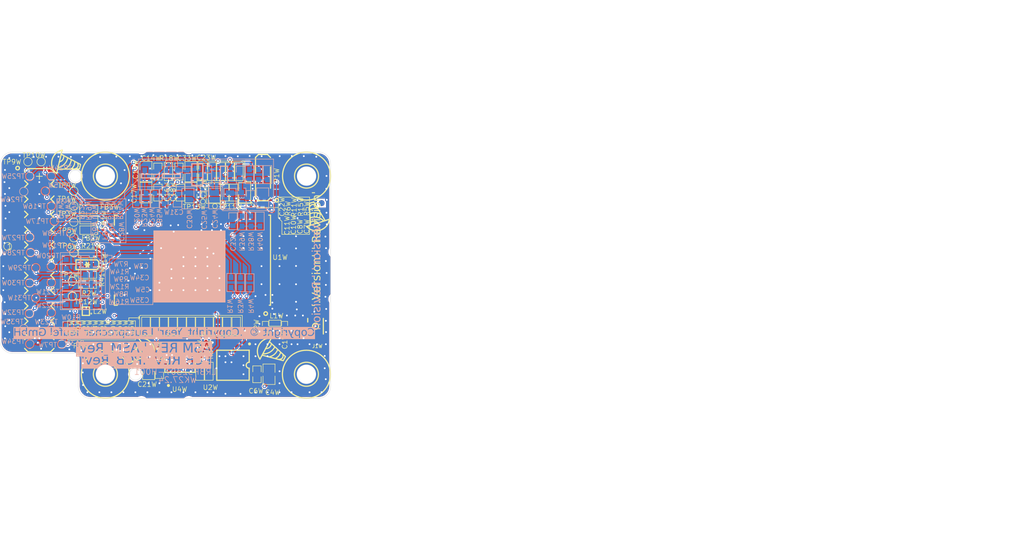
<source format=kicad_pcb>
(kicad_pcb (version 20240108) (generator "pcbnew") (generator_version "8.0")
  (layers (0 "F.Cu" signal "Component Side") (1 "In1.Cu" signal "Mid Layer 1") (2 "In2.Cu" signal "Mid Layer 2") (31 "B.Cu" signal "Solder Side") (34 "B.Paste" user "Bottom Paste") (35 "F.Paste" user "Top Paste") (36 "B.SilkS" user "Bottom Overlay") (37 "F.SilkS" user "Top Overlay") (38 "B.Mask" user "Bottom Solder") (39 "F.Mask" user "Top Solder") (44 "Edge.Cuts" user))
  (property "APPROVEDBY" "JianHua.zhong")
  (property "CHECKEDBY" "Aileen.zhng")
  (property "CONFIGURATIONPARAMETERS" "")
  (property "CONFIGURATORNAME" "")
  (property "DRAWNBY" "GuoHui.Lin")
  (property "ISSUE DATE" "20230812")
  (property "ISUSERCONFIGURABLE" "")
  (property "MODEL NO." "PS2307")
  (property "PAGESETUP" "Record=PageOptions¦CenterHorizontal=True¦CenterVertical=True¦PrintScale=0.70¦XCorrection=1.00¦YCorrection=1.00¦PrintKind=0¦BorderSize=5000000¦LeftOffset=0¦BottomOffset=0¦Orientation=2¦PaperLength=1000¦PaperWidth=1000¦Scale=100¦PaperSource=7¦PrintQuality=-4¦MediaType=1¦DitherType=10¦PaperKind=A4¦PrintScaleMode=1")
  (property "REV DATE" "20231025")
  (property "SHEETTOTAL" "1")
  (property "VERSIONCONTROL_PROJFOLDERREVNUMBER" "")
  (property "VERSIONCONTROL_REVNUMBER" "")
  (net 0 "")
  (net 1 "NetC35W_2")
  (net 2 "NetC35W_1")
  (net 3 "NetC34W_2")
  (net 4 "NetC34W_1")
  (net 5 "NetC33W_2")
  (net 6 "NetC32W_2")
  (net 7 "PSRAM_SIO3")
  (net 8 "PSRAM_SIO2")
  (net 9 "PSRAM_SIO1")
  (net 10 "PSRAM_SIO0")
  (net 11 "PSRAM_SCLK")
  (net 12 "PSRAM_CE")
  (net 13 "ON/OFF")
  (net 14 "NetR43W_1")
  (net 15 "NetR42W_2")
  (net 16 "NetR19W_1")
  (net 17 "NetQ4W_G")
  (net 18 "NetQ3W_G")
  (net 19 "NetFB5W_1")
  (net 20 "NetFB3W_2")
  (net 21 "NetFB2W_2")
  (net 22 "NetFB1W_2")
  (net 23 "NetD1W_A")
  (net 24 "NetC26W_1")
  (net 25 "GPIO16")
  (net 26 "GPIO14")
  (net 27 "GPIO13")
  (net 28 "GPIO11")
  (net 29 "GPIO10")
  (net 30 "GPIO9")
  (net 31 "GPIO8")
  (net 32 "GPIO3/UART_TX")
  (net 33 "GPIO2/UART_RX")
  (net 34 "GPIO1")
  (net 35 "GPIO0")
  (net 36 "FLASH_SCLK")
  (net 37 "FLASH_MOSI")
  (net 38 "FLASH_MISO")
  (net 39 "FLASH_CS")
  (net 40 "BT_VCC")
  (net 41 "BT_VBAT")
  (net 42 "BT_SVCC")
  (net 43 "BT_RTCVDD")
  (net 44 "BT_AVCC")
  (net 45 "AGND")
  (net 46 "VSys")
  (net 47 "5V_CCPD")
  (net 48 "BT_VBUS")
  (net 49 "USB_B_P")
  (net 50 "USB_B_N")
  (net 51 "NetR4W_1")
  (net 52 "NetR3W_1")
  (net 53 "NetR1W_1")
  (net 54 "NetC19W_1")
  (net 55 "NetC5W_2")
  (net 56 "NetC5W_1")
  (net 57 "NetC3W_2")
  (net 58 "NetC3W_1")
  (net 59 "NetC2W_1")
  (net 60 "NetC1W_1")
  (net 61 "MCU_TX")
  (net 62 "MCU_RX")
  (net 63 "Line_R_P")
  (net 64 "Line_R_N")
  (net 65 "Line_L_P")
  (net 66 "Line_L_N")
  (net 67 "GND")
  (net 68 "BUD_P")
  (net 69 "BUD_N")
  (net 70 "BT_Ver")
  (net 71 "BT_SDA")
  (net 72 "BT_SCL")
  (net 73 "BT_Ctrl_Vreg")
  (net 74 "BT_Ctrl_Pwr")
  (net 75 "BT_2_SDAT")
  (net 76 "BT_2_LRCK")
  (net 77 "BT_2_BCLK")
  (net 78 "\\BT_RST")
  (net 79 "3V3_STB")
  (footprint "Vault:TP120" (layer "F.Cu") (at 127.8011 86.10361)
    (property "Reference" "TP10W")
    (property "Value" "TP12" (hide yes))
  )
  (footprint "Vault:C0603X100" (layer "F.Cu") (at 147.2511 91.25362 90)
    (property "Reference" "C16W")
    (property "Value" "100nF" (hide yes))
  )
  (footprint "Vault:C0603X100" (layer "F.Cu") (at 159.8511 91.25362 90)
    (property "Reference" "C8W")
    (property "Value" "100nF" (hide yes))
  )
  (footprint "Vault:Pin_Header_SMD_2X12_254" (layer "F.Cu") (at 127.49991 102.50361 -90)
    (property "Reference" "P2W")
    (property "Value" "Connector 2 x 12P 2.54mm SMT" (hide yes))
  )
  (footprint "Vault:C0603X100" (layer "F.Cu") (at 147.5011 120.80361 -90)
    (property "Reference" "C20W")
    (property "Value" "100nF" (hide yes))
  )
  (footprint "Vault:R0603" (layer "F.Cu") (at 157.7511 87.75361 90)
    (property "Reference" "R11W")
    (property "Value" "10k" (hide yes))
  )
  (footprint "Vault:R0603" (layer "F.Cu") (at 135.52896 101.40361)
    (property "Reference" "R21W")
    (property "Value" "0R" (hide yes))
  )
  (footprint "Vault:C0805_145" (layer "F.Cu") (at 165.75109 121.50361 -90)
    (property "Reference" "C4W")
    (property "Value" "10uF" (hide yes))
  )
  (footprint "Vault:MARK" (layer "F.Cu") (at 140.9011 117.00361 90)
    (property "Reference" "MK1W" (hide yes))
    (property "Value" "MARK" (hide yes))
  )
  (footprint "Vault:TP120" (layer "F.Cu") (at 133.2511 91.00361)
    (property "Reference" "TP4W")
    (property "Value" "TP12" (hide yes))
  )
  (footprint "Vault:R0603" (layer "F.Cu") (at 155.7511 121.00361 -90)
    (property "Reference" "R37W")
    (property "Value" "33R" (hide yes))
  )
  (footprint "Vault:C0603X100" (layer "F.Cu") (at 154.7511 87.75361 90)
    (property "Reference" "C22W")
    (property "Value" "100nF" (hide yes))
  )
  (footprint "Vault:Pin_Header_SMD_S_T_254_3P" (layer "F.Cu") (at 164.7511 88.75361 90)
    (property "Reference" "P1W")
    (property "Value" "Header 3P PITCH=2.54mm SMT" (hide yes))
  )
  (footprint "Vault:R0603" (layer "F.Cu") (at 156.24988 87.75313 -90)
    (property "Reference" "R6W")
    (property "Value" "0R" (hide yes))
  )
  (footprint "Vault:SOD-323" (layer "F.Cu") (at 135.5011 103.25361 180)
    (property "Reference" "D1W")
    (property "Value" "1N4148" (hide yes))
  )
  (footprint "Vault:R0603" (layer "F.Cu") (at 148.2511 113.50361 90)
    (property "Reference" "R25W")
    (property "Value" "10k" (hide yes))
  )
  (footprint "Vault:R0603" (layer "F.Cu") (at 149.00313 87.75439 90)
    (property "Reference" "R18W")
    (property "Value" "33k" (hide yes))
  )
  (footprint "passive.PcbLib:Teufel_NoLogo" (layer "F.Cu") (at 174.55109 109.82861 90)
    (property "Reference" "Teufel_PCB_Logo1W" (hide yes))
    (property "Value" "T.3.0.0040-3.1" (hide yes))
  )
  (footprint "Vault:R0603" (layer "F.Cu") (at 146.75109 113.50361 -90)
    (property "Reference" "R26W")
    (property "Value" "10k" (hide yes))
  )
  (footprint "Vault:R0603" (layer "F.Cu") (at 135.7511 97.50361)
    (property "Reference" "FB2W")
    (property "Value" "0R" (hide yes))
  )
  (footprint "Vault:R0603" (layer "F.Cu") (at 154.25109 121.00361 90)
    (property "Reference" "R29W")
    (property "Value" "33R" (hide yes))
  )
  (footprint "Vault:R0603" (layer "F.Cu") (at 160.3011 113.50361 -90)
    (property "Reference" "R33W")
    (property "Value" "10k" (hide yes))
  )
  (footprint "Vault:C0603X100" (layer "F.Cu") (at 147.2511 87.75361 90)
    (property "Reference" "C14W")
    (property "Value" "100nF" (hide yes))
  )
  (footprint "Vault:C0402" (layer "F.Cu") (at 165.1511 113.70361 -90)
    (property "Reference" "C2W")
    (property "Value" "0.5pF" (hide yes))
  )
  (footprint "Vault:R0603" (layer "F.Cu") (at 145.25109 113.50361 -90)
    (property "Reference" "R31W")
    (property "Value" "33R" (hide yes))
  )
  (footprint "Vault:R0603" (layer "F.Cu") (at 135.52896 106.50155 180)
    (property "Reference" "R2W")
    (property "Value" "10k" (hide yes))
  )
  (footprint "Vault:TP120" (layer "F.Cu") (at 133.0011 106.00361 -90)
    (property "Reference" "TP2W")
    (property "Value" "TP12" (hide yes))
  )
  (footprint "Vault:BT_59P_L260XW150XH26_P105" (layer "F.Cu") (at 153.00109 102.50361 -90)
    (property "Reference" "U1W")
    (property "Value" "WB-2835P" (hide yes))
  )
  (footprint "Vault:R0603" (layer "F.Cu") (at 151.2511 113.50361 -90)
    (property "Reference" "R28W")
    (property "Value" "33R" (hide yes))
  )
  (footprint "Vault:TP060" (layer "F.Cu") (at 156.75109 93.50361 180)
    (property "Reference" "TP11W")
    (property "Value" "TP06" (hide yes))
  )
  (footprint "Vault:TP120" (layer "F.Cu") (at 133.25078 101.25077 -90)
    (property "Reference" "TP6W")
    (property "Value" "TP12" (hide yes))
  )
  (footprint "Vault:R0603" (layer "F.Cu") (at 159.25109 87.75361 90)
    (property "Reference" "R15W")
    (property "Value" "10k" (hide yes))
  )
  (footprint "Vault:C0805_145" (layer "F.Cu") (at 156.6261 91.27861 -90)
    (property "Reference" "C11W")
    (property "Value" "10uF" (hide yes))
  )
  (footprint "Vault:I-PEX MHF" (layer "F.Cu") (at 173.5011 113.50361 -90)
    (property "Reference" "J1W")
    (property "Value" "9181-000030" (hide yes))
  )
  (footprint "Vault:SCREW_D32" (layer "F.Cu") (at 138.5011 121.50361)
    (property "Reference" "MH1W" (hide yes))
    (property "Value" "SCREW_HOLE" (hide yes))
  )
  (footprint "Vault:C0805_145" (layer "F.Cu") (at 152.7511 91.25361 -90)
    (property "Reference" "C12W")
    (property "Value" "10uF" (hide yes))
  )
  (footprint "Vault:MARK" (layer "F.Cu") (at 174.50109 93.00361 90)
    (property "Reference" "MK2W" (hide yes))
    (property "Value" "MARK" (hide yes))
  )
  (footprint "Vault:TP120" (layer "F.Cu") (at 133.2511 93.50361 90)
    (property "Reference" "TP1W")
    (property "Value" "TP12" (hide yes))
  )
  (footprint "Vault:R0603" (layer "F.Cu") (at 149.7511 113.50361 -90)
    (property "Reference" "R32W")
    (property "Value" "33R" (hide yes))
  )
  (footprint "Vault:TP060" (layer "F.Cu") (at 154.7511 92.75361 180)
    (property "Reference" "TP13W")
    (property "Value" "TP06" (hide yes))
  )
  (footprint "Vault:SO_8_200" (layer "F.Cu") (at 159.7511 120.00361 -90)
    (property "Reference" "U2W")
    (property "Value" "RCI025064-B000" (hide yes))
  )
  (footprint "Vault:COM_CHOKE_SMD_ICMF062P" (layer "F.Cu") (at 135.25109 111.00361 180)
    (property "Reference" "L2W")
    (property "Value" "90R" (hide yes))
  )
  (footprint "Vault:TP120" (layer "F.Cu") (at 133.2511 96.15361 180)
    (property "Reference" "TP3W")
    (property "Value" "TP12" (hide yes))
  )
  (footprint "Vault:R0603" (layer "F.Cu") (at 135.52896 104.82654 180)
    (property "Reference" "R41W")
    (property "Value" "47k" (hide yes))
  )
  (footprint "Vault:C0402" (layer "F.Cu") (at 168.3511 113.70361 -90)
    (property "Reference" "C1W")
    (property "Value" "0.5pF" (hide yes))
  )
  (footprint "Vault:C0805_145" (layer "F.Cu") (at 152.7511 87.75361 90)
    (property "Reference" "C23W")
    (property "Value" "10uF" (hide yes))
  )
  (footprint "Vault:C0603X100" (layer "F.Cu") (at 158.3511 91.2536 -90)
    (property "Reference" "C10W")
    (property "Value" "100nF" (hide yes))
  )
  (footprint "Vault:SCREW_D32" (layer "F.Cu") (at 172.00109 88.50361 -109)
    (property "Reference" "MH3W" (hide yes))
    (property "Value" "SCREW_HOLE" (hide yes))
  )
  (footprint "Vault:C0805_145" (layer "F.Cu") (at 145.25109 91.2536 -90)
    (property "Reference" "C17W")
    (property "Value" "10uF" (hide yes))
  )
  (footprint "Vault:TP120" (layer "F.Cu") (at 133.2511 98.75361 -90)
    (property "Reference" "TP5W")
    (property "Value" "TP12" (hide yes))
  )
  (footprint "Vault:R0603" (layer "F.Cu") (at 135.7511 94.00361)
    (property "Reference" "FB3W")
    (property "Value" "0R" (hide yes))
  )
  (footprint "Vault:R0603" (layer "F.Cu") (at 154.25109 113.50361 -90)
    (property "Reference" "R27W")
    (property "Value" "33R" (hide yes))
  )
  (footprint "Vault:SCREW_D32" (layer "F.Cu") (at 138.5011 88.50361 130)
    (property "Reference" "MH4W" (hide yes))
    (property "Value" "SCREW_HOLE" (hide yes))
  )
  (footprint "Vault:R0603" (layer "F.Cu") (at 155.7511 113.50361 -90)
    (property "Reference" "R30W")
    (property "Value" "33R" (hide yes))
  )
  (footprint "Vault:C0805_145" (layer "F.Cu") (at 145.25109 87.7536 -90)
    (property "Reference" "C15W")
    (property "Value" "10uF" (hide yes))
  )
  (footprint "Vault:R0603" (layer "F.Cu") (at 135.7511 95.75361)
    (property "Reference" "FB1W")
    (property "Value" "0R" (hide yes))
  )
  (footprint "Vault:SO-8" (layer "F.Cu") (at 150.9011 119.67861 90)
    (property "Reference" "U4W")
    (property "Value" "APS6404L-3SQN  " (hide yes))
  )
  (footprint "Vault:TP120" (layer "F.Cu") (at 133.0011 108.50361 90)
    (property "Reference" "TP12W")
    (property "Value" "TP12" (hide yes))
  )
  (footprint "Vault:R0603" (layer "F.Cu") (at 158.7511 113.50361 -90)
    (property "Reference" "R34W")
    (property "Value" "33R" (hide yes))
  )
  (footprint "Vault:R0603" (layer "F.Cu") (at 160.75191 87.75392 90)
    (property "Reference" "R5W")
    (property "Value" "0R" (hide yes))
  )
  (footprint "Vault:R0603" (layer "F.Cu") (at 152.7511 113.50361 -90)
    (property "Reference" "R35W")
    (property "Value" "33R" (hide yes))
  )
  (footprint "Vault:TP120" (layer "F.Cu") (at 125.6011 86.10361)
    (property "Reference" "TP9W")
    (property "Value" "TP12" (hide yes))
  )
  (footprint "Vault:R0603" (layer "F.Cu") (at 157.2511 113.50361 -90)
    (property "Reference" "R36W")
    (property "Value" "33R" (hide yes))
  )
  (footprint "Vault:R0402" (layer "F.Cu") (at 166.7511 113.00361 180)
    (property "Reference" "L1W")
    (property "Value" "0R" (hide yes))
  )
  (footprint "Vault:C0603X100" (layer "F.Cu") (at 150.7511 87.75361 -90)
    (property "Reference" "C33W")
    (property "Value" "1nF" (hide yes))
  )
  (footprint "Vault:C0603X100" (layer "F.Cu") (at 163.7511 121.50361 -90)
    (property "Reference" "C6W")
    (property "Value" "100nF" (hide yes))
  )
  (footprint "Vault:C0603X100" (layer "F.Cu") (at 151.0011 91.2536 -90)
    (property "Reference" "C18W")
    (property "Value" "100nF" (hide yes))
  )
  (footprint "Vault:C0805_145" (layer "F.Cu") (at 145.7011 120.70361 -90)
    (property "Reference" "C21W")
    (property "Value" "10uF" (hide yes))
  )
  (footprint "Vault:SCREW_D32" (layer "F.Cu") (at 171.97991 121.50398 115)
    (property "Reference" "MH2W" (hide yes))
    (property "Value" "SCREW_HOLE" (hide yes))
  )
  (footprint "Vault:C0805_145" (layer "F.Cu") (at 161.7011 91.25361 90)
    (property "Reference" "C7W")
    (property "Value" "10uF" (hide yes))
  )
  (footprint "Vault:SOT23-GSD" (layer "B.Cu") (at 146.0011 88.50361)
    (property "Reference" "Q4W")
    (property "Value" "2N7002K" (hide yes))
  )
  (footprint "Vault:R0603" (layer "B.Cu") (at 165.5011 88.25361 -90)
    (property "Reference" "R44W")
    (property "Value" "20k" (hide yes))
  )
  (footprint "Vault:C0805_145" (layer "B.Cu") (at 136.1511 107.4032 180)
    (property "Reference" "C5W")
    (property "Value" "10uF" (hide yes))
  )
  (footprint "Vault:R0603" (layer "B.Cu") (at 132.80078 108.40158 180)
    (property "Reference" "R8W")
    (property "Value" "6.8k" (hide yes))
  )
  (footprint "Vault:SOT23-5" (layer "B.Cu") (at 158.2511 88.25361)
    (property "Reference" "U3W")
    (property "Value" "SGM2036-ADJYN5G/TR" (hide yes))
  )
  (footprint "Vault:TP120" (layer "B.Cu") (at 128.5011 91.00361 90)
    (property "Reference" "TP15W")
    (property "Value" "TP12" (hide yes))
  )
  (footprint "Vault:TP120" (layer "B.Cu") (at 124.9111 113.93361 90)
    (property "Reference" "TP33W")
    (property "Value" "TP12" (hide yes))
  )
  (footprint "Vault:R0603" (layer "B.Cu") (at 164.0011 88.25362 90)
    (property "Reference" "R43W")
    (property "Value" "150k" (hide yes))
  )
  (footprint "Vault:TP120" (layer "B.Cu") (at 126.0611 101.23361 90)
    (property "Reference" "TP28W")
    (property "Value" "TP12" (hide yes))
  )
  (footprint "Vault:R0603" (layer "B.Cu") (at 132.9011 114.90361)
    (property "Reference" "R13W")
    (property "Value" "10k" (hide yes))
  )
  (footprint "C__ProgramData_Altium_Altium Designer {03BB3BD9-F907-46E0-8978-515A35E55623}_VaultsFileCache_1ddf6d3eff3ab840cea3b083658d25f5_Released_Teufel_PCB_Rev.PcbLib:Teufel_PCB_Rev" (layer "B.Cu") (at 156.5011 123.92861 180)
    (property "Reference" "Teufel_PCB_Label1W" (hide yes))
    (property "Value" "=Comment/Name" (hide yes))
  )
  (footprint "Vault:L0603" (layer "B.Cu") (at 161.20151 92.10345 -90)
    (property "Reference" "FB4W")
    (property "Value" "600R" (hide yes))
  )
  (footprint "Vault:TP120" (layer "B.Cu") (at 132.75109 98.00361 90)
    (property "Reference" "TP18W")
    (property "Value" "TP12" (hide yes))
  )
  (footprint "Vault:R0603" (layer "B.Cu") (at 132.80078 103.90077)
    (property "Reference" "R14W")
    (property "Value" "6.8k" (hide yes))
  )
  (footprint "Vault:TP120" (layer "B.Cu") (at 125.9111 98.69361 90)
    (property "Reference" "TP27W")
    (property "Value" "TP12" (hide yes))
  )
  (footprint "Vault:R0603" (layer "B.Cu") (at 132.80188 102.40564 180)
    (property "Reference" "R7W")
    (property "Value" "3.3k" (hide yes))
  )
  (footprint "Vault:TP120" (layer "B.Cu") (at 130.00109 96.00361 90)
    (property "Reference" "TP17W")
    (property "Value" "TP12" (hide yes))
  )
  (footprint "Vault:TP120" (layer "B.Cu") (at 129.5011 93.50361 90)
    (property "Reference" "TP16W")
    (property "Value" "TP12" (hide yes))
  )
  (footprint "Vault:R0603" (layer "B.Cu") (at 146.75109 92.25361 -90)
    (property "Reference" "R24W")
    (property "Value" "47k" (hide yes))
  )
  (footprint "Vault:R0603" (layer "B.Cu") (at 132.80094 105.4032 180)
    (property "Reference" "R9W")
    (property "Value" "0R" (hide yes))
  )
  (footprint "Vault:R0603" (layer "B.Cu") (at 164.2511 96.00361 90)
    (property "Reference" "R40W")
    (property "Value" "560k" (hide yes))
  )
  (footprint "Vault:R0402" (layer "B.Cu") (at 149.53148 86.40361 180)
    (property "Reference" "R45W")
    (property "Value" "100k" (hide yes))
  )
  (footprint "Vault:TP120" (layer "B.Cu") (at 126.9111 103.77361 90)
    (property "Reference" "TP29W")
    (property "Value" "TP12" (hide yes))
  )
  (footprint "Vault:R0603" (layer "B.Cu") (at 132.80094 109.9032 180)
    (property "Reference" "R16W")
    (property "Value" "0R" (hide yes))
  )
  (footprint "Vault:C0603X100" (layer "B.Cu") (at 152.0511 88.25361 -90)
    (property "Reference" "C19W")
    (property "Value" "100nF" (hide yes))
  )
  (footprint "Vault:C0603X100" (layer "B.Cu") (at 162.7011 92.30361 -90)
    (property "Reference" "C29W")
    (property "Value" "100nF" (hide yes))
  )
  (footprint "Vault:TP120" (layer "B.Cu") (at 126.9111 108.79188 90)
    (property "Reference" "TP31W")
    (property "Value" "TP12" (hide yes))
  )
  (footprint "Vault:R0603" (layer "B.Cu") (at 162.7511 96.00361 -90)
    (property "Reference" "R38W")
    (property "Value" "1M" (hide yes))
  )
  (footprint "Vault:TP120" (layer "B.Cu") (at 125.9111 116.47361 90)
    (property "Reference" "TP34W")
    (property "Value" "TP12" (hide yes))
  )
  (footprint "Vault:TP120" (layer "B.Cu") (at 129.5011 111.25361 90)
    (property "Reference" "TP22W")
    (property "Value" "TP12" (hide yes))
  )
  (footprint "Vault:TP120" (layer "B.Cu") (at 129.5011 103.50361 90)
    (property "Reference" "TP20W")
    (property "Value" "TP12" (hide yes))
  )
  (footprint "Vault:TP120" (layer "B.Cu") (at 129.5011 106.25361 90)
    (property "Reference" "TP21W")
    (property "Value" "TP12" (hide yes))
  )
  (footprint "Vault:TP120" (layer "B.Cu") (at 132.75109 100.50361 90)
    (property "Reference" "TP19W")
    (property "Value" "TP12" (hide yes))
  )
  (footprint "Vault:TP120" (layer "B.Cu") (at 129.5011 88.50361 90)
    (property "Reference" "TP14W")
    (property "Value" "TP12" (hide yes))
  )
  (footprint "Vault:R0603" (layer "B.Cu") (at 159.4261 106.22861 90)
    (property "Reference" "R1W")
    (property "Value" "33R" (hide yes))
  )
  (footprint "Vault:SOT23-GSD" (layer "B.Cu") (at 149.5011 88.50361)
    (property "Reference" "Q3W")
    (property "Value" "CJ3401" (hide yes))
  )
  (footprint "Vault:R0603" (layer "B.Cu") (at 162.5511 106.27861 90)
    (property "Reference" "R4W")
    (property "Value" "33R" (hide yes))
  )
  (footprint "Vault:TEUFEL_COPYRIGHT" (layer "B.Cu") (at 170.22609 127.62861 180)
    (property "Reference" "Teufel_Copyright1W" (hide yes))
    (property "Value" "=Comment/Name" (hide yes))
  )
  (footprint "Vault:R0603" (layer "B.Cu") (at 132.80094 106.9032 180)
    (property "Reference" "R12W")
    (property "Value" "3.3k" (hide yes))
  )
  (footprint "Vault:R0603" (layer "B.Cu") (at 132.9011 113.40361 180)
    (property "Reference" "R10W")
    (property "Value" "100k" (hide yes))
  )
  (footprint "Vault:C0603X100" (layer "B.Cu") (at 150.50109 92.25361 90)
    (property "Reference" "C31W")
    (property "Value" "100nF" (hide yes))
  )
  (footprint "Vault:L0603" (layer "B.Cu") (at 148.2511 92.25361 -90)
    (property "Reference" "FB5W")
    (property "Value" "600R" (hide yes))
  )
  (footprint "Vault:C0603X80" (layer "B.Cu") (at 159.7511 96.0036 -90)
    (property "Reference" "C32W")
    (property "Value" "100pF" (hide yes))
  )
  (footprint "Vault:C0805_145" (layer "B.Cu") (at 136.1511 102.75353 180)
    (property "Reference" "C3W")
    (property "Value" "10uF" (hide yes))
  )
  (footprint "Vault:C0603X100" (layer "B.Cu") (at 154.9511 92.38356 90)
    (property "Reference" "C25W")
    (property "Value" "100nF" (hide yes))
  )
  (footprint "Vault:C0603X100" (layer "B.Cu") (at 161.0011 88.25359 -90)
    (property "Reference" "C27W")
    (property "Value" "100nF" (hide yes))
  )
  (footprint "Vault:C0805_145" (layer "B.Cu") (at 159.25109 92.2536 -90)
    (property "Reference" "C26W")
    (property "Value" "10uF" (hide yes))
  )
  (footprint "Vault:C0805_145" (layer "B.Cu") (at 156.75109 92.25359 -90)
    (property "Reference" "C24W")
    (property "Value" "10uF" (hide yes))
  )
  (footprint "Vault:R0603" (layer "B.Cu") (at 143.7511 92.25361 -90)
    (property "Reference" "R20W")
    (property "Value" "1k" (hide yes))
  )
  (footprint "Vault:R0603" (layer "B.Cu") (at 162.5011 88.25362 90)
    (property "Reference" "R42W")
    (property "Value" "680k" (hide yes))
  )
  (footprint "Vault:R0603" (layer "B.Cu") (at 145.25109 92.25361 90)
    (property "Reference" "R23W")
    (property "Value" "1k" (hide yes))
  )
  (footprint "Vault:R0603" (layer "B.Cu") (at 161.2511 96.00361 90)
    (property "Reference" "R39W")
    (property "Value" "1k" (hide yes))
  )
  (footprint "Vault:R0603" (layer "B.Cu") (at 155.50109 88.25361 -90)
    (property "Reference" "R19W")
    (property "Value" "47k" (hide yes))
  )
  (footprint "Vault:C0805_145" (layer "B.Cu") (at 152.2511 92.25361 90)
    (property "Reference" "C30W")
    (property "Value" "10uF" (hide yes))
  )
  (footprint "Vault:R0603" (layer "B.Cu") (at 161.0011 106.25361 90)
    (property "Reference" "R3W")
    (property "Value" "33R" (hide yes))
  )
  (footprint "Vault:TP120" (layer "B.Cu") (at 125.9111 88.53361 90)
    (property "Reference" "TP25W")
    (property "Value" "TP12" (hide yes))
  )
  (footprint "Vault:TP120" (layer "B.Cu") (at 125.9111 106.28361 90)
    (property "Reference" "TP30W")
    (property "Value" "TP12" (hide yes))
  )
  (footprint "Vault:C0805_145" (layer "B.Cu") (at 136.1511 109.6532 180)
    (property "Reference" "C35W")
    (property "Value" "10uF" (hide yes))
  )
  (footprint "Vault:C0805_145" (layer "B.Cu") (at 164.70109 92.17861 90)
    (property "Reference" "C28W")
    (property "Value" "10uF" (hide yes))
  )
  (footprint "Vault:TP120" (layer "B.Cu") (at 129.5011 114.00361 90)
    (property "Reference" "TP23W")
    (property "Value" "TP12" (hide yes))
  )
  (footprint "Vault:TP120" (layer "B.Cu") (at 124.9111 91.07361 90)
    (property "Reference" "TP26W")
    (property "Value" "TP12" (hide yes))
  )
  (footprint "Vault:R0805" (layer "B.Cu") (at 153.8011 88.25345 -90)
    (property "Reference" "R22W")
    (property "Value" "2.2R" (hide yes))
  )
  (footprint "Vault:TP120" (layer "B.Cu") (at 131.2511 116.48861 90)
    (property "Reference" "TP7W")
    (property "Value" "TP12" (hide yes))
  )
  (footprint "Vault:C0805_145" (layer "B.Cu") (at 136.1511 105.1532 180)
    (property "Reference" "C34W")
    (property "Value" "10uF" (hide yes))
  )
  (footprint "Vault:TP120" (layer "B.Cu") (at 125.8605 111.39361 90)
    (property "Reference" "TP32W")
    (property "Value" "TP12" (hide yes))
  )
  (footprint "C__ProgramData_Altium_Altium Designer {03BB3BD9-F907-46E0-8978-515A35E55623}_VaultsFileCache_c29263da11e9c915288f37a71986207d_Released_Teufel_ASM_Rev.PcbLib:Teufel_ASM_Rev" (layer "B.Cu") (at 156.33069 121.84007 180)
    (property "Reference" "Teufel_ASM_Label1W" (hide yes))
    (property "Value" "=Comment/Name" (hide yes))
  )
  (gr_poly (pts (xy 125.60109 115.80361) (xy 126.40109 115.00361) (xy 128.0011 115.00361) (xy 128.2011 115.20361) (xy 128.2011 116.40361) (xy 127.8011 116.40361) (xy 127.0011 117.20361) (xy 123.1011 117.20361) (xy 122.8011 116.90361) (xy 122.8011 115.90361) (xy 122.9011 115.80361)) (fill solid) (layer "F.Cu") (net 47))
  (gr_poly (pts (xy 151.1011 92.30361) (xy 152.60109 93.80361) (xy 154.3761 93.80361) (xy 154.5011 93.67861) (xy 154.5011 93.30361) (xy 152.8011 91.60361) (xy 151.1011 91.60361)) (fill solid) (layer "F.Cu") (net 40))
  (gr_poly (pts (xy 164.8011 92.70361) (xy 165.90109 92.70361) (xy 166.51556 93.31808) (xy 166.5311 93.31808) (xy 166.5311 94.31265) (xy 166.56563 94.34718) (xy 166.44467 94.46814) (xy 165.95752 94.46814) (xy 164.89299 93.40361) (xy 164.70109 93.40361) (xy 164.70109 92.80361)) (fill solid) (layer "B.Cu") (net 41))
  (gr_poly (pts (xy 152.4711 91.78561) (xy 152.9791 91.78561) (xy 153.4871 92.29361) (xy 154.1221 92.29361) (xy 154.30109 92.11461) (xy 154.30109 91.20261) (xy 153.9951 90.89661) (xy 152.2171 90.89661) (xy 152.2171 91.65861)) (fill solid) (layer "B.Cu") (net 48))
  (gr_poly (pts (xy 153.4871 88.86461) (xy 153.48709 89.88061) (xy 154.63009 91.02361) (xy 154.6301 91.53161) (xy 156.15109 91.53161) (xy 156.15109 90.63961) (xy 155.5191 90.00761) (xy 155.0111 90.00761) (xy 154.1221 89.11861) (xy 154.1221 88.86461)) (fill solid) (layer "B.Cu") (net 47))
  (gr_line (start 136.1011 99.60361) (end 137.4011 99.60361) (stroke (width 0.1)) (layer "B.SilkS"))
  (gr_line (start 136.1011 99.60361) (end 136.1011 96.10361) (stroke (width 0.1)) (layer "B.SilkS"))
  (gr_line (start 139.2511 102.25361) (end 139.6511 102.25361) (stroke (width 0.1)) (layer "B.SilkS"))
  (gr_arc (start 139.3011 109.90361) (mid 139.230389 109.874321) (end 139.2011 109.80361) (stroke (width 0.1)) (layer "B.SilkS"))
  (gr_line (start 158.00109 94.25361) (end 166.5011 94.25361) (stroke (width 0.1)) (layer "B.SilkS"))
  (gr_rect (start 158.5011 97.55361) (end 146.5011 109.55361) (fill solid) (layer "B.SilkS"))
  (gr_line (start 138.7011 101.70361) (end 138.90109 101.90361) (stroke (width 0.1)) (layer "B.SilkS"))
  (gr_line (start 143.6011 89.10361) (end 143.9011 89.10361) (stroke (width 0.1)) (layer "B.SilkS"))
  (gr_line (start 130.4261 96.10361) (end 136.1011 96.10361) (stroke (width 0.1)) (layer "B.SilkS"))
  (gr_line (start 131.0011 110.75361) (end 138.5011 110.75361) (stroke (width 0.1)) (layer "B.SilkS"))
  (gr_line (start 138.7011 101.70361) (end 138.7011 101.70361) (stroke (width 0.1)) (layer "B.SilkS"))
  (gr_line (start 143.9011 89.40361) (end 143.9011 89.10361) (stroke (width 0.1)) (layer "B.SilkS"))
  (gr_line (start 131.0011 110.75361) (end 131.0011 101.25361) (stroke (width 0.1)) (layer "B.SilkS"))
  (gr_line (start 139.2011 109.80361) (end 139.2011 102.25361) (stroke (width 0.1)) (layer "B.SilkS"))
  (gr_line (start 137.4011 99.60361) (end 141.92381 99.60361) (stroke (width 0.1)) (layer "B.SilkS"))
  (gr_line (start 141.7011 92.30361) (end 141.7011 91.32881) (stroke (width 0.1)) (layer "B.SilkS"))
  (gr_line (start 144.00109 90.25361) (end 144.00109 85.67161) (stroke (width 0.1)) (layer "B.SilkS"))
  (gr_line (start 166.5011 94.25361) (end 166.5011 85.67161) (stroke (width 0.1)) (layer "B.SilkS"))
  (gr_line (start 158.00109 94.25361) (end 158.00109 90.25361) (stroke (width 0.1)) (layer "B.SilkS"))
  (gr_arc (start 131.2711 96.00361) (mid 131.256958 95.997752) (end 131.2511 95.98361) (stroke (width 0.1)) (layer "B.SilkS"))
  (gr_line (start 141.92381 99.60361) (end 141.92381 92.30361) (stroke (width 0.1)) (layer "B.SilkS"))
  (gr_line (start 130.4261 92.30361) (end 141.92381 92.30361) (stroke (width 0.1)) (layer "B.SilkS"))
  (gr_line (start 130.4261 96.10361) (end 130.4261 92.30361) (stroke (width 0.1)) (layer "B.SilkS"))
  (gr_line (start 146.4011 109.90361) (end 146.4011 102.25361) (stroke (width 0.1)) (layer "B.SilkS"))
  (gr_line (start 139.3011 109.90361) (end 146.4011 109.90361) (stroke (width 0.1)) (layer "B.SilkS"))
  (gr_line (start 139.6511 102.25361) (end 146.3511 102.25361) (stroke (width 0.1)) (layer "B.SilkS"))
  (gr_line (start 138.7011 101.70361) (end 138.90109 101.50361) (stroke (width 0.1)) (layer "B.SilkS"))
  (gr_line (start 141.7011 91.30361) (end 143.9011 89.10361) (stroke (width 0.1)) (layer "B.SilkS"))
  (gr_line (start 138.7011 101.70361) (end 139.6011 101.70361) (stroke (width 0.1)) (layer "B.SilkS"))
  (gr_line (start 131.0011 101.25361) (end 138.5011 101.25361) (stroke (width 0.1)) (layer "B.SilkS"))
  (gr_line (start 138.5011 101.50361) (end 138.5011 101.25361) (stroke (width 0.1)) (layer "B.SilkS"))
  (gr_line (start 139.6011 102.1636) (end 139.6011 101.70361) (stroke (width 0.1)) (layer "B.SilkS"))
  (gr_line (start 144.00109 85.67161) (end 146.24709 85.67161) (stroke (width 0.1)) (layer "B.SilkS"))
  (gr_line (start 146.24709 85.67161) (end 166.5011 85.67161) (stroke (width 0.1)) (layer "B.SilkS"))
  (gr_line (start 138.5011 110.75361) (end 138.5011 101.50361) (stroke (width 0.1)) (layer "B.SilkS"))
  (gr_line (start 141.7011 91.32881) (end 141.7011 91.30361) (stroke (width 0.1)) (layer "B.SilkS"))
  (gr_line (start 144.00109 90.25361) (end 158.00109 90.25361) (stroke (width 0.1)) (layer "B.SilkS"))
  (gr_line (start 162.70109 89.40361) (end 162.7011 89.40361) (stroke (width 0.1)) (layer "F.SilkS"))
  (gr_line (start 142.4011 112.10361) (end 144.20109 112.10361) (stroke (width 0.1)) (layer "F.SilkS"))
  (gr_line (start 143.5011 115.80361) (end 143.5011 112.60361) (stroke (width 0.1)) (layer "F.SilkS"))
  (gr_circle (center 122.2261 100.20361) (end 122.2261 99.55361) (stroke (width 0.1)) (fill none) (layer "F.SilkS"))
  (gr_line (start 162.70109 93.05856) (end 162.70109 89.40361) (stroke (width 0.1)) (layer "F.SilkS"))
  (gr_line (start 144.0011 112.30361) (end 144.2011 112.10361) (stroke (width 0.1)) (layer "F.SilkS"))
  (gr_line (start 162.8011 93.40361) (end 162.8011 92.80361) (stroke (width 0.1)) (layer "F.SilkS"))
  (gr_line (start 132.2011 115.80361) (end 143.5011 115.80361) (stroke (width 0.1)) (layer "F.SilkS"))
  (gr_line (start 161.7011 89.40361) (end 161.7011 86.00361) (stroke (width 0.1)) (layer "F.SilkS"))
  (gr_line (start 161.3011 115.20361) (end 161.3011 111.70361) (stroke (width 0.1)) (layer "F.SilkS"))
  (gr_line (start 144.20109 111.99111) (end 144.20109 111.9536) (stroke (width 0.1)) (layer "F.SilkS"))
  (gr_line (start 167.9011 98.20361) (end 172.5011 98.20361) (stroke (width 0.1)) (layer "F.SilkS"))
  (gr_line (start 142.4011 112.60361) (end 142.4011 112.10361) (stroke (width 0.1)) (layer "F.SilkS"))
  (gr_line (start 172.5011 98.20361) (end 172.5011 92.00361) (stroke (width 0.1)) (layer "F.SilkS"))
  (gr_line (start 144.20109 112.02861) (end 144.20109 111.9536) (stroke (width 0.1)) (layer "F.SilkS"))
  (gr_line (start 167.3011 92.00361) (end 172.5011 92.00361) (stroke (width 0.1)) (layer "F.SilkS"))
  (gr_line (start 153.9011 89.30361) (end 155.3011 89.30361) (stroke (width 0.1)) (layer "F.SilkS"))
  (gr_line (start 144.20109 115.20361) (end 144.20109 111.80361) (stroke (width 0.1)) (layer "F.SilkS"))
  (gr_line (start 132.2011 112.60361) (end 143.5011 112.60361) (stroke (width 0.1)) (layer "F.SilkS"))
  (gr_line (start 144.20109 111.80361) (end 144.3011 111.70361) (stroke (width 0.1)) (layer "F.SilkS"))
  (gr_line (start 144.0011 111.90361) (end 144.20109 112.10361) (stroke (width 0.1)) (layer "F.SilkS"))
  (gr_line (start 162.8011 92.80361) (end 163.72609 93.7286) (stroke (width 0.1)) (layer "F.SilkS"))
  (gr_line (start 167.3011 95.45359) (end 167.9011 96.05359) (stroke (width 0.1)) (layer "F.SilkS"))
  (gr_line (start 154.0011 86.00361) (end 161.7011 86.00361) (stroke (width 0.1)) (layer "F.SilkS"))
  (gr_line (start 144.20109 115.20361) (end 161.3011 115.20361) (stroke (width 0.1)) (layer "F.SilkS"))
  (gr_line (start 155.3011 93.05856) (end 155.3011 89.30361) (stroke (width 0.1)) (layer "F.SilkS"))
  (gr_line (start 155.3011 93.05856) (end 162.70109 93.05856) (stroke (width 0.1)) (layer "F.SilkS"))
  (gr_line (start 132.2011 115.80361) (end 132.2011 112.60361) (stroke (width 0.1)) (layer "F.SilkS"))
  (gr_line (start 153.9011 86.10361) (end 154.0011 86.00361) (stroke (width 0.1)) (layer "F.SilkS"))
  (gr_line (start 153.9011 89.30361) (end 153.9011 86.10361) (stroke (width 0.1)) (layer "F.SilkS"))
  (gr_line (start 163.72609 93.7286) (end 167.3011 93.7286) (stroke (width 0.1)) (layer "F.SilkS"))
  (gr_line (start 167.3011 95.45359) (end 167.3011 92.00361) (stroke (width 0.1)) (layer "F.SilkS"))
  (gr_line (start 144.3011 111.70361) (end 161.3011 111.70361) (stroke (width 0.1)) (layer "F.SilkS"))
  (gr_line (start 167.9011 98.20361) (end 167.9011 96.05359) (stroke (width 0.1)) (layer "F.SilkS"))
  (gr_line (start 161.7011 89.40361) (end 162.7011 89.40361) (stroke (width 0.1)) (layer "F.SilkS"))
  (gr_arc (start 174.0011 84.50361) (mid 175.415296 85.089402) (end 176.0011 86.50361) (stroke (width 0.05)) (layer "Edge.Cuts"))
  (gr_line (start 134.00109 118.00361) (end 123.0011 118.00361) (stroke (width 0.05)) (layer "Edge.Cuts"))
  (gr_arc (start 132.5011 88.50361) (mid 132.793983 87.796487) (end 133.5011 87.50361) (stroke (width 0.05)) (layer "Edge.Cuts"))
  (gr_arc (start 144.5011 121.50361) (mid 144.208197 122.210701) (end 143.5011 122.50361) (stroke (width 0.05)) (layer "Edge.Cuts"))
  (gr_line (start 176.0011 86.50361) (end 176.00109 123.503609) (stroke (width 0.05)) (layer "Edge.Cuts"))
  (gr_line (start 174.0011 125.50361) (end 136.001091 125.50361) (stroke (width 0.05)) (layer "Edge.Cuts"))
  (gr_arc (start 133.5011 87.50361) (mid 134.20819 87.796509) (end 134.5011 88.50361) (stroke (width 0.05)) (layer "Edge.Cuts"))
  (gr_line (start 123.0011 84.50361) (end 174.0011 84.50361) (stroke (width 0.05)) (layer "Edge.Cuts"))
  (gr_arc (start 143.5011 120.50361) (mid 144.20819 120.796509) (end 144.5011 121.50361) (stroke (width 0.05)) (layer "Edge.Cuts"))
  (gr_line (start 134.00109 123.50361) (end 134.00109 118.00361) (stroke (width 0.05)) (layer "Edge.Cuts"))
  (gr_arc (start 134.5011 88.50361) (mid 134.208197 89.210701) (end 133.5011 89.50361) (stroke (width 0.05)) (layer "Edge.Cuts"))
  (gr_arc (start 143.5011 122.50361) (mid 142.793976 122.210722) (end 142.5011 121.50361) (stroke (width 0.05)) (layer "Edge.Cuts"))
  (gr_arc (start 176.00109 123.503609) (mid 175.415294 124.917803) (end 174.001091 125.50361) (stroke (width 0.05)) (layer "Edge.Cuts"))
  (gr_arc (start 136.001091 125.50361) (mid 134.586867 124.917826) (end 134.00109 123.503611) (stroke (width 0.05)) (layer "Edge.Cuts"))
  (gr_line (start 174.001091 125.50361) (end 174.0011 125.50361) (stroke (width 0.05)) (layer "Edge.Cuts"))
  (gr_arc (start 121.0011 86.50361) (mid 121.586876 85.089381) (end 123.0011 84.50361) (stroke (width 0.05)) (layer "Edge.Cuts"))
  (gr_line (start 121.0011 116.00361) (end 121.0011 86.50361) (stroke (width 0.05)) (layer "Edge.Cuts"))
  (gr_arc (start 142.5011 121.50361) (mid 142.793983 120.796487) (end 143.5011 120.50361) (stroke (width 0.05)) (layer "Edge.Cuts"))
  (gr_line (start 134.00109 123.503611) (end 134.00109 123.50361) (stroke (width 0.05)) (layer "Edge.Cuts"))
  (gr_arc (start 123.0011 118.00361) (mid 121.586869 117.417829) (end 121.0011 116.00361) (stroke (width 0.05)) (layer "Edge.Cuts"))
  (gr_arc (start 133.5011 89.50361) (mid 132.793976 89.210722) (end 132.5011 88.50361) (stroke (width 0.05)) (layer "Edge.Cuts"))
  (gr_text "LRBPS2307-H001" (at 157.0511 121.67611 360) (layer "B.SilkS") (effects (font (size 1 1) (thickness 0.1)) (justify left bottom mirror)))
  (gr_text "WK27.24" (at 153.8011 123.02611 360) (layer "B.SilkS") (effects (font (size 1 1) (thickness 0.1)) (justify left bottom mirror)))
  (gr_text "1" (at 122.0011 100.80111 0) (layer "F.SilkS") (effects (font (size 1 1) (thickness 0.1)) (justify left bottom)))
  (segment (start 133.7011 109.75393) (end 133.7011 108.25231) (width 0.3) (layer "B.Cu") (net 1))
  (segment (start 133.70094 108.25231) (end 133.7011 108.25231) (width 0.3) (layer "B.Cu") (net 1))
  (segment (start 133.9515 109.50353) (end 135.4261 109.50353) (width 0.3) (layer "B.Cu") (net 1))
  (arc (start 133.70109 109.75393) (mid 133.774433 109.576863) (end 133.9515 109.50352) (width 0.3) (layer "B.Cu") (net 1))
  (segment (start 147.3261 96.50361) (end 147.3261 95.02861) (width 0.3) (layer "F.Cu") (net 2))
  (segment (start 147.3261 95.02861) (end 147.3511 95.00361) (width 0.3) (layer "F.Cu") (net 2))
  (segment (start 147.3011 96.52861) (end 147.3261 96.50361) (width 0.3) (layer "F.Cu") (net 2))
  (via (at 147.3011 96.52861) (size 0.6) (drill 0.3) (layers "F.Cu" "B.Cu") (net 2))
  (via (at 138.0011 109.50361) (size 0.6) (drill 0.3) (layers "F.Cu" "B.Cu") (net 2))
  (segment (start 137.4011 109.50361) (end 138.0011 109.50361) (width 0.3) (layer "B.Cu") (net 2))
  (segment (start 137.27609 109.37861) (end 137.27609 109.296) (width 0.3) (layer "B.Cu") (net 2))
  (segment (start 137.27609 109.37861) (end 137.4011 109.50361) (width 0.3) (layer "B.Cu") (net 2))
  (segment (start 132.30094 104.00069) (end 133.4011 105.00393) (width 0.3) (layer "B.Cu") (net 3))
  (segment (start 133.4011 105.00393) (end 133.7011 105.25393) (width 0.3) (layer "B.Cu") (net 3))
  (segment (start 132.00094 103.75068) (end 132.30094 104.00069) (width 0.3) (layer "B.Cu") (net 3))
  (segment (start 133.7011 105.25393) (end 135.17568 105.25393) (width 0.3) (layer "B.Cu") (net 3))
  (segment (start 135.17568 105.25393) (end 135.42609 105.00353) (width 0.3) (layer "B.Cu") (net 3))
  (segment (start 144.5261 97.00361) (end 145.25109 96.27861) (width 0.3) (layer "F.Cu") (net 4))
  (segment (start 145.25109 96.27861) (end 145.25109 95.00361) (width 0.3) (layer "F.Cu") (net 4))
  (segment (start 143.6011 97.00361) (end 144.5261 97.00361) (width 0.3) (layer "F.Cu") (net 4))
  (segment (start 144.85609 94.6942) (end 144.85609 94.6642) (width 0.3) (layer "F.Cu") (net 4))
  (via (at 138.0011 100.30361) (size 0.6) (drill 0.3) (layers "F.Cu" "B.Cu") (net 4))
  (via (at 143.6011 97.00361) (size 0.6) (drill 0.3) (layers "F.Cu" "B.Cu") (net 4))
  (segment (start 137.9437 100.36101) (end 138.0011 100.30361) (width 0.3) (layer "B.Cu") (net 4))
  (segment (start 137.27608 104.72821) (end 137.88109 104.1232) (width 0.3) (layer "B.Cu") (net 4))
  (segment (start 137.88109 104.1232) (end 137.88109 100.62934) (width 0.3) (layer "B.Cu") (net 4))
  (segment (start 137.88109 100.62934) (end 137.9437 100.56674) (width 0.3) (layer "B.Cu") (net 4))
  (segment (start 137.9437 100.56674) (end 137.9437 100.36101) (width 0.3) (layer "B.Cu") (net 4))
  (segment (start 149.1025 87.05336) (end 149.25353 87.2044) (width 0.3) (layer "F.Cu") (net 5))
  (segment (start 150.24014 88.87361) (end 150.33605 88.87361) (width 0.3) (layer "F.Cu") (net 5))
  (segment (start 151.52597 94.97848) (end 151.5511 95.00361) (width 0.3) (layer "F.Cu") (net 5))
  (segment (start 149.5011 89.61266) (end 150.24014 88.87361) (width 0.3) (layer "F.Cu") (net 5))
  (segment (start 149.5011 91.86266) (end 149.5011 89.61266) (width 0.3) (layer "F.Cu") (net 5))
  (segment (start 148.90375 87.05417) (end 149.00272 87.15314) (width 0.3) (layer "F.Cu") (net 5))
  (segment (start 151.52597 94.97848) (end 151.52597 93.88753) (width 0.3) (layer "F.Cu") (net 5))
  (segment (start 149.25353 87.2044) (end 149.30353 87.2044) (width 0.3) (layer "F.Cu") (net 5))
  (segment (start 149.1025 87.05336) (end 149.25353 87.2044) (width 0.3) (layer "F.Cu") (net 5))
  (segment (start 148.90375 87.05417) (end 149.00272 87.15314) (width 0.3) (layer "F.Cu") (net 5))
  (segment (start 148.90375 87.05417) (end 149.00272 87.15314) (width 0.3) (layer "F.Cu") (net 5))
  (segment (start 149.5011 91.86266) (end 151.52597 93.88753) (width 0.3) (layer "F.Cu") (net 5))
  (segment (start 149.00353 86.95439) (end 149.00353 86.90439) (width 0.3) (layer "F.Cu") (net 5))
  (segment (start 150.7011 88.50856) (end 150.7511 88.50856) (width 0.3) (layer "F.Cu") (net 5))
  (segment (start 149.1025 87.05336) (end 149.25353 87.2044) (width 0.3) (layer "F.Cu") (net 5))
  (segment (start 149.30353 87.2044) (end 150.34687 88.24773) (width 0.3) (layer "F.Cu") (net 5))
  (segment (start 149.00353 86.95439) (end 149.25353 87.2044) (width 0.3) (layer "F.Cu") (net 5))
  (segment (start 150.33605 88.87361) (end 150.7011 88.50856) (width 0.3) (layer "F.Cu") (net 5))
  (segment (start 148.75272 86.90313) (end 149.00272 87.15314) (width 0.3) (layer "F.Cu") (net 5))
  (segment (start 158.9011 96.5495) (end 158.9011 95.00361) (width 0.3) (layer "F.Cu") (net 6))
  (segment (start 158.75357 96.75609) (end 158.75357 96.69703) (width 0.3) (layer "F.Cu") (net 6))
  (segment (start 158.75357 96.69703) (end 158.9011 96.5495) (width 0.3) (layer "F.Cu") (net 6))
  (via (at 158.7511 96.75362) (size 0.6) (drill 0.3) (layers "F.Cu" "B.Cu") (net 6))
  (segment (start 158.75357 96.75609) (end 159.74863 96.75609) (width 0.3) (layer "B.Cu") (net 6))
  (segment (start 159.74863 96.75609) (end 159.75109 96.75856) (width 0.3) (layer "B.Cu") (net 6))
  (segment (start 159.61958 96.94006) (end 161.00069 95.55895) (width 0.3) (layer "B.Cu") (net 6))
  (segment (start 158.7511 96.75362) (end 158.75357 96.75609) (width 0.3) (layer "B.Cu") (net 6))
  (segment (start 161.00069 95.55895) (end 161.00069 95.40361) (width 0.3) (layer "B.Cu") (net 6))
  (segment (start 161.00069 95.40361) (end 161.25069 95.15361) (width 0.3) (layer "B.Cu") (net 6))
  (segment (start 149.75069 114.40361) (end 149.75069 114.35361) (width 0.3) (layer "F.Cu") (net 7))
  (segment (start 148.2515 112.70361) (end 148.2515 112.65361) (width 0.3) (layer "F.Cu") (net 7))
  (segment (start 149.75069 114.40361) (end 150.1011 114.75401) (width 0.3) (layer "F.Cu") (net 7))
  (segment (start 148.2515 112.70361) (end 149.50069 113.9528) (width 0.3) (layer "F.Cu") (net 7))
  (segment (start 149.50069 114.10361) (end 149.75069 114.35361) (width 0.3) (layer "F.Cu") (net 7))
  (segment (start 150.1011 117.00253) (end 150.1011 114.75401) (width 0.3) (layer "F.Cu") (net 7))
  (segment (start 149.50069 114.10361) (end 149.50069 113.9528) (width 0.3) (layer "F.Cu") (net 7))
  (segment (start 147.00109 114.48402) (end 147.00109 114.45361) (width 0.3) (layer "F.Cu") (net 8))
  (segment (start 146.75069 114.35361) (end 147.00069 114.60361) (width 0.3) (layer "F.Cu") (net 8))
  (segment (start 151.4551 120.79573) (end 151.5821 120.92273) (width 0.3) (layer "F.Cu") (net 8))
  (segment (start 147.00069 114.82895) (end 147.00069 114.60361) (width 0.3) (layer "F.Cu") (net 8))
  (segment (start 147.00069 114.82895) (end 147.0011 114.82935) (width 0.3) (layer "F.Cu") (net 8))
  (segment (start 151.4551 120.79573) (end 151.4551 120.74161) (width 0.3) (layer "F.Cu") (net 8))
  (segment (start 145.25069 114.35361) (end 146.75069 114.35361) (width 0.3) (layer "F.Cu") (net 8))
  (segment (start 147.0011 115.50361) (end 147.0011 114.82935) (width 0.3) (layer "F.Cu") (net 8))
  (segment (start 151.5821 122.39261) (end 151.5821 120.92273) (width 0.3) (layer "F.Cu") (net 8))
  (via (at 147.0011 115.50361) (size 0.6) (drill 0.3) (layers "F.Cu" "B.Cu") (net 8))
  (via (at 151.4551 120.74161) (size 0.6) (drill 0.3) (layers "F.Cu" "B.Cu") (net 8))
  (segment (start 151.4431 120.75361) (end 151.4551 120.74161) (width 0.3) (layer "B.Cu") (net 8))
  (segment (start 147.0011 118.60361) (end 149.15109 120.75361) (width 0.3) (layer "B.Cu") (net 8))
  (segment (start 149.15109 120.75361) (end 151.4431 120.75361) (width 0.3) (layer "B.Cu") (net 8))
  (segment (start 147.0011 118.60361) (end 147.0011 115.50361) (width 0.3) (layer "B.Cu") (net 8))
  (segment (start 150.3121 120.62237) (end 151.18085 119.75361) (width 0.3) (layer "F.Cu") (net 9))
  (segment (start 155.75069 115.5032) (end 155.7511 115.50361) (width 0.3) (layer "F.Cu") (net 9))
  (segment (start 151.18085 119.75361) (end 152.5011 119.75361) (width 0.3) (layer "F.Cu") (net 9))
  (segment (start 150.3121 122.20022) (end 150.3121 120.62237) (width 0.3) (layer "F.Cu") (net 9))
  (segment (start 155.75069 115.5032) (end 155.75069 114.35361) (width 0.3) (layer "F.Cu") (net 9))
  (via (at 155.7511 115.50361) (size 0.6) (drill 0.3) (layers "F.Cu" "B.Cu") (net 9))
  (via (at 152.5011 119.75361) (size 0.6) (drill 0.3) (layers "F.Cu" "B.Cu") (net 9))
  (segment (start 153.06818 119.71534) (end 155.7511 117.03243) (width 0.3) (layer "B.Cu") (net 9))
  (segment (start 152.5011 119.75361) (end 152.53936 119.71534) (width 0.3) (layer "B.Cu") (net 9))
  (segment (start 155.7511 117.03243) (end 155.7511 115.50361) (width 0.3) (layer "B.Cu") (net 9))
  (segment (start 152.53936 119.71534) (end 153.06818 119.71534) (width 0.3) (layer "B.Cu") (net 9))
  (segment (start 152.8521 118.27961) (end 152.8521 117.09261) (width 0.3) (layer "F.Cu") (net 10))
  (segment (start 154.25109 119.72861) (end 154.25109 119.67861) (width 0.3) (layer "F.Cu") (net 10))
  (segment (start 152.8521 118.27961) (end 154.25109 119.67861) (width 0.3) (layer "F.Cu") (net 10))
  (segment (start 151.25069 116.41687) (end 151.42643 116.59261) (width 0.3) (layer "F.Cu") (net 11))
  (segment (start 151.4321 116.59261) (end 151.4361 116.59661) (width 0.3) (layer "F.Cu") (net 11))
  (segment (start 151.42643 116.59261) (end 151.4321 116.59261) (width 0.3) (layer "F.Cu") (net 11))
  (segment (start 151.25069 116.41687) (end 151.25069 114.35361) (width 0.3) (layer "F.Cu") (net 11))
  (segment (start 151.4361 116.85361) (end 151.4361 116.59661) (width 0.3) (layer "F.Cu") (net 11))
  (segment (start 149.0421 120.96261) (end 151.0011 119.00361) (width 0.3) (layer "F.Cu") (net 12))
  (segment (start 154.25109 115.00361) (end 154.25109 114.35401) (width 0.3) (layer "F.Cu") (net 12))
  (segment (start 149.0421 122.33429) (end 149.0421 120.96261) (width 0.3) (layer "F.Cu") (net 12))
  (segment (start 154.25069 114.35361) (end 154.25109 114.35401) (width 0.3) (layer "F.Cu") (net 12))
  (segment (start 151.0011 119.00361) (end 152.0011 119.00361) (width 0.3) (layer "F.Cu") (net 12))
  (segment (start 154.25109 115.00361) (end 154.5011 115.25361) (width 0.3) (layer "F.Cu") (net 12))
  (via (at 154.7511 115.50361) (size 0.6) (drill 0.3) (layers "F.Cu" "B.Cu") (net 12))
  (via (at 152.0011 119.00361) (size 0.6) (drill 0.3) (layers "F.Cu" "B.Cu") (net 12))
  (segment (start 153.10109 119.00361) (end 154.7511 117.35361) (width 0.3) (layer "B.Cu") (net 12))
  (segment (start 152.0011 119.00361) (end 153.10109 119.00361) (width 0.3) (layer "B.Cu") (net 12))
  (segment (start 154.7511 117.35361) (end 154.7511 115.50361) (width 0.3) (layer "B.Cu") (net 12))
  (segment (start 138.57369 103.52121) (end 138.6311 103.57861) (width 0.3) (layer "F.Cu") (net 13))
  (segment (start 156.5011 101.40361) (end 159.56283 98.34188) (width 0.3) (layer "F.Cu") (net 13))
  (segment (start 159.56283 98.34188) (end 159.66283 98.34188) (width 0.3) (layer "F.Cu") (net 13))
  (segment (start 159.66283 98.34188) (end 159.7011 98.30361) (width 0.3) (layer "F.Cu") (net 13))
  (segment (start 137.89369 103.52121) (end 138.57369 103.52121) (width 0.3) (layer "F.Cu") (net 13))
  (segment (start 137.62609 103.25361) (end 137.89369 103.52121) (width 0.3) (layer "F.Cu") (net 13))
  (segment (start 136.7261 103.25361) (end 137.62609 103.25361) (width 0.3) (layer "F.Cu") (net 13))
  (via (at 138.6311 103.57861) (size 0.6) (drill 0.3) (layers "F.Cu" "B.Cu") (net 13))
  (via (at 159.7011 98.30361) (size 0.6) (drill 0.3) (layers "F.Cu" "B.Cu") (net 13))
  (via (at 156.5011 101.40361) (size 0.6) (drill 0.3) (layers "F.Cu" "B.Cu") (net 13))
  (segment (start 138.6311 103.57861) (end 141.05609 101.15361) (width 0.3) (layer "B.Cu") (net 13))
  (segment (start 159.7011 98.30361) (end 159.73936 98.26534) (width 0.3) (layer "B.Cu") (net 13))
  (segment (start 156.41992 101.40361) (end 156.5011 101.40361) (width 0.3) (layer "B.Cu") (net 13))
  (segment (start 161.25069 96.85361) (end 162.7515 96.85361) (width 0.3) (layer "B.Cu") (net 13))
  (segment (start 161.25069 96.90361) (end 161.25069 96.85361) (width 0.3) (layer "B.Cu") (net 13))
  (segment (start 141.05609 101.15361) (end 156.16992 101.15361) (width 0.3) (layer "B.Cu") (net 13))
  (segment (start 159.83896 98.26534) (end 160.95069 97.15361) (width 0.3) (layer "B.Cu") (net 13))
  (segment (start 156.16992 101.15361) (end 156.41992 101.40361) (width 0.3) (layer "B.Cu") (net 13))
  (segment (start 162.7515 96.85361) (end 164.25069 96.85361) (width 0.3) (layer "B.Cu") (net 13))
  (segment (start 161.00069 97.15361) (end 161.25069 96.90361) (width 0.3) (layer "B.Cu") (net 13))
  (segment (start 160.95069 97.15361) (end 161.00069 97.15361) (width 0.3) (layer "B.Cu") (net 13))
  (segment (start 159.73936 98.26534) (end 159.83896 98.26534) (width 0.3) (layer "B.Cu") (net 13))
  (segment (start 164.00069 89.10362) (end 164.0007 89.10361) (width 0.3) (layer "B.Cu") (net 14))
  (segment (start 164.0007 89.10361) (end 165.5015 89.10361) (width 0.3) (layer "B.Cu") (net 14))
  (segment (start 162.75069 87.15362) (end 162.75069 86.92828) (width 0.3) (layer "B.Cu") (net 15))
  (segment (start 159.5011 86.75361) (end 160.0011 86.25361) (width 0.3) (layer "B.Cu") (net 15))
  (segment (start 162.50069 87.40362) (end 164.00069 87.40362) (width 0.3) (layer "B.Cu") (net 15))
  (segment (start 162.75069 86.92828) (end 162.7511 86.92788) (width 0.3) (layer "B.Cu") (net 15))
  (segment (start 162.50069 87.40362) (end 162.75069 87.15362) (width 0.3) (layer "B.Cu") (net 15))
  (segment (start 159.4511 87.30361) (end 159.5011 87.25361) (width 0.3) (layer "B.Cu") (net 15))
  (segment (start 159.5011 87.25361) (end 159.5011 86.75361) (width 0.3) (layer "B.Cu") (net 15))
  (segment (start 160.0011 86.25361) (end 162.5011 86.25361) (width 0.3) (layer "B.Cu") (net 15))
  (segment (start 162.5011 86.25361) (end 162.7511 86.50361) (width 0.3) (layer "B.Cu") (net 15))
  (segment (start 162.7511 86.92788) (end 162.7511 86.50361) (width 0.3) (layer "B.Cu") (net 15))
  (segment (start 155.50109 87.4032) (end 155.50109 87.2408) (width 0.3) (layer "B.Cu") (net 16))
  (segment (start 154.7691 85.67161) (end 155.50109 86.40361) (width 0.254) (layer "B.Cu") (net 16))
  (segment (start 144.86909 85.67161) (end 154.7691 85.67161) (width 0.254) (layer "B.Cu") (net 16))
  (segment (start 143.7511 91.4532) (end 143.7511 91.40361) (width 0.3) (layer "B.Cu") (net 16))
  (segment (start 144.01809 86.52261) (end 144.86909 85.67161) (width 0.254) (layer "B.Cu") (net 16))
  (segment (start 155.6015 87.30361) (end 157.0511 87.30361) (width 0.3) (layer "B.Cu") (net 16))
  (segment (start 155.50109 87.2408) (end 155.50109 86.40361) (width 0.254) (layer "B.Cu") (net 16))
  (segment (start 143.7515 91.40361) (end 144.01809 91.13702) (width 0.254) (layer "B.Cu") (net 16))
  (segment (start 155.5015 87.40361) (end 155.6015 87.30361) (width 0.3) (layer "B.Cu") (net 16))
  (segment (start 155.50109 87.4032) (end 155.5015 87.40361) (width 0.3) (layer "B.Cu") (net 16))
  (segment (start 144.01809 91.13702) (end 144.01809 86.52261) (width 0.254) (layer "B.Cu") (net 16))
  (segment (start 145.25085 91.40376) (end 146.75134 91.40376) (width 0.3) (layer "B.Cu") (net 17))
  (segment (start 145.0511 91.20401) (end 145.0511 87.50361) (width 0.3) (layer "B.Cu") (net 17))
  (segment (start 145.0511 91.20401) (end 145.25085 91.40376) (width 0.3) (layer "B.Cu") (net 17))
  (segment (start 146.75134 91.40376) (end 146.7515 91.40361) (width 0.3) (layer "B.Cu") (net 17))
  (segment (start 149.03148 86.60361) (end 149.03148 86.55361) (width 0.3) (layer "B.Cu") (net 18))
  (segment (start 146.51845 89.50361) (end 146.60632 89.41575) (width 0.3) (layer "B.Cu") (net 18))
  (segment (start 148.81017 87.02787) (end 148.81017 86.82492) (width 0.3) (layer "B.Cu") (net 18))
  (segment (start 146.606344 89.41572) (end 146.606318 89.415746) (width 0.3) (layer "B.Cu") (net 18))
  (segment (start 148.19731 87.53595) (end 148.3011 87.53595) (width 0.3) (layer "B.Cu") (net 18))
  (segment (start 148.8011 87.03694) (end 148.81017 87.02787) (width 0.3) (layer "B.Cu") (net 18))
  (segment (start 148.8011 87.20361) (end 148.8011 87.03694) (width 0.3) (layer "B.Cu") (net 18))
  (segment (start 148.11216 87.62111) (end 148.19731 87.53595) (width 0.3) (layer "B.Cu") (net 18))
  (segment (start 149.12672 86.70437) (end 149.12948 86.70161) (width 0.3) (layer "B.Cu") (net 18))
  (segment (start 147.91497 87.85636) (end 148.11216 87.62111) (width 0.3) (layer "B.Cu") (net 18))
  (segment (start 146.0011 89.50361) (end 146.51845 89.50361) (width 0.3) (layer "B.Cu") (net 18))
  (segment (start 148.5511 87.50361) (end 148.5511 87.45361) (width 0.3) (layer "B.Cu") (net 18))
  (segment (start 148.94297 86.70437) (end 149.12672 86.70437) (width 0.3) (layer "B.Cu") (net 18))
  (segment (start 148.81017 86.82492) (end 149.03148 86.60361) (width 0.3) (layer "B.Cu") (net 18))
  (segment (start 148.5511 87.45361) (end 148.8011 87.20361) (width 0.3) (layer "B.Cu") (net 18))
  (segment (start 148.3011 87.53595) (end 148.5511 87.50361) (width 0.3) (layer "B.Cu") (net 18))
  (segment (start 146.61565 89.40642) (end 147.91497 87.85636) (width 0.3) (layer "B.Cu") (net 18))
  (segment (start 146.60635 89.41572) (end 146.61565 89.40642) (width 0.3) (layer "B.Cu") (net 18))
  (segment (start 149.5011 89.55361) (end 149.5011 89.50361) (width 0.6) (layer "B.Cu") (net 19))
  (segment (start 148.25069 91.40377) (end 148.35069 91.30377) (width 0.6) (layer "B.Cu") (net 19))
  (segment (start 149.40085 89.65361) (end 149.4011 89.65361) (width 0.6) (layer "B.Cu") (net 19))
  (segment (start 148.35069 91.30377) (end 148.35069 90.70376) (width 0.6) (layer "B.Cu") (net 19))
  (segment (start 148.35069 90.70376) (end 149.40085 89.65361) (width 0.6) (layer "B.Cu") (net 19))
  (segment (start 149.4011 89.65361) (end 149.5011 89.55361) (width 0.6) (layer "B.Cu") (net 19))
  (segment (start 138.46283 96.21534) (end 138.46283 95.81477) (width 0.3) (layer "F.Cu") (net 20))
  (segment (start 138.46283 96.21534) (end 138.5011 96.25361) (width 0.3) (layer "F.Cu") (net 20))
  (segment (start 136.60126 94.0032) (end 136.65126 94.0032) (width 0.3) (layer "F.Cu") (net 20))
  (segment (start 136.65126 94.0032) (end 138.46283 95.81477) (width 0.3) (layer "F.Cu") (net 20))
  (via (at 138.5011 96.25361) (size 0.6) (drill 0.3) (layers "F.Cu" "B.Cu") (net 20))
  (segment (start 162.45183 105.32974) (end 162.45183 103.45434) (width 0.3) (layer "B.Cu") (net 20))
  (segment (start 138.5011 96.25361) (end 140.9511 98.70361) (width 0.3) (layer "B.Cu") (net 20))
  (segment (start 140.9511 98.70361) (end 157.7011 98.70361) (width 0.3) (layer "B.Cu") (net 20))
  (segment (start 162.45183 105.32974) (end 162.55069 105.42861) (width 0.3) (layer "B.Cu") (net 20))
  (segment (start 157.7011 98.70361) (end 162.45183 103.45434) (width 0.3) (layer "B.Cu") (net 20))
  (segment (start 138.44698 97.25361) (end 138.5011 97.25361) (width 0.3) (layer "F.Cu") (net 21))
  (segment (start 136.60146 97.5034) (end 138.19718 97.5034) (width 0.3) (layer "F.Cu") (net 21))
  (segment (start 136.60126 97.5032) (end 136.60146 97.5034) (width 0.3) (layer "F.Cu") (net 21))
  (segment (start 138.19718 97.5034) (end 138.44698 97.25361) (width 0.3) (layer "F.Cu") (net 21))
  (via (at 138.5011 97.25361) (size 0.6) (drill 0.3) (layers "F.Cu" "B.Cu") (net 21))
  (segment (start 140.45109 99.20361) (end 157.2011 99.20361) (width 0.3) (layer "B.Cu") (net 21))
  (segment (start 157.2011 99.20361) (end 161.00069 103.0032) (width 0.3) (layer "B.Cu") (net 21))
  (segment (start 138.5011 97.25361) (end 140.45109 99.20361) (width 0.3) (layer "B.Cu") (net 21))
  (segment (start 161.00069 105.40361) (end 161.00069 103.0032) (width 0.3) (layer "B.Cu") (net 21))
  (segment (start 136.60126 95.7532) (end 136.65126 95.7532) (width 0.3) (layer "F.Cu") (net 22))
  (segment (start 136.65126 95.7532) (end 137.3511 96.45304) (width 0.3) (layer "F.Cu") (net 22))
  (segment (start 137.3511 96.45361) (end 137.3511 96.45304) (width 0.3) (layer "F.Cu") (net 22))
  (via (at 137.3511 96.45361) (size 0.6) (drill 0.3) (layers "F.Cu" "B.Cu") (net 22))
  (segment (start 159.42569 105.37861) (end 159.42569 102.4282) (width 0.3) (layer "B.Cu") (net 22))
  (segment (start 156.8011 99.80361) (end 159.42569 102.4282) (width 0.3) (layer "B.Cu") (net 22))
  (segment (start 139.9711 99.80361) (end 156.8011 99.80361) (width 0.3) (layer "B.Cu") (net 22))
  (segment (start 137.3511 97.1836) (end 139.9711 99.80361) (width 0.3) (layer "B.Cu") (net 22))
  (segment (start 137.3511 97.1836) (end 137.3511 96.45361) (width 0.3) (layer "B.Cu") (net 22))
  (segment (start 134.4261 103.40361) (end 134.93143 103.40361) (width 0.3) (layer "F.Cu") (net 23))
  (segment (start 134.93143 103.40361) (end 136.35396 104.82614) (width 0.3) (layer "F.Cu") (net 23))
  (segment (start 136.37896 106.50114) (end 136.40396 106.47614) (width 0.3) (layer "F.Cu") (net 23))
  (segment (start 136.40396 106.47614) (end 136.40396 104.82614) (width 0.3) (layer "F.Cu") (net 23))
  (segment (start 134.2761 103.25361) (end 134.4261 103.40361) (width 0.3) (layer "F.Cu") (net 23))
  (segment (start 136.35396 104.82614) (end 136.40396 104.82614) (width 0.3) (layer "F.Cu") (net 23))
  (segment (start 160.75603 89.2036) (end 160.85109 89.29866) (width 0.6) (layer "B.Cu") (net 24))
  (segment (start 160.93641 91.36618) (end 160.95125 91.35134) (width 0.6) (layer "B.Cu") (net 24))
  (segment (start 160.95125 91.35134) (end 160.95125 89.39882) (width 0.6) (layer "B.Cu") (net 24))
  (segment (start 160.85109 89.29866) (end 160.85109 89.10854) (width 0.6) (layer "B.Cu") (net 24))
  (segment (start 159.4511 89.2036) (end 160.75603 89.2036) (width 0.6) (layer "B.Cu") (net 24))
  (segment (start 161.00109 89.00854) (end 162.40561 89.00854) (width 0.3) (layer "B.Cu") (net 24))
  (segment (start 160.85109 89.10854) (end 160.95109 89.00854) (width 0.6) (layer "B.Cu") (net 24))
  (segment (start 159.28868 91.36618) (end 160.93641 91.36618) (width 0.6) (layer "B.Cu") (net 24))
  (segment (start 162.40561 89.00854) (end 162.50069 89.10362) (width 0.3) (layer "B.Cu") (net 24))
  (segment (start 160.95109 89.00854) (end 161.00109 89.00854) (width 0.6) (layer "B.Cu") (net 24))
  (segment (start 159.25109 91.3286) (end 159.4761 91.3286) (width 0.6) (layer "B.Cu") (net 24))
  (segment (start 160.85109 89.29866) (end 160.95125 89.39882) (width 0.6) (layer "B.Cu") (net 24))
  (segment (start 159.25109 91.3286) (end 159.28868 91.36618) (width 0.6) (layer "B.Cu") (net 24))
  (segment (start 157.8717 111.37421) (end 157.8717 110.02421) (width 0.3) (layer "F.Cu") (net 25))
  (segment (start 157.8717 111.37421) (end 158.5077 112.01021) (width 0.3) (layer "F.Cu") (net 25))
  (segment (start 158.5077 112.41061) (end 158.75069 112.65361) (width 0.3) (layer "F.Cu") (net 25))
  (segment (start 158.5077 112.41061) (end 158.5077 112.01021) (width 0.3) (layer "F.Cu") (net 25))
  (segment (start 157.8511 110.00361) (end 157.8717 110.02421) (width 0.3) (layer "F.Cu") (net 25))
  (segment (start 145.25069 112.96659) (end 145.25069 112.65361) (width 0.3) (layer "F.Cu") (net 26))
  (segment (start 145.20089 112.55381) (end 145.30049 112.55381) (width 0.3) (layer "F.Cu") (net 26))
  (segment (start 145.25069 112.65361) (end 145.25069 112.60361) (width 0.254) (layer "F.Cu") (net 26))
  (segment (start 149.7511 111.75361) (end 150.50109 111.00361) (width 0.254) (layer "F.Cu") (net 26))
  (segment (start 150.50109 111.00361) (end 150.50109 110.27861) (width 0.254) (layer "F.Cu") (net 26))
  (segment (start 145.25069 112.60361) (end 145.30049 112.55381) (width 0.254) (layer "F.Cu") (net 26))
  (segment (start 145.30049 112.55381) (end 146.10069 111.75361) (width 0.254) (layer "F.Cu") (net 26))
  (segment (start 146.10069 111.75361) (end 149.7511 111.75361) (width 0.254) (layer "F.Cu") (net 26))
  (segment (start 150.00069 112.35361) (end 150.21029 112.35361) (width 0.3) (layer "F.Cu") (net 27))
  (segment (start 151.48509 110.06961) (end 151.5511 110.00361) (width 0.3) (layer "F.Cu") (net 27))
  (segment (start 151.48509 111.07881) (end 151.48509 110.06961) (width 0.3) (layer "F.Cu") (net 27))
  (segment (start 149.75069 112.65361) (end 149.75069 112.60361) (width 0.3) (layer "F.Cu") (net 27))
  (segment (start 150.21029 112.35361) (end 151.48509 111.07881) (width 0.3) (layer "F.Cu") (net 27))
  (segment (start 149.75069 112.60361) (end 150.00069 112.35361) (width 0.3) (layer "F.Cu") (net 27))
  (segment (start 157.0011 111.50361) (end 157.0011 111.44949) (width 0.3) (layer "F.Cu") (net 28))
  (segment (start 154.2515 121.82861) (end 154.5015 121.57861) (width 0.3) (layer "F.Cu") (net 28))
  (segment (start 155.03936 119.39228) (end 155.03936 119.04188) (width 0.3) (layer "F.Cu") (net 28))
  (segment (start 155.40069 120.45361) (end 155.50069 120.45361) (width 0.3) (layer "F.Cu") (net 28))
  (segment (start 154.5015 121.57861) (end 154.5015 121.3528) (width 0.3) (layer "F.Cu") (net 28))
  (segment (start 156.80109 111.24949) (end 157.0011 111.44949) (width 0.3) (layer "F.Cu") (net 28))
  (segment (start 156.80109 111.24949) (end 156.80109 110.00361) (width 0.3) (layer "F.Cu") (net 28))
  (segment (start 155.03936 119.39228) (end 155.75069 120.10361) (width 0.3) (layer "F.Cu") (net 28))
  (segment (start 155.50069 120.45361) (end 155.75069 120.20361) (width 0.3) (layer "F.Cu") (net 28))
  (segment (start 154.5015 121.3528) (end 155.40069 120.45361) (width 0.3) (layer "F.Cu") (net 28))
  (segment (start 155.75069 120.20361) (end 155.75069 120.10361) (width 0.3) (layer "F.Cu") (net 28))
  (segment (start 155.0011 119.00361) (end 155.03936 119.04188) (width 0.3) (layer "F.Cu") (net 28))
  (via (at 155.0011 119.00361) (size 0.6) (drill 0.3) (layers "F.Cu" "B.Cu") (net 28))
  (via (at 157.0011 111.50361) (size 0.6) (drill 0.3) (layers "F.Cu" "B.Cu") (net 28))
  (segment (start 155.0011 119.00361) (end 157.25069 116.75401) (width 0.3) (layer "B.Cu") (net 28))
  (segment (start 157.25069 116.75401) (end 157.25069 111.82935) (width 0.3) (layer "B.Cu") (net 28))
  (segment (start 157.0011 111.57975) (end 157.0011 111.50361) (width 0.3) (layer "B.Cu") (net 28))
  (segment (start 157.0011 111.57975) (end 157.25069 111.82935) (width 0.3) (layer "B.Cu") (net 28))
  (segment (start 155.75069 112.65361) (end 155.7511 112.6532) (width 0.3) (layer "F.Cu") (net 29))
  (segment (start 155.75069 112.65361) (end 157.25069 112.65361) (width 0.3) (layer "F.Cu") (net 29))
  (segment (start 154.7011 111.20361) (end 155.7511 112.25361) (width 0.3) (layer "F.Cu") (net 29))
  (segment (start 154.7011 111.20361) (end 154.7011 110.00361) (width 0.3) (layer "F.Cu") (net 29))
  (segment (start 155.7511 112.6532) (end 155.7511 112.25361) (width 0.3) (layer "F.Cu") (net 29))
  (segment (start 152.6011 112.50401) (end 152.75069 112.65361) (width 0.3) (layer "F.Cu") (net 30))
  (segment (start 152.6011 112.65361) (end 152.75069 112.65361) (width 0.3) (layer "F.Cu") (net 30))
  (segment (start 152.6011 112.50401) (end 152.6011 110.00361) (width 0.3) (layer "F.Cu") (net 30))
  (segment (start 151.25069 112.65361) (end 152.6011 112.65361) (width 0.3) (layer "F.Cu") (net 30))
  (segment (start 153.6511 111.15361) (end 153.6511 110.00361) (width 0.3) (layer "F.Cu") (net 31))
  (segment (start 154.25069 112.65361) (end 154.25069 111.76896) (width 0.3) (layer "F.Cu") (net 31))
  (segment (start 154.0011 111.51937) (end 154.25069 111.76896) (width 0.3) (layer "F.Cu") (net 31))
  (segment (start 153.6511 111.15361) (end 154.0011 111.50361) (width 0.3) (layer "F.Cu") (net 31))
  (segment (start 154.0011 111.51937) (end 154.0011 111.50361) (width 0.3) (layer "F.Cu") (net 31))
  (segment (start 163.64909 89.00361) (end 163.7511 89.10562) (width 0.3) (layer "F.Cu") (net 32))
  (segment (start 163.7511 90.87861) (end 163.7511 89.10562) (width 0.3) (layer "F.Cu") (net 32))
  (segment (start 162.05109 95.00361) (end 162.21838 94.83632) (width 0.3) (layer "F.Cu") (net 32))
  (segment (start 162.21838 94.83632) (end 162.21838 94.08633) (width 0.3) (layer "F.Cu") (net 32))
  (segment (start 163.2511 89.00361) (end 163.64909 89.00361) (width 0.3) (layer "F.Cu") (net 32))
  (segment (start 162.8011 91.82861) (end 163.7511 90.87861) (width 0.3) (layer "F.Cu") (net 32))
  (segment (start 162.8011 93.50361) (end 162.8011 91.82861) (width 0.3) (layer "F.Cu") (net 32))
  (segment (start 162.21838 94.08633) (end 162.8011 93.50361) (width 0.3) (layer "F.Cu") (net 32))
  (segment (start 164.1511 92.77861) (end 164.99509 91.93462) (width 0.3) (layer "F.Cu") (net 33))
  (segment (start 164.99509 91.64562) (end 165.0971 91.54361) (width 0.3) (layer "F.Cu") (net 33))
  (segment (start 164.1511 95.00361) (end 164.1511 92.77861) (width 0.3) (layer "F.Cu") (net 33))
  (segment (start 164.99509 91.93462) (end 164.99509 91.64562) (width 0.3) (layer "F.Cu") (net 33))
  (segment (start 165.0971 91.54361) (end 166.2511 91.54361) (width 0.3) (layer "F.Cu") (net 33))
  (segment (start 156.24947 88.60314) (end 156.37489 88.72855) (width 0.3) (layer "F.Cu") (net 34))
  (segment (start 157.46279 89.54861) (end 157.48533 89.57115) (width 0.3) (layer "F.Cu") (net 34))
  (segment (start 157.48533 89.57115) (end 157.99371 89.57115) (width 0.3) (layer "F.Cu") (net 34))
  (segment (start 156.37489 89.3274) (end 156.37489 88.72855) (width 0.3) (layer "F.Cu") (net 34))
  (segment (start 163.10109 94.46037) (end 163.27514 94.28632) (width 0.3) (layer "F.Cu") (net 34))
  (segment (start 163.10109 95.00361) (end 163.10109 94.46037) (width 0.3) (layer "F.Cu") (net 34))
  (segment (start 156.59609 89.54861) (end 157.46279 89.54861) (width 0.3) (layer "F.Cu") (net 34))
  (segment (start 157.99371 89.57115) (end 158.05112 89.62855) (width 0.3) (layer "F.Cu") (net 34))
  (segment (start 163.29338 94.28632) (end 163.5761 94.00361) (width 0.3) (layer "F.Cu") (net 34))
  (segment (start 163.27514 94.28632) (end 163.29338 94.28632) (width 0.3) (layer "F.Cu") (net 34))
  (segment (start 156.37489 89.3274) (end 156.59609 89.54861) (width 0.3) (layer "F.Cu") (net 34))
  (segment (start 163.5761 94.00361) (end 163.5761 92.22361) (width 0.3) (layer "F.Cu") (net 34))
  (via (at 163.5761 92.22361) (size 0.6) (drill 0.3) (layers "F.Cu" "B.Cu") (net 34))
  (via (at 158.05112 89.62855) (size 0.6) (drill 0.3) (layers "F.Cu" "B.Cu") (net 34))
  (segment (start 160.75231 86.90392) (end 160.75231 86.85392) (width 0.3) (layer "F.Cu") (net 35))
  (segment (start 160.75231 86.85392) (end 161.35263 86.25361) (width 0.3) (layer "F.Cu") (net 35))
  (segment (start 165.4011 92.50361) (end 166.5011 92.50361) (width 0.3) (layer "F.Cu") (net 35))
  (segment (start 165.2011 92.70361) (end 165.4011 92.50361) (width 0.3) (layer "F.Cu") (net 35))
  (segment (start 163.75109 86.25361) (end 167.00109 89.50361) (width 0.3) (layer "F.Cu") (net 35))
  (segment (start 165.2011 95.00361) (end 165.2011 92.70361) (width 0.3) (layer "F.Cu") (net 35))
  (segment (start 161.35263 86.25361) (end 163.75109 86.25361) (width 0.3) (layer "F.Cu") (net 35))
  (via (at 167.00109 89.50361) (size 0.6) (drill 0.3) (layers "F.Cu" "B.Cu") (net 35))
  (via (at 166.5011 92.50361) (size 0.6) (drill 0.3) (layers "F.Cu" "B.Cu") (net 35))
  (segment (start 167.00109 92.00361) (end 167.00109 89.50361) (width 0.3) (layer "B.Cu") (net 35))
  (segment (start 166.5011 92.50361) (end 167.00109 92.00361) (width 0.3) (layer "B.Cu") (net 35))
  (segment (start 152.82536 115.07787) (end 152.82536 114.42828) (width 0.3) (layer "F.Cu") (net 36))
  (segment (start 152.82536 115.07787) (end 159.1161 121.36861) (width 0.3) (layer "F.Cu") (net 36))
  (segment (start 152.75069 114.35361) (end 152.82536 114.42828) (width 0.3) (layer "F.Cu") (net 36))
  (segment (start 159.1161 123.55361) (end 159.1161 121.36861) (width 0.3) (layer "F.Cu") (net 36))
  (segment (start 157.81827 123.52578) (end 157.81827 122.32078) (width 0.3) (layer "F.Cu") (net 37))
  (segment (start 155.54477 121.50361) (end 157.0011 121.50361) (width 0.3) (layer "F.Cu") (net 37))
  (segment (start 157.81827 123.52578) (end 157.8461 123.55361) (width 0.3) (layer "F.Cu") (net 37))
  (segment (start 157.0011 121.50361) (end 157.81827 122.32078) (width 0.3) (layer "F.Cu") (net 37))
  (segment (start 157.50069 114.82787) (end 157.83856 115.16574) (width 0.3) (layer "F.Cu") (net 38))
  (segment (start 157.83856 115.16574) (end 160.16323 115.16574) (width 0.3) (layer "F.Cu") (net 38))
  (segment (start 157.50069 114.82787) (end 157.50069 114.60361) (width 0.3) (layer "F.Cu") (net 38))
  (segment (start 157.25069 114.35361) (end 157.50069 114.60361) (width 0.3) (layer "F.Cu") (net 38))
  (segment (start 160.16323 115.16574) (end 160.3861 115.38861) (width 0.3) (layer "F.Cu") (net 38))
  (segment (start 160.3861 116.45361) (end 160.3861 115.38861) (width 0.3) (layer "F.Cu") (net 38))
  (segment (start 160.60069 114.65361) (end 161.5987 115.65161) (width 0.3) (layer "F.Cu") (net 39))
  (segment (start 160.30069 114.40361) (end 160.30069 114.35361) (width 0.3) (layer "F.Cu") (net 39))
  (segment (start 161.5987 116.39621) (end 161.5987 115.65161) (width 0.3) (layer "F.Cu") (net 39))
  (segment (start 158.75069 114.35361) (end 160.30069 114.35361) (width 0.3) (layer "F.Cu") (net 39))
  (segment (start 160.30069 114.40361) (end 160.55069 114.65361) (width 0.3) (layer "F.Cu") (net 39))
  (segment (start 160.55069 114.65361) (end 160.60069 114.65361) (width 0.3) (layer "F.Cu") (net 39))
  (segment (start 161.5987 116.39621) (end 161.6561 116.45361) (width 0.3) (layer "F.Cu") (net 39))
  (segment (start 159.1161 117.6186) (end 159.1161 116.45361) (width 0.3) (layer "F.Cu") (net 40))
  (segment (start 150.0011 91.35855) (end 150.4011 91.75855) (width 0.3) (layer "F.Cu") (net 40))
  (segment (start 158.5011 88.25361) (end 158.5015 88.25402) (width 0.3) (layer "F.Cu") (net 40))
  (segment (start 147.5011 119.95856) (end 147.5011 117.60361) (width 0.6) (layer "F.Cu") (net 40))
  (segment (start 152.5761 92.00361) (end 152.7511 92.17861) (width 0.6) (layer "F.Cu") (net 40))
  (segment (start 163.83612 122.34358) (end 165.66607 122.34358) (width 0.6) (layer "F.Cu") (net 40))
  (segment (start 157.7515 88.60361) (end 158.5015 88.60361) (width 0.3) (layer "F.Cu") (net 40))
  (segment (start 146.20605 120.05856) (end 147.5011 120.05856) (width 0.6) (layer "F.Cu") (net 40))
  (segment (start 153.1511 92.42861) (end 153.6511 92.92861) (width 0.6) (layer "F.Cu") (net 40))
  (segment (start 154.4561 94.20861) (end 154.6761 94.42861) (width 0.6) (layer "F.Cu") (net 40))
  (segment (start 145.9011 119.75361) (end 145.9011 118.60361) (width 0.6) (layer "F.Cu") (net 40))
  (segment (start 158.5015 88.60361) (end 159.2515 88.60361) (width 0.3) (layer "F.Cu") (net 40))
  (segment (start 161.7511 114.25361) (end 161.7511 113.25213) (width 0.3) (layer "F.Cu") (net 40))
  (segment (start 165.52609 122.42861) (end 165.75109 122.42861) (width 0.6) (layer "F.Cu") (net 40))
  (segment (start 163.7147 122.25856) (end 163.7511 122.25856) (width 0.6) (layer "F.Cu") (net 40))
  (segment (start 161.1011 112.65361) (end 161.12683 112.62787) (width 0.3) (layer "F.Cu") (net 40))
  (segment (start 148.0015 114.10361) (end 148.37536 114.47747) (width 0.3) (layer "F.Cu") (net 40))
  (segment (start 153.95973 93.52861) (end 154.4561 94.02498) (width 0.6) (layer "F.Cu") (net 40))
  (segment (start 146.65069 112.75361) (end 146.75069 112.65361) (width 0.3) (layer "F.Cu") (net 40))
  (segment (start 148.8961 116.90361) (end 148.8961 116.85361) (width 0.6) (layer "F.Cu") (net 40))
  (segment (start 153.6511 93.52861) (end 153.6511 92.92861) (width 0.6) (layer "F.Cu") (net 40))
  (segment (start 148.37536 115.12187) (end 149.0421 115.78861) (width 0.3) (layer "F.Cu") (net 40))
  (segment (start 161.6561 123.55361) (end 163.10605 123.55361) (width 0.6) (layer "F.Cu") (net 40))
  (segment (start 150.7511 91.75855) (end 151.0011 92.00855) (width 0.3) (layer "F.Cu") (net 40))
  (segment (start 165.0011 123.50361) (end 165.35109 123.15361) (width 0.6) (layer "F.Cu") (net 40))
  (segment (start 161.12683 112.62787) (end 161.7511 113.25213) (width 0.3) (layer "F.Cu") (net 40))
  (segment (start 158.5015 88.60361) (end 158.5015 88.25402) (width 0.3) (layer "F.Cu") (net 40))
  (segment (start 146.75069 112.70361) (end 148.0015 113.95442) (width 0.3) (layer "F.Cu") (net 40))
  (segment (start 153.1511 92.42861) (end 153.1511 92.35361) (width 0.6) (layer "F.Cu") (net 40))
  (segment (start 148.37536 115.12187) (end 148.37536 114.47747) (width 0.3) (layer "F.Cu") (net 40))
  (segment (start 150.0011 91.35855) (end 150.0011 90.00361) (width 0.3) (layer "F.Cu") (net 40))
  (segment (start 154.4561 94.20861) (end 154.4561 94.02498) (width 0.6) (layer "F.Cu") (net 40))
  (segment (start 165.66607 122.34358) (end 165.75109 122.42861) (width 0.6) (layer "F.Cu") (net 40))
  (segment (start 149.0421 117.09261) (end 149.0421 115.78861) (width 0.3) (layer "F.Cu") (net 40))
  (segment (start 152.9761 92.17861) (end 153.1511 92.35361) (width 0.6) (layer "F.Cu") (net 40))
  (segment (start 145.9011 119.75361) (end 146.20605 120.05856) (width 0.6) (layer "F.Cu") (net 40))
  (segment (start 148.0015 114.10361) (end 148.0015 113.95442) (width 0.3) (layer "F.Cu") (net 40))
  (segment (start 160.3861 123.55361) (end 160.3861 118.8886) (width 0.3) (layer "F.Cu") (net 40))
  (segment (start 160.3861 123.55361) (end 161.5311 123.55361) (width 0.6) (layer "F.Cu") (net 40))
  (segment (start 163.6147 122.35856) (end 163.7147 122.25856) (width 0.6) (layer "F.Cu") (net 40))
  (segment (start 146.75069 112.70361) (end 146.75069 112.65361) (width 0.3) (layer "F.Cu") (net 40))
  (segment (start 150.0011 90.00361) (end 150.50109 89.50361) (width 0.3) (layer "F.Cu") (net 40))
  (segment (start 147.5011 117.60361) (end 148.2011 116.90361) (width 0.6) (layer "F.Cu") (net 40))
  (segment (start 150.4011 91.75855) (end 150.7511 91.75855) (width 0.3) (layer "F.Cu") (net 40))
  (segment (start 160.30069 112.65361) (end 161.1011 112.65361) (width 0.3) (layer "F.Cu") (net 40))
  (segment (start 153.6511 93.52861) (end 153.95973 93.52861) (width 0.6) (layer "F.Cu") (net 40))
  (segment (start 151.46168 92.00361) (end 152.5761 92.00361) (width 0.6) (layer "F.Cu") (net 40))
  (segment (start 154.6761 94.97861) (end 154.6761 94.42861) (width 0.6) (layer "F.Cu") (net 40))
  (segment (start 165.35109 122.60361) (end 165.52609 122.42861) (width 0.6) (layer "F.Cu") (net 40))
  (segment (start 159.1161 117.6186) (end 160.3861 118.8886) (width 0.3) (layer "F.Cu") (net 40))
  (segment (start 148.2011 116.90361) (end 148.8961 116.90361) (width 0.6) (layer "F.Cu") (net 40))
  (segment (start 163.10605 123.55361) (end 163.6147 123.04496) (width 0.6) (layer "F.Cu") (net 40))
  (segment (start 163.7511 122.25856) (end 163.83612 122.34358) (width 0.6) (layer "F.Cu") (net 40))
  (segment (start 163.6147 123.04496) (end 163.6147 122.35856) (width 0.6) (layer "F.Cu") (net 40))
  (segment (start 165.35109 123.15361) (end 165.35109 122.60361) (width 0.6) (layer "F.Cu") (net 40))
  (via (at 150.50109 89.50361) (size 0.6) (drill 0.3) (layers "F.Cu" "B.Cu") (net 40))
  (via (at 165.0011 123.50361) (size 0.6) (drill 0.3) (layers "F.Cu" "B.Cu") (net 40))
  (via (at 153.57609 92.85361) (size 0.6) (drill 0.3) (layers "F.Cu" "B.Cu") (net 40))
  (via (at 153.6511 93.52861) (size 0.6) (drill 0.3) (layers "F.Cu" "B.Cu") (net 40))
  (via (at 159.5011 118.00361) (size 0.6) (drill 0.3) (layers "F.Cu" "B.Cu") (net 40))
  (via (at 161.7511 114.25361) (size 0.6) (drill 0.3) (layers "F.Cu" "B.Cu") (net 40))
  (via (at 145.9011 118.60361) (size 0.6) (drill 0.3) (layers "F.Cu" "B.Cu") (net 40))
  (via (at 158.5011 88.25361) (size 0.6) (drill 0.3) (layers "F.Cu" "B.Cu") (net 40))
  (segment (start 159.5011 118.00361) (end 159.5011 118.00361) (width 0.3) (layer "B.Cu") (net 40))
  (segment (start 161.7511 115.75361) (end 161.7511 114.25361) (width 0.3) (layer "B.Cu") (net 40))
  (segment (start 159.5011 118.00361) (end 161.7511 115.75361) (width 0.3) (layer "B.Cu") (net 40))
  (segment (start 158.1011 92.9036) (end 158.1011 92.10856) (width 0.6) (layer "F.Cu") (net 41))
  (segment (start 158.2011 92.00856) (end 158.2511 92.00856) (width 0.6) (layer "F.Cu") (net 41))
  (segment (start 156.55108 92.1786) (end 156.62609 92.1786) (width 0.6) (layer "F.Cu") (net 41))
  (segment (start 158.1011 92.10856) (end 158.1261 92.08356) (width 0.6) (layer "F.Cu") (net 41))
  (segment (start 156.80109 95.00361) (end 156.80109 93.50361) (width 0.6) (layer "F.Cu") (net 41))
  (segment (start 156.80109 92.08356) (end 158.1261 92.08356) (width 0.6) (layer "F.Cu") (net 41))
  (segment (start 158.1261 92.08356) (end 158.2011 92.00856) (width 0.6) (layer "F.Cu") (net 41))
  (segment (start 156.5011 92.1786) (end 156.55108 92.1786) (width 0.6) (layer "F.Cu") (net 41))
  (segment (start 156.62609 92.1786) (end 156.80109 92.3536) (width 0.6) (layer "F.Cu") (net 41))
  (segment (start 158.00109 92.9736) (end 158.07109 92.9036) (width 0.6) (layer "F.Cu") (net 41))
  (segment (start 158.00109 93.64861) (end 158.00109 92.9736) (width 0.6) (layer "F.Cu") (net 41))
  (segment (start 156.75109 93.50361) (end 156.80109 93.45361) (width 0.6) (layer "F.Cu") (net 41))
  (segment (start 156.80109 93.45361) (end 156.80109 92.3536) (width 0.6) (layer "F.Cu") (net 41))
  (via (at 166.1011 93.40361) (size 0.6) (drill 0.3) (layers "F.Cu" "B.Cu") (net 41))
  (via (at 158.07109 92.9036) (size 0.6) (drill 0.3) (layers "F.Cu" "B.Cu") (net 41))
  (via (at 166.2011 94.10361) (size 0.6) (drill 0.3) (layers "F.Cu" "B.Cu") (net 41))
  (via (at 158.00109 93.64861) (size 0.6) (drill 0.3) (layers "F.Cu" "B.Cu") (net 41))
  (segment (start 162.70109 93.05856) (end 162.72362 93.08109) (width 0.6) (layer "B.Cu") (net 41))
  (segment (start 164.48613 93.01858) (end 165.71607 93.01858) (width 0.6) (layer "B.Cu") (net 41))
  (segment (start 164.40109 93.10361) (end 164.48613 93.01858) (width 0.6) (layer "B.Cu") (net 41))
  (segment (start 162.72362 93.08109) (end 164.12857 93.08109) (width 0.6) (layer "B.Cu") (net 41))
  (segment (start 161.2011 92.95361) (end 162.54614 92.95361) (width 0.6) (layer "B.Cu") (net 41))
  (segment (start 162.54614 92.95361) (end 162.65109 93.05856) (width 0.6) (layer "B.Cu") (net 41))
  (segment (start 162.49898 93.02877) (end 162.52158 93.00617) (width 0.6) (layer "B.Cu") (net 41))
  (segment (start 165.71607 93.01858) (end 166.1011 93.40361) (width 0.6) (layer "B.Cu") (net 41))
  (segment (start 162.65109 93.05856) (end 162.70109 93.05856) (width 0.6) (layer "B.Cu") (net 41))
  (segment (start 148.90353 88.49866) (end 149.00353 88.59866) (width 0.6) (layer "F.Cu") (net 42))
  (segment (start 148.5011 91.75361) (end 148.5011 89.44866) (width 0.6) (layer "F.Cu") (net 42))
  (segment (start 150.47609 94.97861) (end 150.47609 93.7286) (width 0.6) (layer "F.Cu") (net 42))
  (segment (start 145.25109 88.50361) (end 147.55605 88.50361) (width 0.6) (layer "F.Cu") (net 42))
  (segment (start 147.2511 88.49866) (end 148.90353 88.49866) (width 0.6) (layer "F.Cu") (net 42))
  (segment (start 149.00353 88.6044) (end 149.00353 88.59866) (width 0.6) (layer "F.Cu") (net 42))
  (segment (start 145.0011 88.75361) (end 145.25109 88.50361) (width 0.6) (layer "F.Cu") (net 42))
  (segment (start 148.5011 91.75361) (end 150.47609 93.7286) (width 0.6) (layer "F.Cu") (net 42))
  (segment (start 150.47609 94.97861) (end 150.50109 95.00361) (width 0.6) (layer "F.Cu") (net 42))
  (segment (start 147.55605 88.50361) (end 148.5011 89.44866) (width 0.6) (layer "F.Cu") (net 42))
  (segment (start 159.7511 91.99867) (end 159.85109 92.09867) (width 0.6) (layer "F.Cu") (net 43))
  (segment (start 159.85109 92.09867) (end 160.17616 92.09867) (width 0.6) (layer "F.Cu") (net 43))
  (segment (start 160.3011 91.99867) (end 160.84615 91.99867) (width 0.6) (layer "F.Cu") (net 43))
  (segment (start 160.84615 91.99867) (end 161.0261 92.17861) (width 0.6) (layer "F.Cu") (net 43))
  (segment (start 159.9011 92.40014) (end 159.9511 92.45014) (width 0.6) (layer "F.Cu") (net 43))
  (segment (start 160.17616 92.09867) (end 160.3011 92.22361) (width 0.6) (layer "F.Cu") (net 43))
  (segment (start 159.9511 95.00361) (end 159.9511 92.45014) (width 0.6) (layer "F.Cu") (net 43))
  (via (at 160.3011 92.22361) (size 0.6) (drill 0.3) (layers "F.Cu" "B.Cu") (net 43))
  (segment (start 160.3011 93.3703) (end 160.3011 92.22361) (width 0.3) (layer "B.Cu") (net 43))
  (segment (start 160.3011 93.3703) (end 161.12775 94.19695) (width 0.3) (layer "B.Cu") (net 43))
  (segment (start 162.7515 95.15361) (end 162.7515 95.10361) (width 0.3) (layer "B.Cu") (net 43))
  (segment (start 161.84485 94.19695) (end 162.7515 95.10361) (width 0.3) (layer "B.Cu") (net 43))
  (segment (start 161.12775 94.19695) (end 161.84485 94.19695) (width 0.3) (layer "B.Cu") (net 43))
  (segment (start 147.6511 92.25669) (end 147.6511 92.09867) (width 0.6) (layer "F.Cu") (net 44))
  (segment (start 149.42609 94.97861) (end 149.45109 95.00361) (width 0.6) (layer "F.Cu") (net 44))
  (segment (start 146.00257 91.99866) (end 147.5011 91.99866) (width 0.6) (layer "F.Cu") (net 44))
  (segment (start 147.6511 92.25669) (end 149.42609 94.03169) (width 0.6) (layer "F.Cu") (net 44))
  (segment (start 145.25109 92.1786) (end 145.4261 92.0036) (width 0.6) (layer "F.Cu") (net 44))
  (segment (start 145.99763 92.0036) (end 146.00257 91.99866) (width 0.6) (layer "F.Cu") (net 44))
  (segment (start 145.4261 92.0036) (end 145.99763 92.0036) (width 0.6) (layer "F.Cu") (net 44))
  (segment (start 149.42609 94.97861) (end 149.42609 94.03169) (width 0.6) (layer "F.Cu") (net 44))
  (segment (start 136.37896 101.40401) (end 137.2015 101.40401) (width 0.8) (layer "F.Cu") (net 45))
  (segment (start 140.0011 102.50361) (end 143.9011 102.50361) (width 0.8) (layer "F.Cu") (net 45))
  (segment (start 143.9011 102.50361) (end 148.4011 98.00361) (width 0.8) (layer "F.Cu") (net 45))
  (segment (start 148.4011 98.00361) (end 148.4011 95.00361) (width 0.8) (layer "F.Cu") (net 45))
  (segment (start 137.2015 101.40401) (end 138.3011 102.50361) (width 0.8) (layer "F.Cu") (net 45))
  (segment (start 138.3011 102.50361) (end 140.0011 102.50361) (width 0.8) (layer "F.Cu") (net 45))
  (via (at 125.61003 97.96676) (size 0.6) (drill 0.3) (layers "F.Cu" "B.Cu") (net 46))
  (segment (start 125.9111 98.69361) (end 125.9111 98.45007) (width 0.3) (layer "B.Cu") (net 46))
  (segment (start 125.64829 98.18727) (end 125.64829 98.00503) (width 0.3) (layer "B.Cu") (net 46))
  (segment (start 125.61003 97.96676) (end 125.64829 98.00503) (width 0.3) (layer "B.Cu") (net 46))
  (segment (start 125.64829 98.18727) (end 125.9111 98.45007) (width 0.3) (layer "B.Cu") (net 46))
  (segment (start 126.7511 115.50361) (end 127.50109 115.50361) (width 0.6) (layer "F.Cu") (net 47))
  (segment (start 124.79491 116.46361) (end 126.5411 116.46361) (width 1) (layer "F.Cu") (net 47))
  (segment (start 126.5411 116.46361) (end 127.0011 116.00361) (width 1) (layer "F.Cu") (net 47))
  (segment (start 124.78491 116.47361) (end 124.79491 116.46361) (width 1) (layer "F.Cu") (net 47))
  (via (at 155.4011 90.15361) (size 0.6) (drill 0.3) (layers "F.Cu" "B.Cu") (net 47))
  (via (at 127.2511 116.25361) (size 0.6) (drill 0.3) (layers "F.Cu" "B.Cu") (net 47))
  (via (at 127.50109 115.50361) (size 0.6) (drill 0.3) (layers "F.Cu" "B.Cu") (net 47))
  (via (at 154.8011 90.15361) (size 0.6) (drill 0.3) (layers "F.Cu" "B.Cu") (net 47))
  (via (at 126.7511 115.50361) (size 0.6) (drill 0.3) (layers "F.Cu" "B.Cu") (net 47))
  (via (at 155.1261 90.70361) (size 0.6) (drill 0.3) (layers "F.Cu" "B.Cu") (net 47))
  (segment (start 157.0511 91.15359) (end 157.0511 89.2036) (width 0.6) (layer "B.Cu") (net 47))
  (segment (start 155.0011 91.41362) (end 155.0011 90.42861) (width 1) (layer "B.Cu") (net 47))
  (segment (start 125.9111 116.47361) (end 125.96522 116.47361) (width 1) (layer "B.Cu") (net 47))
  (segment (start 154.1015 89.79861) (end 154.1015 89.35345) (width 1) (layer "B.Cu") (net 47))
  (segment (start 156.79106 91.41362) (end 157.0511 91.15359) (width 0.6) (layer "B.Cu") (net 47))
  (segment (start 155.0011 91.49865) (end 155.0011 91.41362) (width 1) (layer "B.Cu") (net 47))
  (segment (start 154.1015 89.79861) (end 154.5315 90.22861) (width 1) (layer "B.Cu") (net 47))
  (segment (start 154.8011 90.22861) (end 155.0011 90.42861) (width 1) (layer "B.Cu") (net 47))
  (segment (start 125.96522 116.47361) (end 126.68521 115.75361) (width 1) (layer "B.Cu") (net 47))
  (segment (start 154.5315 90.22861) (end 154.8011 90.22861) (width 1) (layer "B.Cu") (net 47))
  (segment (start 155.0011 91.41362) (end 156.79106 91.41362) (width 0.6) (layer "B.Cu") (net 47))
  (segment (start 153.9951 91.99761) (end 153.9951 91.15061) (width 0.6) (layer "F.Cu") (net 48))
  (segment (start 152.7511 88.67861) (end 152.92609 88.50361) (width 0.6) (layer "F.Cu") (net 48))
  (segment (start 153.9951 91.15061) (end 154.00191 91.1438) (width 0.6) (layer "F.Cu") (net 48))
  (segment (start 152.92609 88.50361) (end 153.00109 88.50361) (width 0.6) (layer "F.Cu") (net 48))
  (segment (start 155.72609 94.97861) (end 155.72609 93.72861) (width 0.6) (layer "F.Cu") (net 48))
  (segment (start 153.9951 91.99761) (end 154.7511 92.75361) (width 0.6) (layer "F.Cu") (net 48))
  (segment (start 154.00191 91.1438) (end 154.00191 88.58863) (width 0.6) (layer "F.Cu") (net 48))
  (segment (start 154.00191 88.58863) (end 154.41112 88.58863) (width 0.6) (layer "F.Cu") (net 48))
  (segment (start 153.08612 88.58863) (end 154.00191 88.58863) (width 0.6) (layer "F.Cu") (net 48))
  (segment (start 153.00109 88.50361) (end 153.08612 88.58863) (width 0.6) (layer "F.Cu") (net 48))
  (segment (start 154.41112 88.58863) (end 154.5011 88.49866) (width 0.6) (layer "F.Cu") (net 48))
  (segment (start 155.72609 94.97861) (end 155.75109 95.00361) (width 0.6) (layer "F.Cu") (net 48))
  (segment (start 154.7511 92.75361) (end 155.72609 93.72861) (width 0.6) (layer "F.Cu") (net 48))
  (via (at 153.9951 91.99761) (size 0.6) (drill 0.3) (layers "F.Cu" "B.Cu") (net 48))
  (via (at 153.9951 91.22858) (size 0.6) (drill 0.3) (layers "F.Cu" "B.Cu") (net 48))
  (segment (start 150.4511 91.49865) (end 150.5011 91.49865) (width 0.6) (layer "B.Cu") (net 48))
  (segment (start 153.9951 91.99761) (end 153.9951 91.78561) (width 0.6) (layer "B.Cu") (net 48))
  (segment (start 150.58612 91.41363) (end 152.16607 91.41363) (width 0.6) (layer "B.Cu") (net 48))
  (segment (start 152.16607 91.41363) (end 152.2511 91.32861) (width 0.6) (layer "B.Cu") (net 48))
  (segment (start 150.5011 91.49865) (end 150.58612 91.41363) (width 0.6) (layer "B.Cu") (net 48))
  (segment (start 153.9951 91.78561) (end 153.9951 91.22858) (width 0.6) (layer "B.Cu") (net 48))
  (segment (start 148.98473 92.96502) (end 150.4511 91.49865) (width 0.6) (layer "B.Cu") (net 48))
  (segment (start 153.5381 91.32861) (end 153.9951 91.78561) (width 0.6) (layer "B.Cu") (net 48))
  (segment (start 148.25069 93.06502) (end 148.35069 92.96502) (width 0.6) (layer "B.Cu") (net 48))
  (segment (start 148.25069 93.10377) (end 148.25069 93.06502) (width 0.6) (layer "B.Cu") (net 48))
  (segment (start 148.35069 92.96502) (end 148.98473 92.96502) (width 0.6) (layer "B.Cu") (net 48))
  (segment (start 152.2511 91.32861) (end 153.5381 91.32861) (width 0.6) (layer "B.Cu") (net 48))
  (segment (start 129.60379 113.61902) (end 129.60379 113.22361) (width 0.381) (layer "F.Cu") (net 49))
  (segment (start 129.91837 113.93361) (end 130.2149 113.93361) (width 0.381) (layer "F.Cu") (net 49))
  (segment (start 131.47744 113.61902) (end 131.47744 113.20429) (width 0.381) (layer "F.Cu") (net 49))
  (segment (start 135.50109 112.38595) (end 135.50109 111.31611) (width 0.381) (layer "F.Cu") (net 49))
  (segment (start 131.70062 112.98111) (end 134.90593 112.98111) (width 0.381) (layer "F.Cu") (net 49))
  (segment (start 129.60379 113.61902) (end 129.91837 113.93361) (width 0.381) (layer "F.Cu") (net 49))
  (segment (start 130.2149 113.93361) (end 131.16285 113.93361) (width 0.381) (layer "F.Cu") (net 49))
  (segment (start 134.90593 112.98111) (end 135.50109 112.38595) (width 0.381) (layer "F.Cu") (net 49))
  (segment (start 131.16285 113.93361) (end 131.47744 113.61902) (width 0.381) (layer "F.Cu") (net 49))
  (segment (start 131.47744 113.20429) (end 131.70062 112.98111) (width 0.381) (layer "F.Cu") (net 49))
  (via (at 129.60379 113.22361) (size 0.6) (drill 0.3) (layers "F.Cu" "B.Cu") (net 49))
  (segment (start 134.64291 112.34611) (end 134.86609 112.12292) (width 0.381) (layer "F.Cu") (net 50))
  (segment (start 131.16285 111.39361) (end 131.47744 111.7082) (width 0.381) (layer "F.Cu") (net 50))
  (segment (start 128.90767 111.7082) (end 129.22226 111.39361) (width 0.381) (layer "F.Cu") (net 50))
  (segment (start 131.70062 112.34611) (end 134.64291 112.34611) (width 0.381) (layer "F.Cu") (net 50))
  (segment (start 131.47744 112.12292) (end 131.70062 112.34611) (width 0.381) (layer "F.Cu") (net 50))
  (segment (start 128.88491 112.09213) (end 128.90767 112.06936) (width 0.381) (layer "F.Cu") (net 50))
  (segment (start 131.47744 112.12292) (end 131.47744 111.7082) (width 0.381) (layer "F.Cu") (net 50))
  (segment (start 130.2149 111.39361) (end 131.16285 111.39361) (width 0.381) (layer "F.Cu") (net 50))
  (segment (start 134.86609 112.12292) (end 134.86609 111.31611) (width 0.381) (layer "F.Cu") (net 50))
  (segment (start 129.22226 111.39361) (end 130.2149 111.39361) (width 0.381) (layer "F.Cu") (net 50))
  (segment (start 134.86609 111.25211) (end 134.93009 111.31611) (width 0.381) (layer "F.Cu") (net 50))
  (segment (start 128.90767 112.06936) (end 128.90767 111.7082) (width 0.381) (layer "F.Cu") (net 50))
  (via (at 128.88491 112.09213) (size 0.6) (drill 0.3) (layers "F.Cu" "B.Cu") (net 50))
  (segment (start 128.88491 112.05993) (end 129.5011 111.44374) (width 0.381) (layer "B.Cu") (net 50))
  (segment (start 128.88491 112.09213) (end 128.88491 112.05993) (width 0.381) (layer "B.Cu") (net 50))
  (segment (start 129.5011 111.44374) (end 129.5011 111.25361) (width 0.381) (layer "B.Cu") (net 50))
  (segment (start 162.0261 109.97861) (end 162.05109 110.00361) (width 0.3) (layer "F.Cu") (net 51))
  (segment (start 162.0011 108.50361) (end 162.0261 108.52861) (width 0.3) (layer "F.Cu") (net 51))
  (segment (start 162.0261 109.97861) (end 162.0261 108.52861) (width 0.3) (layer "F.Cu") (net 51))
  (via (at 162.0011 108.50361) (size 0.6) (drill 0.3) (layers "F.Cu" "B.Cu") (net 51))
  (segment (start 162.0011 108.50361) (end 162.55069 107.95402) (width 0.3) (layer "B.Cu") (net 51))
  (segment (start 162.55069 107.95402) (end 162.55069 107.12861) (width 0.3) (layer "B.Cu") (net 51))
  (segment (start 161.0011 110.00361) (end 161.0011 108.50361) (width 0.3) (layer "F.Cu") (net 52))
  (via (at 161.0011 108.50361) (size 0.6) (drill 0.3) (layers "F.Cu" "B.Cu") (net 52))
  (segment (start 161.00069 107.10361) (end 161.00089 107.10381) (width 0.3) (layer "B.Cu") (net 52))
  (segment (start 161.00089 108.50341) (end 161.0011 108.50361) (width 0.3) (layer "B.Cu") (net 52))
  (segment (start 161.00089 108.50341) (end 161.00089 107.10381) (width 0.3) (layer "B.Cu") (net 52))
  (segment (start 159.97609 109.97861) (end 159.97609 108.52861) (width 0.3) (layer "F.Cu") (net 53))
  (segment (start 159.97609 108.52861) (end 160.0011 108.50361) (width 0.3) (layer "F.Cu") (net 53))
  (segment (start 159.9511 110.00361) (end 159.97609 109.97861) (width 0.3) (layer "F.Cu") (net 53))
  (via (at 160.0011 108.50361) (size 0.6) (drill 0.3) (layers "F.Cu" "B.Cu") (net 53))
  (segment (start 159.42569 107.12861) (end 160.0011 107.70401) (width 0.3) (layer "B.Cu") (net 53))
  (segment (start 159.42569 107.12861) (end 159.42569 107.07861) (width 0.3) (layer "B.Cu") (net 53))
  (segment (start 160.0011 108.50361) (end 160.0011 107.70401) (width 0.3) (layer "B.Cu") (net 53))
  (segment (start 150.4511 87.50361) (end 150.45357 87.50608) (width 0.6) (layer "B.Cu") (net 54))
  (segment (start 152.2511 87.50856) (end 152.35621 87.40345) (width 0.2) (layer "B.Cu") (net 54))
  (segment (start 152.24367 87.50608) (end 152.24614 87.50361) (width 0.6) (layer "B.Cu") (net 54))
  (segment (start 150.03148 86.60361) (end 150.03148 86.55361) (width 0.3) (layer "B.Cu") (net 54))
  (segment (start 152.24614 87.50361) (end 152.2511 87.50856) (width 0.2) (layer "B.Cu") (net 54))
  (segment (start 150.45357 87.50608) (end 152.24367 87.50608) (width 0.6) (layer "B.Cu") (net 54))
  (segment (start 152.35621 87.40345) (end 154.00191 87.40345) (width 0.6) (layer "B.Cu") (net 54))
  (segment (start 150.2011 87.25361) (end 150.4511 87.50361) (width 0.3) (layer "B.Cu") (net 54))
  (segment (start 150.03148 86.60361) (end 150.2011 86.77322) (width 0.3) (layer "B.Cu") (net 54))
  (segment (start 150.2011 87.25361) (end 150.2011 86.77322) (width 0.3) (layer "B.Cu") (net 54))
  (segment (start 133.68691 106.76576) (end 133.7011 106.75393) (width 0.3) (layer "B.Cu") (net 55))
  (segment (start 133.7011 106.75393) (end 135.10108 106.75393) (width 0.3) (layer "B.Cu") (net 55))
  (segment (start 132.30094 108.0023) (end 132.42229 107.89218) (width 0.3) (layer "B.Cu") (net 55))
  (segment (start 135.42609 107.25353) (end 135.42609 107.07893) (width 0.3) (layer "B.Cu") (net 55))
  (segment (start 133.4011 107.00393) (end 133.68691 106.76576) (width 0.3) (layer "B.Cu") (net 55))
  (segment (start 135.10108 106.75393) (end 135.42609 107.07893) (width 0.3) (layer "B.Cu") (net 55))
  (segment (start 132.42229 107.89218) (end 133.2171 107.17091) (width 0.3) (layer "B.Cu") (net 55))
  (segment (start 132.00094 108.25231) (end 132.30094 108.0023) (width 0.3) (layer "B.Cu") (net 55))
  (segment (start 133.2171 107.17091) (end 133.4011 107.00393) (width 0.3) (layer "B.Cu") (net 55))
  (segment (start 146.2761 96.22861) (end 146.2761 95.08451) (width 0.3) (layer "F.Cu") (net 56))
  (segment (start 146.02609 96.47861) (end 146.2761 96.22861) (width 0.3) (layer "F.Cu") (net 56))
  (via (at 138.8511 108.42861) (size 0.6) (drill 0.3) (layers "F.Cu" "B.Cu") (net 56))
  (via (at 146.02609 96.47861) (size 0.6) (drill 0.3) (layers "F.Cu" "B.Cu") (net 56))
  (segment (start 137.27608 107.82819) (end 137.9441 108.49621) (width 0.3) (layer "B.Cu") (net 56))
  (segment (start 138.7835 108.49621) (end 138.8511 108.42861) (width 0.3) (layer "B.Cu") (net 56))
  (segment (start 137.9441 108.49621) (end 138.7835 108.49621) (width 0.3) (layer "B.Cu") (net 56))
  (segment (start 135.10109 102.25637) (end 135.42609 102.58137) (width 0.3) (layer "B.Cu") (net 57))
  (segment (start 133.70204 102.25637) (end 135.10109 102.25637) (width 0.3) (layer "B.Cu") (net 57))
  (segment (start 133.70204 103.75069) (end 133.70204 102.25637) (width 0.3) (layer "B.Cu") (net 57))
  (segment (start 135.42609 102.75353) (end 135.42609 102.58137) (width 0.3) (layer "B.Cu") (net 57))
  (segment (start 133.70094 103.75069) (end 133.70204 103.75069) (width 0.3) (layer "B.Cu") (net 57))
  (segment (start 144.1761 95.02861) (end 144.20109 95.00361) (width 0.3) (layer "F.Cu") (net 58))
  (segment (start 144.1761 96.25361) (end 144.1761 95.02861) (width 0.3) (layer "F.Cu") (net 58))
  (segment (start 144.15109 96.27861) (end 144.1761 96.25361) (width 0.3) (layer "F.Cu") (net 58))
  (via (at 137.1011 99.80361) (size 0.6) (drill 0.3) (layers "F.Cu" "B.Cu") (net 58))
  (via (at 144.15109 96.27861) (size 0.6) (drill 0.3) (layers "F.Cu" "B.Cu") (net 58))
  (segment (start 137.1011 102.57854) (end 137.1011 99.80361) (width 0.3) (layer "B.Cu") (net 58))
  (segment (start 165.22609 113.0032) (end 165.2261 113.0032) (width 0.6) (layer "F.Cu") (net 59))
  (segment (start 165.32342 112.98088) (end 165.34614 113.00361) (width 0.6) (layer "F.Cu") (net 59))
  (segment (start 165.34614 113.00361) (end 166.3011 113.00361) (width 0.6) (layer "F.Cu") (net 59))
  (segment (start 165.2261 113.0032) (end 165.2261 110.02861) (width 0.6) (layer "F.Cu") (net 59))
  (segment (start 165.2011 110.00361) (end 165.2261 110.02861) (width 0.6) (layer "F.Cu") (net 59))
  (segment (start 171.45108 113.00361) (end 171.9511 113.50363) (width 0.6) (layer "F.Cu") (net 60))
  (segment (start 171.9511 113.50363) (end 171.9761 113.50363) (width 0.6) (layer "F.Cu") (net 60))
  (segment (start 167.54459 113.00361) (end 171.45108 113.00361) (width 0.6) (layer "F.Cu") (net 60))
  (segment (start 133.8691 100.49723) (end 133.8691 100.40361) (width 0.254) (layer "F.Cu") (net 61))
  (segment (start 148.4011 110.55361) (end 148.4011 110.00361) (width 0.254) (layer "F.Cu") (net 61))
  (segment (start 133.2422 101.11356) (end 133.25277 101.11356) (width 0.254) (layer "F.Cu") (net 61))
  (segment (start 147.71305 111.24165) (end 148.4011 110.55361) (width 0.254) (layer "F.Cu") (net 61))
  (segment (start 133.2422 101.24219) (end 133.2422 101.11356) (width 0.254) (layer "F.Cu") (net 61))
  (segment (start 133.25277 101.11356) (end 133.8691 100.49723) (width 0.254) (layer "F.Cu") (net 61))
  (segment (start 130.22348 101.24219) (end 133.2422 101.24219) (width 0.6) (layer "F.Cu") (net 61))
  (segment (start 139.00109 112.50361) (end 144.00109 112.50361) (width 0.254) (layer "F.Cu") (net 61))
  (segment (start 145.26305 111.24165) (end 147.71305 111.24165) (width 0.254) (layer "F.Cu") (net 61))
  (segment (start 144.00109 112.50361) (end 145.26305 111.24165) (width 0.254) (layer "F.Cu") (net 61))
  (segment (start 130.2149 101.23361) (end 130.22348 101.24219) (width 0.6) (layer "F.Cu") (net 61))
  (via (at 133.8691 100.40361) (size 0.6) (drill 0.3) (layers "F.Cu" "B.Cu") (net 61))
  (via (at 139.00109 112.50361) (size 0.6) (drill 0.3) (layers "F.Cu" "B.Cu") (net 61))
  (segment (start 132.75109 100.50361) (end 132.80109 100.45361) (width 0.254) (layer "B.Cu") (net 61))
  (segment (start 133.8191 100.45361) (end 133.8691 100.40361) (width 0.254) (layer "B.Cu") (net 61))
  (segment (start 132.80109 100.45361) (end 133.8191 100.45361) (width 0.254) (layer "B.Cu") (net 61))
  (segment (start 133.45453 98.72361) (end 134.13453 99.40361) (width 0.254) (layer "F.Cu") (net 62))
  (segment (start 134.13453 99.40361) (end 134.2011 99.40361) (width 0.254) (layer "F.Cu") (net 62))
  (segment (start 145.0031 110.75161) (end 145.03388 110.75161) (width 0.254) (layer "F.Cu") (net 62))
  (segment (start 133.2211 98.72361) (end 133.45453 98.72361) (width 0.254) (layer "F.Cu") (net 62))
  (segment (start 145.25109 110.53439) (end 145.25109 110.00361) (width 0.254) (layer "F.Cu") (net 62))
  (segment (start 130.2149 98.69361) (end 130.2449 98.72361) (width 0.6) (layer "F.Cu") (net 62))
  (segment (start 130.2449 98.72361) (end 133.2211 98.72361) (width 0.6) (layer "F.Cu") (net 62))
  (segment (start 140.0011 111.75361) (end 144.0011 111.75361) (width 0.254) (layer "F.Cu") (net 62))
  (segment (start 145.03388 110.75161) (end 145.25109 110.53439) (width 0.254) (layer "F.Cu") (net 62))
  (segment (start 144.0011 111.75361) (end 145.0031 110.75161) (width 0.254) (layer "F.Cu") (net 62))
  (via (at 140.0011 111.75361) (size 0.6) (drill 0.3) (layers "F.Cu" "B.Cu") (net 62))
  (via (at 134.2011 99.40361) (size 0.6) (drill 0.3) (layers "F.Cu" "B.Cu") (net 62))
  (segment (start 134.1761 99.40361) (end 134.2011 99.40361) (width 0.254) (layer "B.Cu") (net 62))
  (segment (start 132.75109 98.00361) (end 132.7761 98.00361) (width 0.254) (layer "B.Cu") (net 62))
  (segment (start 132.7761 98.00361) (end 134.1761 99.40361) (width 0.254) (layer "B.Cu") (net 62))
  (segment (start 124.84664 108.79188) (end 126.96283 108.79188) (width 0.3) (layer "F.Cu") (net 63))
  (segment (start 124.78491 108.85361) (end 124.84664 108.79188) (width 0.3) (layer "F.Cu") (net 63))
  (segment (start 126.96283 108.79188) (end 127.0011 108.75361) (width 0.3) (layer "F.Cu") (net 63))
  (via (at 127.0011 108.75361) (size 0.6) (drill 0.3) (layers "F.Cu" "B.Cu") (net 63))
  (segment (start 126.99611 108.75378) (end 126.99869 108.75619) (width 0.3) (layer "B.Cu") (net 63))
  (segment (start 126.99869 108.75619) (end 127.10489 108.85518) (width 0.3) (layer "B.Cu") (net 63))
  (segment (start 127.0011 108.75361) (end 129.95142 108.75361) (width 0.3) (layer "B.Cu") (net 63))
  (segment (start 129.95142 108.75361) (end 131.9511 106.75393) (width 0.3) (layer "B.Cu") (net 63))
  (segment (start 131.9511 106.75393) (end 132.0011 106.75393) (width 0.3) (layer "B.Cu") (net 63))
  (segment (start 126.99611 108.75378) (end 127.0011 108.75361) (width 0.3) (layer "B.Cu") (net 63))
  (segment (start 124.78491 111.39361) (end 125.8605 111.39361) (width 0.3) (layer "F.Cu") (net 64))
  (segment (start 125.8605 111.39361) (end 126.7505 110.50361) (width 0.3) (layer "F.Cu") (net 64))
  (segment (start 126.7505 110.50361) (end 126.7511 110.50361) (width 0.3) (layer "F.Cu") (net 64))
  (via (at 126.7511 110.50361) (size 0.6) (drill 0.3) (layers "F.Cu" "B.Cu") (net 64))
  (segment (start 127.50077 109.75393) (end 132.0011 109.75393) (width 0.3) (layer "B.Cu") (net 64))
  (segment (start 126.7511 110.50361) (end 127.50077 109.75393) (width 0.3) (layer "B.Cu") (net 64))
  (segment (start 125.8605 111.39361) (end 126.7511 110.50361) (width 0.3) (layer "B.Cu") (net 64))
  (segment (start 127.00109 104.50361) (end 127.0011 104.50361) (width 0.3) (layer "F.Cu") (net 65))
  (segment (start 126.51335 104.01587) (end 127.00109 104.50361) (width 0.3) (layer "F.Cu") (net 65))
  (segment (start 124.78491 103.77361) (end 125.02717 104.01587) (width 0.3) (layer "F.Cu") (net 65))
  (segment (start 125.02717 104.01587) (end 126.51335 104.01587) (width 0.3) (layer "F.Cu") (net 65))
  (via (at 127.0011 104.50361) (size 0.6) (drill 0.3) (layers "F.Cu" "B.Cu") (net 65))
  (segment (start 131.65188 102.62263) (end 132.00204 102.27247) (width 0.3) (layer "B.Cu") (net 65))
  (segment (start 130.6511 104.57787) (end 130.6511 103.25361) (width 0.3) (layer "B.Cu") (net 65))
  (segment (start 127.02683 104.50361) (end 127.27683 104.75361) (width 0.3) (layer "B.Cu") (net 65))
  (segment (start 127.27683 104.75361) (end 130.47536 104.75361) (width 0.3) (layer "B.Cu") (net 65))
  (segment (start 132.00204 102.27247) (end 132.00204 102.25637) (width 0.3) (layer "B.Cu") (net 65))
  (segment (start 126.96377 104.47861) (end 127.0011 104.50361) (width 0.3) (layer "B.Cu") (net 65))
  (segment (start 130.6511 103.25361) (end 131.28207 102.62263) (width 0.3) (layer "B.Cu") (net 65))
  (segment (start 131.28207 102.62263) (end 131.65188 102.62263) (width 0.3) (layer "B.Cu") (net 65))
  (segment (start 130.47536 104.75361) (end 130.6511 104.57787) (width 0.3) (layer "B.Cu") (net 65))
  (segment (start 127.0011 104.50361) (end 127.02683 104.50361) (width 0.3) (layer "B.Cu") (net 65))
  (segment (start 124.81491 106.28361) (end 126.9711 106.28361) (width 0.3) (layer "F.Cu") (net 66))
  (segment (start 126.9711 106.28361) (end 127.0011 106.25361) (width 0.3) (layer "F.Cu") (net 66))
  (segment (start 124.78491 106.31361) (end 124.81491 106.28361) (width 0.3) (layer "F.Cu") (net 66))
  (via (at 127.0011 106.25361) (size 0.6) (drill 0.3) (layers "F.Cu" "B.Cu") (net 66))
  (segment (start 128.00077 105.25393) (end 132.0011 105.25393) (width 0.3) (layer "B.Cu") (net 66))
  (segment (start 125.9111 106.28361) (end 127.0011 106.25361) (width 0.3) (layer "B.Cu") (net 66))
  (segment (start 127.0011 106.25361) (end 128.00077 105.25393) (width 0.3) (layer "B.Cu") (net 66))
  (segment (start 145.7011 121.62861) (end 145.73612 121.59358) (width 0.5) (layer "F.Cu") (net 67))
  (segment (start 147.43105 121.62861) (end 147.5011 121.55856) (width 0.5) (layer "F.Cu") (net 67))
  (segment (start 145.7011 121.62861) (end 147.43105 121.62861) (width 0.5) (layer "F.Cu") (net 67))
  (via (at 121.77609 97.50361) (size 0.6) (drill 0.3) (layers "F.Cu" "B.Cu") (net 67))
  (via (at 142.5761 85.20361) (size 0.6) (drill 0.3) (layers "F.Cu" "B.Cu") (net 67))
  (via (at 167.4571 111.72461) (size 0.6) (drill 0.3) (layers "F.Cu" "B.Cu") (net 67))
  (via (at 169.50109 114.26461) (size 0.6) (drill 0.3) (layers "F.Cu" "B.Cu") (net 67))
  (via (at 164.50109 100.50361) (size 0.6) (drill 0.3) (layers "F.Cu" "B.Cu") (net 67))
  (via (at 122.50109 112.50361) (size 0.6) (drill 0.3) (layers "F.Cu" "B.Cu") (net 67))
  (via (at 121.7011 89.50361) (size 0.6) (drill 0.3) (layers "F.Cu" "B.Cu") (net 67))
  (via (at 170.2511 98.51661) (size 0.6) (drill 0.3) (layers "F.Cu" "B.Cu") (net 67))
  (via (at 149.3761 96.72861) (size 0.6) (drill 0.3) (layers "F.Cu" "B.Cu") (net 67))
  (via (at 165.1711 108.29561) (size 0.6) (drill 0.3) (layers "F.Cu" "B.Cu") (net 67))
  (via (at 157.5011 103.50361) (size 0.6) (drill 0.3) (layers "F.Cu" "B.Cu") (net 67))
  (via (at 143.8011 119.80361) (size 0.6) (drill 0.3) (layers "F.Cu" "B.Cu") (net 67))
  (via (at 157.5011 105.50361) (size 0.6) (drill 0.3) (layers "F.Cu" "B.Cu") (net 67))
  (via (at 121.5011 103.50361) (size 0.6) (drill 0.3) (layers "F.Cu" "B.Cu") (net 67))
  (via (at 141.1011 89.70361) (size 0.6) (drill 0.3) (layers "F.Cu" "B.Cu") (net 67))
  (via (at 162.98455 90.02624) (size 0.6) (drill 0.3) (layers "F.Cu" "B.Cu") (net 67))
  (via (at 122.50109 94.50361) (size 0.6) (drill 0.3) (layers "F.Cu" "B.Cu") (net 67))
  (via (at 175.32609 94.60361) (size 0.6) (drill 0.3) (layers "F.Cu" "B.Cu") (net 67))
  (via (at 154.5511 85.06461) (size 0.6) (drill 0.3) (layers "F.Cu" "B.Cu") (net 67))
  (via (at 167.5011 106.50361) (size 0.6) (drill 0.3) (layers "F.Cu" "B.Cu") (net 67))
  (via (at 148.5011 85.00361) (size 0.6) (drill 0.3) (layers "F.Cu" "B.Cu") (net 67))
  (via (at 132.75109 85.30361) (size 0.6) (drill 0.3) (layers "F.Cu" "B.Cu") (net 67))
  (via (at 135.20109 98.70361) (size 0.6) (drill 0.3) (layers "F.Cu" "B.Cu") (net 67))
  (via (at 153.5011 100.52361) (size 0.6) (drill 0.3) (layers "F.Cu" "B.Cu") (net 67))
  (via (at 151.5011 105.50361) (size 0.6) (drill 0.3) (layers "F.Cu" "B.Cu") (net 67))
  (via (at 167.5011 93.25361) (size 0.6) (drill 0.3) (layers "F.Cu" "B.Cu") (net 67))
  (via (at 167.52609 85.17861) (size 0.6) (drill 0.3) (layers "F.Cu" "B.Cu") (net 67))
  (via (at 166.3141 108.29561) (size 0.6) (drill 0.3) (layers "F.Cu" "B.Cu") (net 67))
  (via (at 169.50109 124.50361) (size 0.6) (drill 0.3) (layers "F.Cu" "B.Cu") (net 67))
  (via (at 144.5761 103.72861) (size 0.6) (drill 0.3) (layers "F.Cu" "B.Cu") (net 67))
  (via (at 170.1241 111.72461) (size 0.6) (drill 0.3) (layers "F.Cu" "B.Cu") (net 67))
  (via (at 121.7261 109.50361) (size 0.6) (drill 0.3) (layers "F.Cu" "B.Cu") (net 67))
  (via (at 157.0011 120.50361) (size 0.6) (drill 0.3) (layers "F.Cu" "B.Cu") (net 67))
  (via (at 134.7261 121.20361) (size 0.6) (drill 0.3) (layers "F.Cu" "B.Cu") (net 67))
  (via (at 158.5011 124.75361) (size 0.6) (drill 0.3) (layers "F.Cu" "B.Cu") (net 67))
  (via (at 172.5011 124.50361) (size 0.6) (drill 0.3) (layers "F.Cu" "B.Cu") (net 67))
  (via (at 154.5011 96.50361) (size 0.6) (drill 0.3) (layers "F.Cu" "B.Cu") (net 67))
  (via (at 147.5011 106.25361) (size 0.6) (drill 0.3) (layers "F.Cu" "B.Cu") (net 67))
  (via (at 127.50109 95.50361) (size 0.6) (drill 0.3) (layers "F.Cu" "B.Cu") (net 67))
  (via (at 159.5011 119.50361) (size 0.6) (drill 0.3) (layers "F.Cu" "B.Cu") (net 67))
  (via (at 157.5011 107.50361) (size 0.6) (drill 0.3) (layers "F.Cu" "B.Cu") (net 67))
  (via (at 156.5011 124.50361) (size 0.6) (drill 0.3) (layers "F.Cu" "B.Cu") (net 67))
  (via (at 161.5011 118.50361) (size 0.6) (drill 0.3) (layers "F.Cu" "B.Cu") (net 67))
  (via (at 121.77609 87.47861) (size 0.6) (drill 0.3) (layers "F.Cu" "B.Cu") (net 67))
  (via (at 156.4761 85.17861) (size 0.6) (drill 0.3) (layers "F.Cu" "B.Cu") (net 67))
  (via (at 145.0011 97.50361) (size 0.6) (drill 0.3) (layers "F.Cu" "B.Cu") (net 67))
  (via (at 164.1551 111.85161) (size 0.6) (drill 0.3) (layers "F.Cu" "B.Cu") (net 67))
  (via (at 163.5011 116.50361) (size 0.6) (drill 0.3) (layers "F.Cu" "B.Cu") (net 67))
  (via (at 146.0011 116.50361) (size 0.6) (drill 0.3) (layers "F.Cu" "B.Cu") (net 67))
  (via (at 153.5011 105.50361) (size 0.6) (drill 0.3) (layers "F.Cu" "B.Cu") (net 67))
  (via (at 171.3941 111.72461) (size 0.6) (drill 0.3) (layers "F.Cu" "B.Cu") (net 67))
  (via (at 127.50109 91.50361) (size 0.6) (drill 0.3) (layers "F.Cu" "B.Cu") (net 67))
  (via (at 175.3761 92.45361) (size 0.6) (drill 0.3) (layers "F.Cu" "B.Cu") (net 67))
  (via (at 142.4011 92.50361) (size 0.6) (drill 0.3) (layers "F.Cu" "B.Cu") (net 67))
  (via (at 175.32609 88.47861) (size 0.6) (drill 0.3) (layers "F.Cu" "B.Cu") (net 67))
  (via (at 142.5011 114.50361) (size 0.6) (drill 0.3) (layers "F.Cu" "B.Cu") (net 67))
  (via (at 127.50109 93.50361) (size 0.6) (drill 0.3) (layers "F.Cu" "B.Cu") (net 67))
  (via (at 151.5011 124.50361) (size 0.6) (drill 0.3) (layers "F.Cu" "B.Cu") (net 67))
  (via (at 167.5011 121.00361) (size 0.6) (drill 0.3) (layers "F.Cu" "B.Cu") (net 67))
  (via (at 165.5011 124.50361) (size 0.6) (drill 0.3) (layers "F.Cu" "B.Cu") (net 67))
  (via (at 156.2511 96.50361) (size 0.6) (drill 0.3) (layers "F.Cu" "B.Cu") (net 67))
  (via (at 164.5261 85.17861) (size 0.6) (drill 0.3) (layers "F.Cu" "B.Cu") (net 67))
  (via (at 173.5011 113.50361) (size 0.6) (drill 0.3) (layers "F.Cu" "B.Cu") (net 67))
  (via (at 160.55109 85.20361) (size 0.6) (drill 0.3) (layers "F.Cu" "B.Cu") (net 67))
  (via (at 175.0261 120.50361) (size 0.6) (drill 0.3) (layers "F.Cu" "B.Cu") (net 67))
  (via (at 173.6261 85.27861) (size 0.6) (drill 0.3) (layers "F.Cu" "B.Cu") (net 67))
  (via (at 145.98694 102.25361) (size 0.6) (drill 0.3) (layers "F.Cu" "B.Cu") (net 67))
  (via (at 155.50109 103.50361) (size 0.6) (drill 0.3) (layers "F.Cu" "B.Cu") (net 67))
  (via (at 165.5011 118.50361) (size 0.6) (drill 0.3) (layers "F.Cu" "B.Cu") (net 67))
  (via (at 155.4761 101.97861) (size 0.6) (drill 0.3) (layers "F.Cu" "B.Cu") (net 67))
  (via (at 134.7511 119.67861) (size 0.6) (drill 0.3) (layers "F.Cu" "B.Cu") (net 67))
  (via (at 175.2511 114.47861) (size 0.6) (drill 0.3) (layers "F.Cu" "B.Cu") (net 67))
  (via (at 167.5011 116.50361) (size 0.6) (drill 0.3) (layers "F.Cu" "B.Cu") (net 67))
  (via (at 146.0011 107.50361) (size 0.6) (drill 0.3) (layers "F.Cu" "B.Cu") (net 67))
  (via (at 152.7251 120.99561) (size 0.6) (drill 0.3) (layers "F.Cu" "B.Cu") (net 67))
  (via (at 163.0261 90.60361) (size 0.6) (drill 0.3) (layers "F.Cu" "B.Cu") (net 67))
  (via (at 175.0261 118.45361) (size 0.6) (drill 0.3) (layers "F.Cu" "B.Cu") (net 67))
  (via (at 171.5511 85.17861) (size 0.6) (drill 0.3) (layers "F.Cu" "B.Cu") (net 67))
  (via (at 139.5011 116.50361) (size 0.6) (drill 0.3) (layers "F.Cu" "B.Cu") (net 67))
  (via (at 164.50109 106.50361) (size 0.6) (drill 0.3) (layers "F.Cu" "B.Cu") (net 67))
  (via (at 157.5011 118.50361) (size 0.6) (drill 0.3) (layers "F.Cu" "B.Cu") (net 67))
  (via (at 122.50109 85.50361) (size 0.6) (drill 0.3) (layers "F.Cu" "B.Cu") (net 67))
  (via (at 175.22609 116.50361) (size 0.6) (drill 0.3) (layers "F.Cu" "B.Cu") (net 67))
  (via (at 166.3141 110.58161) (size 0.6) (drill 0.3) (layers "F.Cu" "B.Cu") (net 67))
  (via (at 162.52609 85.15361) (size 0.6) (drill 0.3) (layers "F.Cu" "B.Cu") (net 67))
  (via (at 167.5011 124.50361) (size 0.6) (drill 0.3) (layers "F.Cu" "B.Cu") (net 67))
  (via (at 149.5011 104.00361) (size 0.6) (drill 0.3) (layers "F.Cu" "B.Cu") (net 67))
  (via (at 134.5011 117.50361) (size 0.6) (drill 0.3) (layers "F.Cu" "B.Cu") (net 67))
  (via (at 142.17609 98.02861) (size 0.6) (drill 0.3) (layers "F.Cu" "B.Cu") (net 67))
  (via (at 154.5011 97.50361) (size 0.6) (drill 0.3) (layers "F.Cu" "B.Cu") (net 67))
  (via (at 170.5011 92.50361) (size 0.6) (drill 0.3) (layers "F.Cu" "B.Cu") (net 67))
  (via (at 150.50109 85.00361) (size 0.6) (drill 0.3) (layers "F.Cu" "B.Cu") (net 67))
  (via (at 142.4011 116.50361) (size 0.6) (drill 0.3) (layers "F.Cu" "B.Cu") (net 67))
  (via (at 167.5011 123.00361) (size 0.6) (drill 0.3) (layers "F.Cu" "B.Cu") (net 67))
  (via (at 136.50109 114.50361) (size 0.6) (drill 0.3) (layers "F.Cu" "B.Cu") (net 67))
  (via (at 170.2511 100.54861) (size 0.6) (drill 0.3) (layers "F.Cu" "B.Cu") (net 67))
  (via (at 170.5011 95.50361) (size 0.6) (drill 0.3) (layers "F.Cu" "B.Cu") (net 67))
  (via (at 172.5011 116.50361) (size 0.6) (drill 0.3) (layers "F.Cu" "B.Cu") (net 67))
  (via (at 152.97221 85.06461) (size 0.6) (drill 0.3) (layers "F.Cu" "B.Cu") (net 67))
  (via (at 150.6261 96.65361) (size 0.6) (drill 0.3) (layers "F.Cu" "B.Cu") (net 67))
  (via (at 145.5011 124.50361) (size 0.6) (drill 0.3) (layers "F.Cu" "B.Cu") (net 67))
  (via (at 144.50814 85.18359) (size 0.6) (drill 0.3) (layers "F.Cu" "B.Cu") (net 67))
  (via (at 156.2511 97.50361) (size 0.6) (drill 0.3) (layers "F.Cu" "B.Cu") (net 67))
  (via (at 175.1511 98.57861) (size 0.6) (drill 0.3) (layers "F.Cu" "B.Cu") (net 67))
  (via (at 155.50109 105.50361) (size 0.6) (drill 0.3) (layers "F.Cu" "B.Cu") (net 67))
  (via (at 121.7011 99.62861) (size 0.6) (drill 0.3) (layers "F.Cu" "B.Cu") (net 67))
  (via (at 137.6261 85.32861) (size 0.6) (drill 0.3) (layers "F.Cu" "B.Cu") (net 67))
  (via (at 175.3761 96.52861) (size 0.6) (drill 0.3) (layers "F.Cu" "B.Cu") (net 67))
  (via (at 170.5011 116.50361) (size 0.6) (drill 0.3) (layers "F.Cu" "B.Cu") (net 67))
  (via (at 121.82609 111.47861) (size 0.6) (drill 0.3) (layers "F.Cu" "B.Cu") (net 67))
  (via (at 139.00109 94.30361) (size 0.6) (drill 0.3) (layers "F.Cu" "B.Cu") (net 67))
  (via (at 134.6511 85.30361) (size 0.6) (drill 0.3) (layers "F.Cu" "B.Cu") (net 67))
  (via (at 175.1511 108.60361) (size 0.6) (drill 0.3) (layers "F.Cu" "B.Cu") (net 67))
  (via (at 164.50109 98.50361) (size 0.6) (drill 0.3) (layers "F.Cu" "B.Cu") (net 67))
  (via (at 167.5011 98.50361) (size 0.6) (drill 0.3) (layers "F.Cu" "B.Cu") (net 67))
  (via (at 166.5681 111.47061) (size 0.6) (drill 0.3) (layers "F.Cu" "B.Cu") (net 67))
  (via (at 143.5011 124.50361) (size 0.6) (drill 0.3) (layers "F.Cu" "B.Cu") (net 67))
  (via (at 121.8511 93.45361) (size 0.6) (drill 0.3) (layers "F.Cu" "B.Cu") (net 67))
  (via (at 134.7761 123.30361) (size 0.6) (drill 0.3) (layers "F.Cu" "B.Cu") (net 67))
  (via (at 175.22609 112.60361) (size 0.6) (drill 0.3) (layers "F.Cu" "B.Cu") (net 67))
  (via (at 173.2991 111.08961) (size 0.6) (drill 0.3) (layers "F.Cu" "B.Cu") (net 67))
  (via (at 168.7271 111.72461) (size 0.6) (drill 0.3) (layers "F.Cu" "B.Cu") (net 67))
  (via (at 143.42609 104.75361) (size 0.6) (drill 0.3) (layers "F.Cu" "B.Cu") (net 67))
  (via (at 137.5011 124.50361) (size 0.6) (drill 0.3) (layers "F.Cu" "B.Cu") (net 67))
  (via (at 148.7011 118.30361) (size 0.6) (drill 0.3) (layers "F.Cu" "B.Cu") (net 67))
  (via (at 122.50109 90.50361) (size 0.6) (drill 0.3) (layers "F.Cu" "B.Cu") (net 67))
  (via (at 145.9511 87.24461) (size 0.6) (drill 0.3) (layers "F.Cu" "B.Cu") (net 67))
  (via (at 167.5011 100.50361) (size 0.6) (drill 0.3) (layers "F.Cu" "B.Cu") (net 67))
  (via (at 166.4411 114.26461) (size 0.6) (drill 0.3) (layers "F.Cu" "B.Cu") (net 67))
  (via (at 124.2261 85.10361) (size 0.6) (drill 0.3) (layers "F.Cu" "B.Cu") (net 67))
  (via (at 161.0011 124.77861) (size 0.6) (drill 0.3) (layers "F.Cu" "B.Cu") (net 67))
  (via (at 163.5011 124.50361) (size 0.6) (drill 0.3) (layers "F.Cu" "B.Cu") (net 67))
  (via (at 173.7511 116.50361) (size 0.6) (drill 0.3) (layers "F.Cu" "B.Cu") (net 67))
  (via (at 167.5011 103.50361) (size 0.6) (drill 0.3) (layers "F.Cu" "B.Cu") (net 67))
  (via (at 121.5011 105.50361) (size 0.6) (drill 0.3) (layers "F.Cu" "B.Cu") (net 67))
  (via (at 127.8011 117.25361) (size 0.6) (drill 0.3) (layers "F.Cu" "B.Cu") (net 67))
  (via (at 132.5011 117.35361) (size 0.6) (drill 0.3) (layers "F.Cu" "B.Cu") (net 67))
  (via (at 158.5011 119.50361) (size 0.6) (drill 0.3) (layers "F.Cu" "B.Cu") (net 67))
  (via (at 153.5011 107.50361) (size 0.6) (drill 0.3) (layers "F.Cu" "B.Cu") (net 67))
  (via (at 171.5011 115.50361) (size 0.6) (drill 0.3) (layers "F.Cu" "B.Cu") (net 67))
  (via (at 151.5011 103.50361) (size 0.6) (drill 0.3) (layers "F.Cu" "B.Cu") (net 67))
  (via (at 163.5011 108.50361) (size 0.6) (drill 0.3) (layers "F.Cu" "B.Cu") (net 67))
  (via (at 153.5011 103.50361) (size 0.6) (drill 0.3) (layers "F.Cu" "B.Cu") (net 67))
  (via (at 175.2511 100.50361) (size 0.6) (drill 0.3) (layers "F.Cu" "B.Cu") (net 67))
  (via (at 157.7511 97.50361) (size 0.6) (drill 0.3) (layers "F.Cu" "B.Cu") (net 67))
  (via (at 153.5011 124.50361) (size 0.6) (drill 0.3) (layers "F.Cu" "B.Cu") (net 67))
  (via (at 139.5011 124.50361) (size 0.6) (drill 0.3) (layers "F.Cu" "B.Cu") (net 67))
  (via (at 127.50109 112.50361) (size 0.6) (drill 0.3) (layers "F.Cu" "B.Cu") (net 67))
  (via (at 149.6011 118.30361) (size 0.6) (drill 0.3) (layers "F.Cu" "B.Cu") (net 67))
  (via (at 151.5011 107.50361) (size 0.6) (drill 0.3) (layers "F.Cu" "B.Cu") (net 67))
  (via (at 149.87609 97.75361) (size 0.6) (drill 0.3) (layers "F.Cu" "B.Cu") (net 67))
  (via (at 164.1551 113.12161) (size 0.6) (drill 0.3) (layers "F.Cu" "B.Cu") (net 67))
  (via (at 141.65109 108.30361) (size 0.6) (drill 0.3) (layers "F.Cu" "B.Cu") (net 67))
  (via (at 149.6011 119.10361) (size 0.6) (drill 0.3) (layers "F.Cu" "B.Cu") (net 67))
  (via (at 167.5011 95.50361) (size 0.6) (drill 0.3) (layers "F.Cu" "B.Cu") (net 67))
  (via (at 175.22252 102.64721) (size 0.6) (drill 0.3) (layers "F.Cu" "B.Cu") (net 67))
  (via (at 175.22257 106.62528) (size 0.6) (drill 0.3) (layers "F.Cu" "B.Cu") (net 67))
  (via (at 147.5011 107.50361) (size 0.6) (drill 0.3) (layers "F.Cu" "B.Cu") (net 67))
  (via (at 140.3261 85.25361) (size 0.6) (drill 0.3) (layers "F.Cu" "B.Cu") (net 67))
  (via (at 127.50109 89.50361) (size 0.6) (drill 0.3) (layers "F.Cu" "B.Cu") (net 67))
  (via (at 146.5011 85.00361) (size 0.6) (drill 0.3) (layers "F.Cu" "B.Cu") (net 67))
  (via (at 147.5011 89.60361) (size 0.6) (drill 0.3) (layers "F.Cu" "B.Cu") (net 67))
  (via (at 153.5011 102.00361) (size 0.6) (drill 0.3) (layers "F.Cu" "B.Cu") (net 67))
  (via (at 121.82609 113.50361) (size 0.6) (drill 0.3) (layers "F.Cu" "B.Cu") (net 67))
  (via (at 135.5011 124.50361) (size 0.6) (drill 0.3) (layers "F.Cu" "B.Cu") (net 67))
  (via (at 170.2511 103.46961) (size 0.6) (drill 0.3) (layers "F.Cu" "B.Cu") (net 67))
  (via (at 141.50109 124.50361) (size 0.6) (drill 0.3) (layers "F.Cu" "B.Cu") (net 67))
  (via (at 170.2511 109.43861) (size 0.6) (drill 0.3) (layers "F.Cu" "B.Cu") (net 67))
  (via (at 158.5011 85.15361) (size 0.6) (drill 0.3) (layers "F.Cu" "B.Cu") (net 67))
  (via (at 153.8681 117.05861) (size 0.6) (drill 0.3) (layers "F.Cu" "B.Cu") (net 67))
  (via (at 164.1551 114.39161) (size 0.6) (drill 0.3) (layers "F.Cu" "B.Cu") (net 67))
  (via (at 136.50109 98.90361) (size 0.6) (drill 0.3) (layers "F.Cu" "B.Cu") (net 67))
  (via (at 121.87609 95.55361) (size 0.6) (drill 0.3) (layers "F.Cu" "B.Cu") (net 67))
  (via (at 175.27609 110.62861) (size 0.6) (drill 0.3) (layers "F.Cu" "B.Cu") (net 67))
  (via (at 163.5011 118.50361) (size 0.6) (drill 0.3) (layers "F.Cu" "B.Cu") (net 67))
  (via (at 121.77609 91.47861) (size 0.6) (drill 0.3) (layers "F.Cu" "B.Cu") (net 67))
  (via (at 167.5011 115.50361) (size 0.6) (drill 0.3) (layers "F.Cu" "B.Cu") (net 67))
  (via (at 132.60022 111.00361) (size 0.6) (drill 0.3) (layers "F.Cu" "B.Cu") (net 67))
  (via (at 130.68569 85.26792) (size 0.6) (drill 0.3) (layers "F.Cu" "B.Cu") (net 67))
  (via (at 155.50109 107.50361) (size 0.6) (drill 0.3) (layers "F.Cu" "B.Cu") (net 67))
  (via (at 151.28109 89.50361) (size 0.6) (drill 0.3) (layers "F.Cu" "B.Cu") (net 67))
  (via (at 147.5011 123.00361) (size 0.6) (drill 0.3) (layers "F.Cu" "B.Cu") (net 67))
  (via (at 161.5011 121.50361) (size 0.6) (drill 0.3) (layers "F.Cu" "B.Cu") (net 67))
  (via (at 170.2511 106.51761) (size 0.6) (drill 0.3) (layers "F.Cu" "B.Cu") (net 67))
  (via (at 121.77609 115.52861) (size 0.6) (drill 0.3) (layers "F.Cu" "B.Cu") (net 67))
  (via (at 169.50109 116.50361) (size 0.6) (drill 0.3) (layers "F.Cu" "B.Cu") (net 67))
  (via (at 142.5761 103.85361) (size 0.6) (drill 0.3) (layers "F.Cu" "B.Cu") (net 67))
  (via (at 122.50109 92.50361) (size 0.6) (drill 0.3) (layers "F.Cu" "B.Cu") (net 67))
  (via (at 156.4011 116.20361) (size 0.6) (drill 0.3) (layers "F.Cu" "B.Cu") (net 67))
  (via (at 126.5511 85.27861) (size 0.6) (drill 0.3) (layers "F.Cu" "B.Cu") (net 67))
  (via (at 155.50109 124.50361) (size 0.6) (drill 0.3) (layers "F.Cu" "B.Cu") (net 67))
  (via (at 135.10109 99.80361) (size 0.6) (drill 0.3) (layers "F.Cu" "B.Cu") (net 67))
  (via (at 152.1011 115.60361) (size 0.6) (drill 0.3) (layers "F.Cu" "B.Cu") (net 67))
  (via (at 121.5011 107.50361) (size 0.6) (drill 0.3) (layers "F.Cu" "B.Cu") (net 67))
  (via (at 167.5011 114.26461) (size 0.6) (drill 0.3) (layers "F.Cu" "B.Cu") (net 67))
  (via (at 147.5011 124.50361) (size 0.6) (drill 0.3) (layers "F.Cu" "B.Cu") (net 67))
  (via (at 127.50109 113.50361) (size 0.6) (drill 0.3) (layers "F.Cu" "B.Cu") (net 67))
  (via (at 165.5011 116.50361) (size 0.6) (drill 0.3) (layers "F.Cu" "B.Cu") (net 67))
  (via (at 149.5011 124.50361) (size 0.6) (drill 0.3) (layers "F.Cu" "B.Cu") (net 67))
  (via (at 175.34094 104.63625) (size 0.6) (drill 0.3) (layers "F.Cu" "B.Cu") (net 67))
  (via (at 155.50109 100.52361) (size 0.6) (drill 0.3) (layers "F.Cu" "B.Cu") (net 67))
  (via (at 147.7761 100.50361) (size 0.6) (drill 0.3) (layers "F.Cu" "B.Cu") (net 67))
  (via (at 158.5011 118.50361) (size 0.6) (drill 0.3) (layers "F.Cu" "B.Cu") (net 67))
  (via (at 164.50109 103.50361) (size 0.6) (drill 0.3) (layers "F.Cu" "B.Cu") (net 67))
  (via (at 145.7011 123.00361) (size 0.6) (drill 0.3) (layers "F.Cu" "B.Cu") (net 67))
  (via (at 169.55109 85.15361) (size 0.6) (drill 0.3) (layers "F.Cu" "B.Cu") (net 67))
  (via (at 151.5011 102.00361) (size 0.6) (drill 0.3) (layers "F.Cu" "B.Cu") (net 67))
  (via (at 128.6261 85.27861) (size 0.6) (drill 0.3) (layers "F.Cu" "B.Cu") (net 67))
  (via (at 175.3011 90.60361) (size 0.6) (drill 0.3) (layers "F.Cu" "B.Cu") (net 67))
  (via (at 175.2011 122.32861) (size 0.6) (drill 0.3) (layers "F.Cu" "B.Cu") (net 67))
  (via (at 161.5011 98.50361) (size 0.6) (drill 0.3) (layers "F.Cu" "B.Cu") (net 67))
  (via (at 148.7011 119.10361) (size 0.6) (drill 0.3) (layers "F.Cu" "B.Cu") (net 67))
  (via (at 157.7511 96.50361) (size 0.6) (drill 0.3) (layers "F.Cu" "B.Cu") (net 67))
  (via (at 166.3141 109.56561) (size 0.6) (drill 0.3) (layers "F.Cu" "B.Cu") (net 67))
  (via (at 161.5011 100.50361) (size 0.6) (drill 0.3) (layers "F.Cu" "B.Cu") (net 67))
  (via (at 161.5011 120.00361) (size 0.6) (drill 0.3) (layers "F.Cu" "B.Cu") (net 67))
  (via (at 121.7261 101.52861) (size 0.6) (drill 0.3) (layers "F.Cu" "B.Cu") (net 67))
  (via (at 139.5011 114.50361) (size 0.6) (drill 0.3) (layers "F.Cu" "B.Cu") (net 67))
  (via (at 149.5011 107.50361) (size 0.6) (drill 0.3) (layers "F.Cu" "B.Cu") (net 67))
  (via (at 136.50109 116.50361) (size 0.6) (drill 0.3) (layers "F.Cu" "B.Cu") (net 67))
  (via (at 122.50109 114.50361) (size 0.6) (drill 0.3) (layers "F.Cu" "B.Cu") (net 67))
  (via (at 149.5011 105.50361) (size 0.6) (drill 0.3) (layers "F.Cu" "B.Cu") (net 67))
  (via (at 141.7011 87.50361) (size 0.6) (drill 0.3) (layers "F.Cu" "B.Cu") (net 67))
  (via (at 174.50109 124.50361) (size 0.6) (drill 0.3) (layers "F.Cu" "B.Cu") (net 67))
  (via (at 142.3511 105.92861) (size 0.6) (drill 0.3) (layers "F.Cu" "B.Cu") (net 67))
  (via (at 170.3781 110.70861) (size 0.6) (drill 0.3) (layers "F.Cu" "B.Cu") (net 67))
  (segment (start 139.16641 105.51911) (end 139.86659 105.51911) (width 0.381) (layer "F.Cu") (net 68))
  (segment (start 135.63261 110.1721) (end 138.53241 107.27229) (width 0.381) (layer "F.Cu") (net 68))
  (segment (start 139.86659 105.51911) (end 140.0011 105.65361) (width 0.381) (layer "F.Cu") (net 68))
  (segment (start 138.53241 107.27229) (end 138.53241 105.66929) (width 0.381) (layer "F.Cu") (net 68))
  (segment (start 139.09341 105.44611) (end 139.16641 105.51911) (width 0.381) (layer "F.Cu") (net 68))
  (segment (start 138.7556 105.44611) (end 139.09341 105.44611) (width 0.381) (layer "F.Cu") (net 68))
  (segment (start 135.63261 110.5596) (end 135.63261 110.1721) (width 0.381) (layer "F.Cu") (net 68))
  (segment (start 138.53241 105.66929) (end 138.7556 105.44611) (width 0.381) (layer "F.Cu") (net 68))
  (segment (start 139.09341 104.81111) (end 139.16641 104.73811) (width 0.381) (layer "F.Cu") (net 69))
  (segment (start 134.99761 110.69111) (end 134.99761 109.90907) (width 0.381) (layer "F.Cu") (net 69))
  (segment (start 137.89741 105.40627) (end 138.49257 104.81111) (width 0.381) (layer "F.Cu") (net 69))
  (segment (start 137.89741 107.00927) (end 137.89741 105.40627) (width 0.381) (layer "F.Cu") (net 69))
  (segment (start 139.16641 104.73811) (end 139.86659 104.73811) (width 0.381) (layer "F.Cu") (net 69))
  (segment (start 138.49257 104.81111) (end 139.09341 104.81111) (width 0.381) (layer "F.Cu") (net 69))
  (segment (start 139.86659 104.73811) (end 140.0011 104.60361) (width 0.381) (layer "F.Cu") (net 69))
  (segment (start 134.99761 109.90907) (end 137.89741 107.00927) (width 0.381) (layer "F.Cu") (net 69))
  (segment (start 132.23609 116.48861) (end 132.2511 116.50361) (width 0.3) (layer "F.Cu") (net 70))
  (segment (start 130.2299 116.48861) (end 132.23609 116.48861) (width 0.3) (layer "F.Cu") (net 70))
  (segment (start 130.2149 116.47361) (end 130.2299 116.48861) (width 0.3) (layer "F.Cu") (net 70))
  (via (at 132.2511 116.50361) (size 0.6) (drill 0.3) (layers "F.Cu" "B.Cu") (net 70))
  (segment (start 132.0511 114.9032) (end 132.0511 113.40401) (width 0.3) (layer "B.Cu") (net 70))
  (segment (start 131.2586 116.49611) (end 132.24359 116.49611) (width 0.3) (layer "B.Cu") (net 70))
  (segment (start 131.2511 116.48861) (end 131.2511 116.3532) (width 0.3) (layer "B.Cu") (net 70))
  (segment (start 132.24359 116.49611) (end 132.2511 116.50361) (width 0.3) (layer "B.Cu") (net 70))
  (segment (start 131.2511 116.3532) (end 131.85109 115.7532) (width 0.3) (layer "B.Cu") (net 70))
  (segment (start 131.2511 116.48861) (end 131.2586 116.49611) (width 0.3) (layer "B.Cu") (net 70))
  (segment (start 131.85109 115.7532) (end 131.85109 114.9032) (width 0.3) (layer "B.Cu") (net 70))
  (segment (start 125.57889 86.42581) (end 125.7511 86.25361) (width 0.3) (layer "F.Cu") (net 71))
  (segment (start 156.24947 86.85313) (end 157.06073 86.04188) (width 0.3) (layer "F.Cu") (net 71))
  (segment (start 156.24947 86.90313) (end 157.50191 86.90313) (width 0.3) (layer "F.Cu") (net 71))
  (segment (start 125.57889 86.7717) (end 125.57889 86.42581) (width 0.3) (layer "F.Cu") (net 71))
  (segment (start 124.78491 88.53361) (end 125.04909 88.53361) (width 0.3) (layer "F.Cu") (net 71))
  (segment (start 125.43936 86.91122) (end 125.57889 86.7717) (width 0.3) (layer "F.Cu") (net 71))
  (segment (start 157.06073 86.04188) (end 157.21283 86.04188) (width 0.3) (layer "F.Cu") (net 71))
  (segment (start 125.4011 88.1816) (end 125.4011 87.60361) (width 0.3) (layer "F.Cu") (net 71))
  (segment (start 125.43936 87.56534) (end 125.43936 86.91122) (width 0.3) (layer "F.Cu") (net 71))
  (segment (start 156.24947 86.90313) (end 156.24947 86.85313) (width 0.3) (layer "F.Cu") (net 71))
  (segment (start 125.4011 87.60361) (end 125.43936 87.56534) (width 0.3) (layer "F.Cu") (net 71))
  (segment (start 157.21283 86.04188) (end 157.2511 86.00361) (width 0.3) (layer "F.Cu") (net 71))
  (segment (start 125.04909 88.53361) (end 125.4011 88.1816) (width 0.3) (layer "F.Cu") (net 71))
  (via (at 125.4011 87.60361) (size 0.6) (drill 0.3) (layers "F.Cu" "B.Cu") (net 71))
  (via (at 157.2511 86.00361) (size 0.6) (drill 0.3) (layers "F.Cu" "B.Cu") (net 71))
  (via (at 143.2011 86.20361) (size 0.6) (drill 0.3) (layers "F.Cu" "B.Cu") (net 71))
  (segment (start 125.4011 87.60361) (end 125.43936 87.64188) (width 0.3) (layer "B.Cu") (net 71))
  (segment (start 142.59554 86.80916) (end 143.2011 86.20361) (width 0.254) (layer "B.Cu") (net 71))
  (segment (start 125.43936 87.81834) (end 125.9111 88.29007) (width 0.3) (layer "B.Cu") (net 71))
  (segment (start 127.1811 87.26361) (end 129.54379 87.26361) (width 0.254) (layer "B.Cu") (net 71))
  (segment (start 130.4081 88.12792) (end 130.4081 88.12792) (width 0.254) (layer "B.Cu") (net 71))
  (segment (start 140.04851 92.74661) (end 142.59554 90.19958) (width 0.254) (layer "B.Cu") (net 71))
  (segment (start 125.43936 87.81834) (end 125.43936 87.64188) (width 0.3) (layer "B.Cu") (net 71))
  (segment (start 135.02679 92.74661) (end 140.04851 92.74661) (width 0.254) (layer "B.Cu") (net 71))
  (segment (start 142.59554 90.19958) (end 142.59554 86.80916) (width 0.254) (layer "B.Cu") (net 71))
  (segment (start 125.9111 88.53361) (end 125.9111 88.29007) (width 0.3) (layer "B.Cu") (net 71))
  (segment (start 130.4081 88.12792) (end 135.02679 92.74661) (width 0.254) (layer "B.Cu") (net 71))
  (segment (start 125.9111 88.53361) (end 127.1811 87.26361) (width 0.254) (layer "B.Cu") (net 71))
  (segment (start 129.54379 87.26361) (end 130.4081 88.12792) (width 0.254) (layer "B.Cu") (net 71))
  (segment (start 160.49987 88.35361) (end 160.74988 88.60361) (width 0.3) (layer "F.Cu") (net 72))
  (segment (start 128.5011 87.90361) (end 128.5011 86.80361) (width 0.3) (layer "F.Cu") (net 72))
  (segment (start 159.2515 86.94492) (end 159.5015 87.19493) (width 0.3) (layer "F.Cu") (net 72))
  (segment (start 128.5055 87.90361) (end 129.1355 88.53361) (width 0.3) (layer "F.Cu") (net 72))
  (segment (start 159.25109 86.9032) (end 159.25109 85.75448) (width 0.3) (layer "F.Cu") (net 72))
  (segment (start 160.49987 88.35361) (end 160.49987 88.02076) (width 0.3) (layer "F.Cu") (net 72))
  (segment (start 159.67404 87.19493) (end 160.49987 88.02076) (width 0.3) (layer "F.Cu") (net 72))
  (segment (start 129.1355 88.53361) (end 130.2149 88.53361) (width 0.3) (layer "F.Cu") (net 72))
  (segment (start 159.25109 86.9032) (end 159.2515 86.90361) (width 0.3) (layer "F.Cu") (net 72))
  (segment (start 127.8011 86.10361) (end 128.5011 86.80361) (width 0.3) (layer "F.Cu") (net 72))
  (segment (start 159.5015 87.19493) (end 159.67404 87.19493) (width 0.3) (layer "F.Cu") (net 72))
  (segment (start 128.5011 87.90361) (end 128.5055 87.90361) (width 0.3) (layer "F.Cu") (net 72))
  (segment (start 159.2515 86.94492) (end 159.2515 86.90361) (width 0.3) (layer "F.Cu") (net 72))
  (segment (start 127.8011 86.10361) (end 127.8011 86.10361) (width 0.3) (layer "F.Cu") (net 72))
  (segment (start 159.25069 85.75408) (end 159.25109 85.75448) (width 0.3) (layer "F.Cu") (net 72))
  (via (at 159.25069 85.75408) (size 0.6) (drill 0.3) (layers "F.Cu" "B.Cu") (net 72))
  (via (at 128.5011 87.90361) (size 0.6) (drill 0.3) (layers "F.Cu" "B.Cu") (net 72))
  (via (at 143.4011 87.20361) (size 0.6) (drill 0.3) (layers "F.Cu" "B.Cu") (net 72))
  (segment (start 134.7781 93.18061) (end 140.22828 93.18061) (width 0.254) (layer "B.Cu") (net 72))
  (segment (start 129.25756 88.50361) (end 129.5011 88.50361) (width 0.3) (layer "B.Cu") (net 72))
  (segment (start 128.69582 87.94188) (end 129.25756 88.50361) (width 0.3) (layer "B.Cu") (net 72))
  (segment (start 143.02954 90.32516) (end 143.0511 90.30361) (width 0.254) (layer "B.Cu") (net 72))
  (segment (start 143.0511 90.30361) (end 143.0511 87.55361) (width 0.254) (layer "B.Cu") (net 72))
  (segment (start 143.0511 87.55361) (end 143.4011 87.20361) (width 0.254) (layer "B.Cu") (net 72))
  (segment (start 129.5011 88.50361) (end 129.64077 88.64328) (width 0.254) (layer "B.Cu") (net 72))
  (segment (start 143.02954 90.37935) (end 143.02954 90.32516) (width 0.254) (layer "B.Cu") (net 72))
  (segment (start 128.5011 87.90361) (end 128.53936 87.94188) (width 0.3) (layer "B.Cu") (net 72))
  (segment (start 130.24077 88.64328) (end 134.7781 93.18061) (width 0.254) (layer "B.Cu") (net 72))
  (segment (start 129.64077 88.64328) (end 130.24077 88.64328) (width 0.254) (layer "B.Cu") (net 72))
  (segment (start 128.53936 87.94188) (end 128.69582 87.94188) (width 0.3) (layer "B.Cu") (net 72))
  (segment (start 140.22828 93.18061) (end 143.02954 90.37935) (width 0.254) (layer "B.Cu") (net 72))
  (segment (start 130.23991 108.82861) (end 133.1011 108.82861) (width 0.2) (layer "F.Cu") (net 73))
  (segment (start 130.2149 108.85361) (end 130.23991 108.82861) (width 0.2) (layer "F.Cu") (net 73))
  (segment (start 133.1011 108.82861) (end 133.1261 108.80361) (width 0.2) (layer "F.Cu") (net 73))
  (segment (start 129.5011 103.37541) (end 129.8993 103.77361) (width 0.2) (layer "F.Cu") (net 74))
  (segment (start 129.8993 103.77361) (end 130.2149 103.77361) (width 0.2) (layer "F.Cu") (net 74))
  (segment (start 129.5011 103.37541) (end 129.5011 102.75361) (width 0.2) (layer "F.Cu") (net 74))
  (via (at 129.5011 102.75361) (size 0.6) (drill 0.3) (layers "F.Cu" "B.Cu") (net 74))
  (segment (start 129.5011 103.75361) (end 129.5011 102.75361) (width 0.2) (layer "B.Cu") (net 74))
  (segment (start 143.7515 93.10377) (end 145.25053 93.10377) (width 0.3) (layer "B.Cu") (net 74))
  (segment (start 140.99881 94.95361) (end 142.84881 93.10361) (width 0.254) (layer "B.Cu") (net 74))
  (segment (start 129.5011 98.60361) (end 133.1511 94.95361) (width 0.254) (layer "B.Cu") (net 74))
  (segment (start 143.75134 93.10361) (end 143.7515 93.10377) (width 0.254) (layer "B.Cu") (net 74))
  (segment (start 145.25053 93.10377) (end 145.25069 93.10361) (width 0.3) (layer "B.Cu") (net 74))
  (segment (start 129.5011 102.75361) (end 129.5011 98.60361) (width 0.254) (layer "B.Cu") (net 74))
  (segment (start 142.84881 93.10361) (end 143.75134 93.10361) (width 0.254) (layer "B.Cu") (net 74))
  (segment (start 133.1511 94.95361) (end 140.99881 94.95361) (width 0.254) (layer "B.Cu") (net 74))
  (segment (start 143.75134 93.10361) (end 143.7515 93.10361) (width 0.254) (layer "B.Cu") (net 74))
  (segment (start 133.2511 91.07361) (end 134.90126 92.72377) (width 0.3) (layer "F.Cu") (net 75))
  (segment (start 129.19673 91.07361) (end 130.2149 91.07361) (width 0.3) (layer "F.Cu") (net 75))
  (segment (start 128.75109 91.94949) (end 128.84472 91.85586) (width 0.3) (layer "F.Cu") (net 75))
  (segment (start 130.2149 91.07361) (end 133.2511 91.07361) (width 0.3) (layer "F.Cu") (net 75))
  (segment (start 128.84472 91.42562) (end 129.19673 91.07361) (width 0.3) (layer "F.Cu") (net 75))
  (segment (start 134.90126 94.0032) (end 134.90126 92.72377) (width 0.3) (layer "F.Cu") (net 75))
  (segment (start 128.84472 91.85586) (end 128.84472 91.42562) (width 0.3) (layer "F.Cu") (net 75))
  (segment (start 128.75109 92.00361) (end 128.75109 91.94949) (width 0.3) (layer "F.Cu") (net 75))
  (via (at 128.75109 92.00361) (size 0.6) (drill 0.3) (layers "F.Cu" "B.Cu") (net 75))
  (segment (start 128.75109 92.00361) (end 128.75109 91.92243) (width 0.3) (layer "B.Cu") (net 75))
  (segment (start 128.6733 91.84464) (end 128.6733 91.17582) (width 0.3) (layer "B.Cu") (net 75))
  (segment (start 128.5011 91.00361) (end 128.6733 91.17582) (width 0.3) (layer "B.Cu") (net 75))
  (segment (start 128.6733 91.84464) (end 128.75109 91.92243) (width 0.3) (layer "B.Cu") (net 75))
  (segment (start 130.2511 96.11742) (end 130.2511 95.25361) (width 0.3) (layer "F.Cu") (net 76))
  (segment (start 134.85126 97.5032) (end 134.90126 97.5032) (width 0.3) (layer "F.Cu") (net 76))
  (segment (start 133.2511 96.15361) (end 133.4233 96.32582) (width 0.3) (layer "F.Cu") (net 76))
  (segment (start 133.67387 96.32582) (end 134.85126 97.5032) (width 0.3) (layer "F.Cu") (net 76))
  (segment (start 133.4233 96.32582) (end 133.67387 96.32582) (width 0.3) (layer "F.Cu") (net 76))
  (segment (start 130.2149 96.15361) (end 133.2511 96.15361) (width 0.3) (layer "F.Cu") (net 76))
  (segment (start 130.2149 96.15361) (end 130.2511 96.11742) (width 0.3) (layer "F.Cu") (net 76))
  (via (at 130.2511 95.25361) (size 0.6) (drill 0.3) (layers "F.Cu" "B.Cu") (net 76))
  (segment (start 129.5011 96.00361) (end 129.5011 96.00361) (width 0.3) (layer "B.Cu") (net 76))
  (segment (start 129.5011 96.00361) (end 130.2511 95.25361) (width 0.3) (layer "B.Cu") (net 76))
  (segment (start 130.2511 95.25361) (end 130.2511 95.25361) (width 0.3) (layer "B.Cu") (net 76))
  (segment (start 130.2149 93.61361) (end 133.21166 93.61361) (width 0.3) (layer "F.Cu") (net 77))
  (segment (start 133.21166 93.61361) (end 133.4233 93.82525) (width 0.3) (layer "F.Cu") (net 77))
  (segment (start 129.018 94.48671) (end 129.018 93.96562) (width 0.3) (layer "F.Cu") (net 77))
  (segment (start 129.018 93.96562) (end 129.37001 93.61361) (width 0.3) (layer "F.Cu") (net 77))
  (segment (start 133.4233 94.32525) (end 134.85126 95.7532) (width 0.3) (layer "F.Cu") (net 77))
  (segment (start 129.0011 94.50361) (end 129.018 94.48671) (width 0.3) (layer "F.Cu") (net 77))
  (segment (start 133.4233 94.32525) (end 133.4233 93.82525) (width 0.3) (layer "F.Cu") (net 77))
  (segment (start 129.37001 93.61361) (end 130.2149 93.61361) (width 0.3) (layer "F.Cu") (net 77))
  (segment (start 134.85126 95.7532) (end 134.90126 95.7532) (width 0.3) (layer "F.Cu") (net 77))
  (via (at 129.0011 94.50361) (size 0.6) (drill 0.3) (layers "F.Cu" "B.Cu") (net 77))
  (segment (start 129.03936 94.20888) (end 129.5011 93.74715) (width 0.3) (layer "B.Cu") (net 77))
  (segment (start 129.5011 93.74715) (end 129.5011 93.50361) (width 0.3) (layer "B.Cu") (net 77))
  (segment (start 129.03936 94.46534) (end 129.03936 94.20888) (width 0.3) (layer "B.Cu") (net 77))
  (segment (start 129.0011 94.50361) (end 129.03936 94.46534) (width 0.3) (layer "B.Cu") (net 77))
  (segment (start 133.1561 106.40861) (end 133.2511 106.50361) (width 0.3) (layer "F.Cu") (net 78))
  (segment (start 130.3099 106.40861) (end 133.1561 106.40861) (width 0.3) (layer "F.Cu") (net 78))
  (segment (start 129.1011 107.10361) (end 129.1011 106.66562) (width 0.3) (layer "F.Cu") (net 78))
  (segment (start 130.2149 106.31361) (end 130.3099 106.40861) (width 0.3) (layer "F.Cu") (net 78))
  (segment (start 129.1011 106.66562) (end 129.45311 106.31361) (width 0.3) (layer "F.Cu") (net 78))
  (segment (start 129.45311 106.31361) (end 130.2149 106.31361) (width 0.3) (layer "F.Cu") (net 78))
  (segment (start 133.25233 106.50237) (end 134.67773 106.50237) (width 0.3) (layer "F.Cu") (net 78))
  (via (at 129.1011 107.10361) (size 0.6) (drill 0.3) (layers "F.Cu" "B.Cu") (net 78))
  (segment (start 129.1011 107.10361) (end 129.13936 107.06534) (width 0.3) (layer "B.Cu") (net 78))
  (segment (start 129.13936 107.06534) (end 129.13936 106.85888) (width 0.3) (layer "B.Cu") (net 78))
  (segment (start 129.13936 106.85888) (end 129.5011 106.49715) (width 0.3) (layer "B.Cu") (net 78))
  (segment (start 129.5011 106.49715) (end 129.5011 106.25361) (width 0.3) (layer "B.Cu") (net 78))
  (segment (start 124.79491 101.24361) (end 126.9911 101.24361) (width 0.3) (layer "F.Cu") (net 79))
  (segment (start 126.9911 101.24361) (end 127.0011 101.25361) (width 0.3) (layer "F.Cu") (net 79))
  (segment (start 124.78491 101.23361) (end 124.79491 101.24361) (width 0.3) (layer "F.Cu") (net 79))
  (via (at 127.0011 101.25361) (size 0.6) (drill 0.3) (layers "F.Cu" "B.Cu") (net 79))
  (via (at 133.5011 111.00361) (size 0.6) (drill 0.3) (layers "F.Cu" "B.Cu") (net 79))
  (segment (start 126.0711 101.24361) (end 126.9911 101.24361) (width 0.3) (layer "B.Cu") (net 79))
  (segment (start 133.5011 113.15401) (end 133.5011 111.00361) (width 0.3) (layer "B.Cu") (net 79))
  (segment (start 126.9911 101.24361) (end 127.0011 101.25361) (width 0.3) (layer "B.Cu") (net 79))
  (segment (start 126.0611 101.23361) (end 126.0711 101.24361) (width 0.3) (layer "B.Cu") (net 79))
  (segment (start 133.5011 113.15401) (end 133.7511 113.40402) (width 0.3) (layer "B.Cu") (net 79))
  (zone (net 67) (net_name "GND") (layer "F.Cu") (connect_pads yes (clearance 0.5)) (min_thickness 0.25) (fill yes (thermal_gap 0.254) (thermal_bridge_width 0.5))
    (polygon (pts (arc (start 121.0011 86.50361) (mid 121.586884 85.089423) (end 123.001072 84.50364)) (xy 123.0011 84.50361) (arc (start 173.807093 84.419615) (mid 175.360051 85.11546) (end 175.96606 86.705627)) (xy 175.96607 86.70563) (arc (start 175.966094 123.281609) (mid 175.44459 124.80029) (end 174.001088 125.503612)) (xy 174.00109 125.50361) (arc (start 136.001093 125.50361) (mid 134.58687 124.917835) (end 134.00109 123.503615)) (xy 134.00109 123.50361) (xy 134.00109 118.00361) (arc (start 123.428462 117.950773) (mid 121.738787 117.24962) (end 121.102097 115.534615)) (xy 121.10209 115.53461)))
  )
  (zone (net 0) (net_name "") (layer "F.Cu") (connect_pads (clearance 0)) (min_thickness 0.25)
    (keepout (tracks allowed) (vias allowed) (pads allowed) (copperpour not_allowed) (footprints allowed))
    (fill (thermal_gap 0.5) (thermal_bridge_width 0.5))
    (polygon (pts (arc (start 164.5361 108.982221) (mid 164.625025 108.767536) (end 164.839709 108.67861)) (xy 164.83971 108.67861) (arc (start 165.55409 108.67861) (mid 165.822083 108.789617) (end 165.93309 109.05761)) (xy 165.9331 109.05761) (arc (start 165.93309 111.76086) (mid 166.030272 111.995478) (end 166.26489 112.09266)) (arc (start 172.29108 112.09266) (mid 172.62388 112.23051) (end 172.76173 112.56331)) (arc (start 172.76173 114.01797) (mid 172.685393 114.202263) (end 172.5011 114.2786)) (xy 172.5011 114.27861) (arc (start 171.4761 114.27861) (mid 171.352356 114.227354) (end 171.3011 114.10361)) (arc (start 171.3011 114.10361) (mid 171.242521 113.962189) (end 171.1011 113.90361)) (arc (start 164.8761 113.90361) (mid 164.628613 113.801097) (end 164.5261 113.55361)) (xy 164.5261 108.98222) (xy 164.5361 108.98222)))
  )
  (zone (net 0) (net_name "") (layers "F.Cu" "In1.Cu" "In2.Cu" "B.Cu") (connect_pads (clearance 0)) (min_thickness 0.25)
    (keepout (tracks not_allowed) (vias not_allowed) (pads not_allowed) (copperpour not_allowed) (footprints allowed))
    (fill (thermal_gap 0.5) (thermal_bridge_width 0.5))
    (polygon (pts (xy 120.954906 109.481966) (xy 120.981966 109.454906) (xy 121.020234 109.454906) (xy 121.047294 109.481966) (xy 121.0511 109.5011) (xy 121.0511 116.00361) (xy 121.047294 116.022744) (xy 121.020234 116.049804) (xy 120.981966 116.049804) (xy 120.954906 116.022744) (xy 120.9511 116.00361) (xy 120.9511 109.5011)))
  )
  (zone (net 0) (net_name "") (layers "F.Cu" "In1.Cu" "In2.Cu" "B.Cu") (connect_pads (clearance 0)) (min_thickness 0.25)
    (keepout (tracks not_allowed) (vias not_allowed) (pads not_allowed) (copperpour not_allowed) (footprints allowed))
    (fill (thermal_gap 0.5) (thermal_bridge_width 0.5))
    (polygon (pts (xy 133.705945 87.473785) (xy 133.902918 87.533536) (xy 134.084449 87.630567) (xy 134.243562 87.761148) (xy 134.374143 87.920261) (xy 134.471174 88.101792) (xy 134.530925 88.298765) (xy 134.5511 88.50361) (xy 134.530925 88.708455) (xy 134.471174 88.905428) (xy 134.374143 89.086959) (xy 134.243562 89.246072) (xy 134.084449 89.376653) (xy 133.902918 89.473684) (xy 133.705945 89.533435) (xy 133.5011 89.55361) (xy 133.296255 89.533435) (xy 133.099282 89.473684) (xy 132.917751 89.376653) (xy 132.758638 89.246072) (xy 132.628057 89.086959) (xy 132.531026 88.905428) (xy 132.471275 88.708455) (xy 132.4511 88.50361) (xy 132.546503 88.50361) (xy 132.564845 88.689843) (xy 132.619167 88.868918) (xy 132.707382 89.033956) (xy 132.826098 89.178612) (xy 132.970754 89.297328) (xy 133.135792 89.385543) (xy 133.314867 89.439865) (xy 133.5011 89.458207) (xy 133.687333 89.439865) (xy 133.866408 89.385543) (xy 134.031446 89.297328) (xy 134.176102 89.178612) (xy 134.294818 89.033956) (xy 134.383033 88.868918) (xy 134.437355 88.689843) (xy 134.455697 88.50361) (xy 134.437355 88.317377) (xy 134.383033 88.138302) (xy 134.294818 87.973264) (xy 134.176102 87.828608) (xy 134.031446 87.709892) (xy 133.866408 87.621677) (xy 133.687333 87.567355) (xy 133.5011 87.549013) (xy 133.314867 87.567355) (xy 133.135792 87.621677) (xy 132.970754 87.709892) (xy 132.826098 87.828608) (xy 132.707382 87.973264) (xy 132.619167 88.138302) (xy 132.564845 88.317377) (xy 132.546503 88.50361) (xy 132.4511 88.50361) (xy 132.471275 88.298765) (xy 132.531026 88.101792) (xy 132.628057 87.920261) (xy 132.758638 87.761148) (xy 132.917751 87.630567) (xy 133.099282 87.533536) (xy 133.296255 87.473785) (xy 133.5011 87.45361)))
  )
  (zone (net 0) (net_name "") (layers "F.Cu" "In1.Cu" "In2.Cu" "B.Cu") (connect_pads (clearance 0)) (min_thickness 0.25)
    (keepout (tracks not_allowed) (vias not_allowed) (pads not_allowed) (copperpour not_allowed) (footprints allowed))
    (fill (thermal_gap 0.5) (thermal_bridge_width 0.5))
    (polygon (pts (xy 144.022734 84.457416) (xy 144.049794 84.484476) (xy 144.049794 84.522744) (xy 144.022734 84.549804) (xy 144.0036 84.55361) (xy 123.00109 84.55361) (xy 122.981956 84.549804) (xy 122.954896 84.522744) (xy 122.954896 84.484476) (xy 122.981956 84.457416) (xy 123.00109 84.45361) (xy 144.0036 84.45361)))
  )
  (zone (net 0) (net_name "") (layers "F.Cu" "In1.Cu" "In2.Cu" "B.Cu") (connect_pads (clearance 0)) (min_thickness 0.25)
    (keepout (tracks not_allowed) (vias not_allowed) (pads not_allowed) (copperpour not_allowed) (footprints allowed))
    (fill (thermal_gap 0.5) (thermal_bridge_width 0.5))
    (polygon (pts (xy 174.020234 84.457416) (xy 174.047294 84.484476) (xy 174.047294 84.522744) (xy 174.020234 84.549804) (xy 174.0011 84.55361) (xy 152.89859 84.55361) (xy 152.879456 84.549804) (xy 152.852396 84.522744) (xy 152.852396 84.484476) (xy 152.879456 84.457416) (xy 152.89859 84.45361) (xy 174.0011 84.45361)))
  )
  (zone (net 0) (net_name "") (layers "F.Cu" "In1.Cu" "In2.Cu" "B.Cu") (connect_pads (clearance 0)) (min_thickness 0.25)
    (keepout (tracks not_allowed) (vias not_allowed) (pads not_allowed) (copperpour not_allowed) (footprints allowed))
    (fill (thermal_gap 0.5) (thermal_bridge_width 0.5))
    (polygon (pts (xy 121.05109 86.503609) (xy 121.041541 86.532999) (xy 121.016542 86.551163) (xy 120.98564 86.551163) (xy 120.96064 86.533) (xy 120.95109 86.503611) (xy 120.968624 86.236029) (xy 121.020935 85.973026) (xy 121.107128 85.7191) (xy 121.225728 85.478598) (xy 121.374705 85.255633) (xy 121.55151 85.054022) (xy 121.753119 84.877213) (xy 121.976081 84.728233) (xy 122.216582 84.60963) (xy 122.470506 84.523433) (xy 122.733509 84.471118) (xy 123.00109 84.45358) (xy 123.00109 84.45361) (xy 123.030479 84.463159) (xy 123.048643 84.488159) (xy 123.048643 84.519061) (xy 123.030479 84.544061) (xy 123.00109 84.55361) (xy 123.00109 84.55358) (xy 122.873279 84.55358) (xy 122.619844 84.586946) (xy 122.372932 84.653106) (xy 122.136769 84.750929) (xy 121.915394 84.878741) (xy 121.712597 85.034356) (xy 121.531846 85.215109) (xy 121.376235 85.417909) (xy 121.248426 85.639285) (xy 121.150607 85.87545) (xy 121.08445 86.122363) (xy 121.051088 86.375798) (xy 121.05109 86.503609)))
  )
  (zone (net 0) (net_name "") (layers "F.Cu" "In1.Cu" "In2.Cu" "B.Cu") (connect_pads (clearance 0)) (min_thickness 0.25)
    (keepout (tracks not_allowed) (vias not_allowed) (pads not_allowed) (copperpour not_allowed) (footprints allowed))
    (fill (thermal_gap 0.5) (thermal_bridge_width 0.5))
    (polygon (pts (xy 133.00109 118.05361) (xy 132.971701 118.044061) (xy 132.953537 118.019061) (xy 132.953537 117.988159) (xy 132.971701 117.963159) (xy 133.00109 117.95361) (xy 133.183419 117.969562) (xy 133.360207 118.016933) (xy 133.526084 118.094285) (xy 133.676008 118.199265) (xy 133.805425 118.328686) (xy 133.910401 118.478613) (xy 133.987747 118.644492) (xy 134.035113 118.821282) (xy 134.05106 119.003611) (xy 134.05109 119.003611) (xy 134.04154 119.033) (xy 134.016539 119.051163) (xy 133.985638 119.051162) (xy 133.960638 119.032998) (xy 133.95109 119.003608) (xy 133.95106 119.003608) (xy 133.951063 118.920495) (xy 133.922202 118.756793) (xy 133.865353 118.60059) (xy 133.782243 118.456632) (xy 133.675396 118.329294) (xy 133.548061 118.222444) (xy 133.404106 118.139329) (xy 133.247904 118.082475) (xy 133.084203 118.05361) (xy 133.00109 118.05361)))
  )
  (zone (net 0) (net_name "") (layers "F.Cu" "In1.Cu" "In2.Cu" "B.Cu") (connect_pads (clearance 0)) (min_thickness 0.25)
    (keepout (tracks not_allowed) (vias not_allowed) (pads not_allowed) (copperpour not_allowed) (footprints allowed))
    (fill (thermal_gap 0.5) (thermal_bridge_width 0.5))
    (polygon (pts (xy 143.705945 120.473785) (xy 143.902918 120.533536) (xy 144.084449 120.630567) (xy 144.243562 120.761148) (xy 144.374143 120.920261) (xy 144.471174 121.101792) (xy 144.530925 121.298765) (xy 144.5511 121.50361) (xy 144.530925 121.708455) (xy 144.471174 121.905428) (xy 144.374143 122.086959) (xy 144.243562 122.246072) (xy 144.084449 122.376653) (xy 143.902918 122.473684) (xy 143.705945 122.533435) (xy 143.5011 122.55361) (xy 143.296255 122.533435) (xy 143.099282 122.473684) (xy 142.917751 122.376653) (xy 142.758638 122.246072) (xy 142.628057 122.086959) (xy 142.531026 121.905428) (xy 142.471275 121.708455) (xy 142.4511 121.50361) (xy 142.546503 121.50361) (xy 142.564845 121.689843) (xy 142.619167 121.868918) (xy 142.707382 122.033956) (xy 142.826098 122.178612) (xy 142.970754 122.297328) (xy 143.135792 122.385543) (xy 143.314867 122.439865) (xy 143.5011 122.458207) (xy 143.687333 122.439865) (xy 143.866408 122.385543) (xy 144.031446 122.297328) (xy 144.176102 122.178612) (xy 144.294818 122.033956) (xy 144.383033 121.868918) (xy 144.437355 121.689843) (xy 144.455697 121.50361) (xy 144.437355 121.317377) (xy 144.383033 121.138302) (xy 144.294818 120.973264) (xy 144.176102 120.828608) (xy 144.031446 120.709892) (xy 143.866408 120.621677) (xy 143.687333 120.567355) (xy 143.5011 120.549013) (xy 143.314867 120.567355) (xy 143.135792 120.621677) (xy 142.970754 120.709892) (xy 142.826098 120.828608) (xy 142.707382 120.973264) (xy 142.619167 121.138302) (xy 142.564845 121.317377) (xy 142.546503 121.50361) (xy 142.4511 121.50361) (xy 142.471275 121.298765) (xy 142.531026 121.101792) (xy 142.628057 120.920261) (xy 142.758638 120.761148) (xy 142.917751 120.630567) (xy 143.099282 120.533536) (xy 143.296255 120.473785) (xy 143.5011 120.45361)))
  )
  (zone (net 0) (net_name "") (layers "F.Cu" "In1.Cu" "In2.Cu" "B.Cu") (connect_pads (clearance 0)) (min_thickness 0.25)
    (keepout (tracks not_allowed) (vias not_allowed) (pads not_allowed) (copperpour not_allowed) (footprints allowed))
    (fill (thermal_gap 0.5) (thermal_bridge_width 0.5))
    (polygon (pts (xy 175.954896 86.484476) (xy 175.981956 86.457416) (xy 176.020224 86.457416) (xy 176.047284 86.484476) (xy 176.05109 86.50361) (xy 176.05109 100.60611) (xy 176.047284 100.625244) (xy 176.020224 100.652304) (xy 175.981956 100.652304) (xy 175.954896 100.625244) (xy 175.95109 100.60611) (xy 175.95109 86.50361)))
  )
  (zone (net 0) (net_name "") (layers "F.Cu" "In1.Cu" "In2.Cu" "B.Cu") (connect_pads (clearance 0)) (min_thickness 0.25)
    (keepout (tracks not_allowed) (vias not_allowed) (pads not_allowed) (copperpour not_allowed) (footprints allowed))
    (fill (thermal_gap 0.5) (thermal_bridge_width 0.5))
    (polygon (pts (xy 120.954906 86.484476) (xy 120.981966 86.457416) (xy 121.020234 86.457416) (xy 121.047294 86.484476) (xy 121.0511 86.50361) (xy 121.0511 100.60611) (xy 121.047294 100.625244) (xy 121.020234 100.652304) (xy 120.981966 100.652304) (xy 120.954906 100.625244) (xy 120.9511 100.60611) (xy 120.9511 86.50361)))
  )
  (zone (net 0) (net_name "") (layers "F.Cu" "In1.Cu" "In2.Cu" "B.Cu") (connect_pads (clearance 0)) (min_thickness 0.25)
    (keepout (tracks not_allowed) (vias not_allowed) (pads not_allowed) (copperpour not_allowed) (footprints allowed))
    (fill (thermal_gap 0.5) (thermal_bridge_width 0.5))
    (polygon (pts (xy 175.9511 123.503609) (xy 175.96065 123.47422) (xy 175.98565 123.456057) (xy 176.016552 123.456057) (xy 176.041551 123.474221) (xy 176.0511 123.503611) (xy 176.033558 123.771187) (xy 175.981241 124.034185) (xy 175.895044 124.288104) (xy 175.776442 124.5286) (xy 175.627464 124.751558) (xy 175.450659 124.953163) (xy 175.249052 125.129966) (xy 175.026092 125.278942) (xy 174.785595 125.397542) (xy 174.531675 125.483737) (xy 174.268677 125.536051) (xy 174.0011 125.55359) (xy 174.0011 125.55361) (xy 173.971711 125.544061) (xy 173.953547 125.519061) (xy 173.953547 125.488159) (xy 173.971711 125.463159) (xy 174.0011 125.45361) (xy 174.0011 125.45359) (xy 174.128909 125.453589) (xy 174.382339 125.420224) (xy 174.629247 125.354065) (xy 174.865406 125.256244) (xy 175.086778 125.128436) (xy 175.289574 124.972826) (xy 175.470323 124.792078) (xy 175.625935 124.589284) (xy 175.753745 124.367914) (xy 175.851568 124.131755) (xy 175.91773 123.884848) (xy 175.951098 123.631418) (xy 175.9511 123.503609)))
  )
  (zone (net 0) (net_name "") (layers "F.Cu" "In1.Cu" "In2.Cu" "B.Cu") (connect_pads (clearance 0)) (min_thickness 0.25)
    (keepout (tracks not_allowed) (vias not_allowed) (pads not_allowed) (copperpour not_allowed) (footprints allowed))
    (fill (thermal_gap 0.5) (thermal_bridge_width 0.5))
    (polygon (pts (xy 174.0011 84.55361) (xy 173.971711 84.544061) (xy 173.953547 84.519061) (xy 173.953547 84.488159) (xy 173.971711 84.463159) (xy 174.0011 84.45361) (xy 174.268677 84.471149) (xy 174.531674 84.523465) (xy 174.785594 84.609661) (xy 175.02609 84.728262) (xy 175.249048 84.877241) (xy 175.450652 85.054047) (xy 175.627454 85.255655) (xy 175.776428 85.478616) (xy 175.895025 85.719114) (xy 175.981216 85.973035) (xy 176.033526 86.236034) (xy 176.05106 86.503611) (xy 176.0511 86.503611) (xy 176.04155 86.533) (xy 176.01655 86.551163) (xy 175.985648 86.551163) (xy 175.960649 86.532999) (xy 175.9511 86.503609) (xy 175.95106 86.503609) (xy 175.951062 86.375801) (xy 175.917701 86.12237) (xy 175.851545 85.875462) (xy 175.753728 85.639301) (xy 175.625922 85.417928) (xy 175.470314 85.215132) (xy 175.289567 85.034382) (xy 175.086774 84.87877) (xy 174.865404 84.750959) (xy 174.629245 84.653137) (xy 174.382339 84.586977) (xy 174.128908 84.553611) (xy 174.0011 84.55361)))
  )
  (zone (net 0) (net_name "") (layers "F.Cu" "In1.Cu" "In2.Cu" "B.Cu") (connect_pads (clearance 0)) (min_thickness 0.25)
    (keepout (tracks not_allowed) (vias not_allowed) (pads not_allowed) (copperpour not_allowed) (footprints allowed))
    (fill (thermal_gap 0.5) (thermal_bridge_width 0.5))
    (polygon (pts (xy 136.0011 125.45361) (xy 136.030489 125.463159) (xy 136.048653 125.488159) (xy 136.048653 125.519061) (xy 136.030489 125.544061) (xy 136.0011 125.55361) (xy 135.733519 125.536073) (xy 135.470516 125.48376) (xy 135.216592 125.397567) (xy 134.97609 125.278967) (xy 134.753126 125.12999) (xy 134.551514 124.953185) (xy 134.374705 124.751577) (xy 134.225724 124.528616) (xy 134.107119 124.288116) (xy 134.02092 124.034193) (xy 133.968602 123.771191) (xy 133.95106 123.503611) (xy 133.9511 123.503611) (xy 133.960649 123.474221) (xy 133.985648 123.456057) (xy 134.01655 123.456057) (xy 134.04155 123.47422) (xy 134.0511 123.503609) (xy 134.05106 123.503609) (xy 134.051062 123.63142) (xy 134.084431 123.884855) (xy 134.150594 124.131765) (xy 134.248419 124.367928) (xy 134.376233 124.589301) (xy 134.531848 124.792098) (xy 134.712601 124.972848) (xy 134.915401 125.128459) (xy 135.136777 125.256268) (xy 135.372942 125.354089) (xy 135.619854 125.420247) (xy 135.873289 125.453611) (xy 136.0011 125.45361)))
  )
  (zone (net 0) (net_name "") (layers "F.Cu" "In1.Cu" "In2.Cu" "B.Cu") (connect_pads (clearance 0)) (min_thickness 0.25)
    (keepout (tracks not_allowed) (vias not_allowed) (pads not_allowed) (copperpour not_allowed) (footprints allowed))
    (fill (thermal_gap 0.5) (thermal_bridge_width 0.5))
    (polygon (pts (xy 133.954896 118.984476) (xy 133.981956 118.957416) (xy 134.020224 118.957416) (xy 134.047284 118.984476) (xy 134.05109 119.00361) (xy 134.05109 123.50361) (xy 134.047284 123.522744) (xy 134.020224 123.549804) (xy 133.981956 123.549804) (xy 133.954896 123.522744) (xy 133.95109 123.50361) (xy 133.95109 119.00361)))
  )
  (zone (net 0) (net_name "") (layers "F.Cu" "In1.Cu" "In2.Cu" "B.Cu") (connect_pads (clearance 0)) (min_thickness 0.25)
    (keepout (tracks not_allowed) (vias not_allowed) (pads not_allowed) (copperpour not_allowed) (footprints allowed))
    (fill (thermal_gap 0.5) (thermal_bridge_width 0.5))
    (polygon (pts (xy 174.020234 125.457416) (xy 174.047294 125.484476) (xy 174.047294 125.522744) (xy 174.020234 125.549804) (xy 174.0011 125.55361) (xy 152.89859 125.55361) (xy 152.879456 125.549804) (xy 152.852396 125.522744) (xy 152.852396 125.484476) (xy 152.879456 125.457416) (xy 152.89859 125.45361) (xy 174.0011 125.45361)))
  )
  (zone (net 0) (net_name "") (layers "F.Cu" "In1.Cu" "In2.Cu" "B.Cu") (connect_pads (clearance 0)) (min_thickness 0.25)
    (keepout (tracks not_allowed) (vias not_allowed) (pads not_allowed) (copperpour not_allowed) (footprints allowed))
    (fill (thermal_gap 0.5) (thermal_bridge_width 0.5))
    (polygon (pts (xy 175.954896 109.481966) (xy 175.981956 109.454906) (xy 176.020224 109.454906) (xy 176.047284 109.481966) (xy 176.05109 109.5011) (xy 176.05109 123.50361) (xy 176.047284 123.522744) (xy 176.020224 123.549804) (xy 175.981956 123.549804) (xy 175.954896 123.522744) (xy 175.95109 123.50361) (xy 175.95109 109.5011)))
  )
  (zone (net 0) (net_name "") (layers "F.Cu" "In1.Cu" "In2.Cu" "B.Cu") (connect_pads (clearance 0)) (min_thickness 0.25)
    (keepout (tracks not_allowed) (vias not_allowed) (pads not_allowed) (copperpour not_allowed) (footprints allowed))
    (fill (thermal_gap 0.5) (thermal_bridge_width 0.5))
    (polygon (pts (xy 144.022734 125.457416) (xy 144.049794 125.484476) (xy 144.049794 125.522744) (xy 144.022734 125.549804) (xy 144.0036 125.55361) (xy 136.0011 125.55361) (xy 135.981966 125.549804) (xy 135.954906 125.522744) (xy 135.954906 125.484476) (xy 135.981966 125.457416) (xy 136.0011 125.45361) (xy 144.0036 125.45361)))
  )
  (zone (net 0) (net_name "") (layers "F.Cu" "In1.Cu" "In2.Cu" "B.Cu") (connect_pads (clearance 0)) (min_thickness 0.25)
    (keepout (tracks not_allowed) (vias not_allowed) (pads not_allowed) (copperpour not_allowed) (footprints allowed))
    (fill (thermal_gap 0.5) (thermal_bridge_width 0.5))
    (polygon (pts (xy 133.020224 117.957416) (xy 133.047284 117.984476) (xy 133.047284 118.022744) (xy 133.020224 118.049804) (xy 133.00109 118.05361) (xy 123.00109 118.05361) (xy 122.981956 118.049804) (xy 122.954896 118.022744) (xy 122.954896 117.984476) (xy 122.981956 117.957416) (xy 123.00109 117.95361) (xy 133.00109 117.95361)))
  )
  (zone (net 0) (net_name "") (layers "F.Cu" "In1.Cu" "In2.Cu" "B.Cu") (connect_pads (clearance 0)) (min_thickness 0.25)
    (keepout (tracks not_allowed) (vias not_allowed) (pads not_allowed) (copperpour not_allowed) (footprints allowed))
    (fill (thermal_gap 0.5) (thermal_bridge_width 0.5))
    (polygon (pts (xy 123.00109 117.95361) (xy 123.030479 117.963159) (xy 123.048643 117.988159) (xy 123.048643 118.019061) (xy 123.030479 118.044061) (xy 123.00109 118.05361) (xy 122.73351 118.036072) (xy 122.470508 117.983758) (xy 122.216585 117.897564) (xy 121.976084 117.778963) (xy 121.753121 117.629986) (xy 121.551511 117.453181) (xy 121.374703 117.251573) (xy 121.225722 117.028613) (xy 121.107118 116.788114) (xy 121.02092 116.534192) (xy 120.968602 116.271191) (xy 120.95106 116.003611) (xy 120.95109 116.003611) (xy 120.960639 115.974221) (xy 120.985638 115.956057) (xy 121.01654 115.956057) (xy 121.04154 115.97422) (xy 121.05109 116.003609) (xy 121.05106 116.003609) (xy 121.051062 116.13142) (xy 121.084431 116.384853) (xy 121.150593 116.631763) (xy 121.248418 116.867925) (xy 121.376231 117.089298) (xy 121.531845 117.292095) (xy 121.712597 117.472845) (xy 121.915396 117.628456) (xy 122.136771 117.756265) (xy 122.372934 117.854086) (xy 122.619845 117.920245) (xy 122.87328 117.95361) (xy 123.00109 117.95361)))
  )
  (zone (net 67) (net_name "GND") (layer "B.Cu") (priority 9) (connect_pads yes (clearance 0.5)) (min_thickness 0.25) (fill yes (thermal_gap 0.254) (thermal_bridge_width 0.5))
    (polygon (pts (arc (start 121.0011 86.50361) (mid 121.586886 85.089401) (end 123.001097 84.50362)) (xy 123.00109 84.50361) (arc (start 174.001096 84.503615) (mid 175.439645 85.197647) (end 175.966047 86.705628)) (xy 175.96609 86.70562) (arc (start 175.988447 123.279083) (mid 175.455516 124.802982) (end 174.00107 125.503603)) (xy 174.00109 125.50361) (arc (start 136.001094 125.503609) (mid 134.587375 124.917331) (end 134.001091 123.503615)) (xy 134.00109 123.50361) (xy 134.00109 118.00361) (arc (start 123.391582 117.965116) (mid 121.679338 117.327854) (end 120.97211 115.643303)) (xy 120.9721 115.6433) (xy 120.9721 90.76961)))
  )
)
</source>
